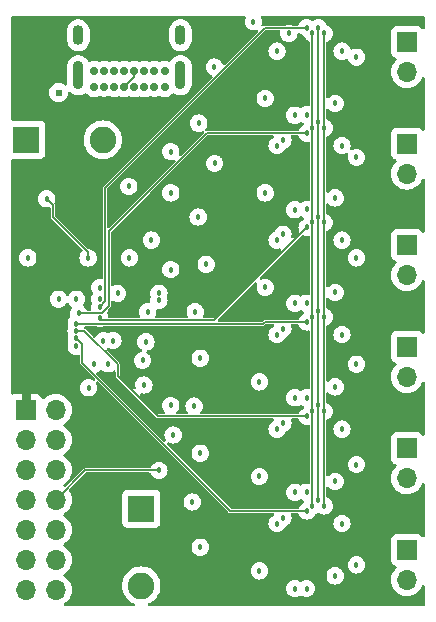
<source format=gbr>
%TF.GenerationSoftware,KiCad,Pcbnew,8.0.6*%
%TF.CreationDate,2024-11-27T12:31:08-05:00*%
%TF.ProjectId,CAN Board,43414e20-426f-4617-9264-2e6b69636164,rev?*%
%TF.SameCoordinates,Original*%
%TF.FileFunction,Copper,L2,Inr*%
%TF.FilePolarity,Positive*%
%FSLAX46Y46*%
G04 Gerber Fmt 4.6, Leading zero omitted, Abs format (unit mm)*
G04 Created by KiCad (PCBNEW 8.0.6) date 2024-11-27 12:31:08*
%MOMM*%
%LPD*%
G01*
G04 APERTURE LIST*
%TA.AperFunction,ComponentPad*%
%ADD10C,0.700000*%
%TD*%
%TA.AperFunction,ComponentPad*%
%ADD11O,0.900000X2.400000*%
%TD*%
%TA.AperFunction,ComponentPad*%
%ADD12O,0.900000X1.700000*%
%TD*%
%TA.AperFunction,ComponentPad*%
%ADD13R,1.700000X1.700000*%
%TD*%
%TA.AperFunction,ComponentPad*%
%ADD14O,1.700000X1.700000*%
%TD*%
%TA.AperFunction,ComponentPad*%
%ADD15R,2.250000X2.250000*%
%TD*%
%TA.AperFunction,ComponentPad*%
%ADD16C,2.250000*%
%TD*%
%TA.AperFunction,ViaPad*%
%ADD17C,0.457200*%
%TD*%
%TA.AperFunction,ViaPad*%
%ADD18C,0.610000*%
%TD*%
%TA.AperFunction,Conductor*%
%ADD19C,0.762000*%
%TD*%
%TA.AperFunction,Conductor*%
%ADD20C,0.152400*%
%TD*%
G04 APERTURE END LIST*
D10*
%TO.N,GND*%
%TO.C,J3*%
X39975000Y-18025000D03*
%TO.N,+5V*%
X39125000Y-18025000D03*
%TO.N,unconnected-(J3-CC1-PadA5)*%
X38275000Y-18025000D03*
%TO.N,D+*%
X37425000Y-18025000D03*
%TO.N,D-*%
X36575000Y-18025000D03*
%TO.N,unconnected-(J3-SBU1-PadA8)*%
X35725000Y-18025000D03*
%TO.N,+5V*%
X34875000Y-18025000D03*
%TO.N,GND*%
X34025000Y-18025000D03*
X34025000Y-16675000D03*
%TO.N,+5V*%
X34875000Y-16675000D03*
%TO.N,unconnected-(J3-CC2-PadB5)*%
X35725000Y-16675000D03*
%TO.N,D+*%
X36575000Y-16675000D03*
%TO.N,D-*%
X37425000Y-16675000D03*
%TO.N,unconnected-(J3-SBU2-PadB8)*%
X38275000Y-16675000D03*
%TO.N,+5V*%
X39125000Y-16675000D03*
%TO.N,GND*%
X39975000Y-16675000D03*
D11*
X41325000Y-17045000D03*
D12*
X41325000Y-13665000D03*
D11*
X32675000Y-17045000D03*
D12*
X32675000Y-13665000D03*
%TD*%
D13*
%TO.N,+5V*%
%TO.C,J1*%
X28225000Y-45375000D03*
D14*
%TO.N,+3V3*%
X30765000Y-45375000D03*
%TO.N,GND*%
X28225000Y-47915000D03*
%TO.N,TX0*%
X30765000Y-47915000D03*
%TO.N,SPI1 TX*%
X28225000Y-50455000D03*
%TO.N,RX0*%
X30765000Y-50455000D03*
%TO.N,SPI1 RX*%
X28225000Y-52995000D03*
%TO.N,ADC 0*%
X30765000Y-52995000D03*
%TO.N,SPI1 CSn*%
X28225000Y-55535000D03*
%TO.N,ADC 1*%
X30765000Y-55535000D03*
%TO.N,SPI1 SCK*%
X28225000Y-58075000D03*
%TO.N,SWCLK*%
X30765000Y-58075000D03*
%TO.N,GPIO 15*%
X28225000Y-60615000D03*
%TO.N,SWD*%
X30765000Y-60615000D03*
%TD*%
D13*
%TO.N,CAN5H*%
%TO.C,J8*%
X60500000Y-48625000D03*
D14*
%TO.N,CAN5L*%
X60500000Y-51165000D03*
%TD*%
D15*
%TO.N,Net-(R5-Pad2)*%
%TO.C,SW2*%
X28250000Y-22500000D03*
D16*
%TO.N,GND*%
X34750000Y-22500000D03*
%TD*%
D13*
%TO.N,CAN4H*%
%TO.C,J7*%
X60500000Y-40025000D03*
D14*
%TO.N,CAN4L*%
X60500000Y-42565000D03*
%TD*%
D13*
%TO.N,CAN3H*%
%TO.C,J6*%
X60500000Y-31425000D03*
D14*
%TO.N,CAN3L*%
X60500000Y-33965000D03*
%TD*%
D13*
%TO.N,CAN6H*%
%TO.C,J9*%
X60500000Y-57225000D03*
D14*
%TO.N,CAN6L*%
X60500000Y-59765000D03*
%TD*%
D13*
%TO.N,CAN2H*%
%TO.C,J5*%
X60500000Y-22825000D03*
D14*
%TO.N,CAN2L*%
X60500000Y-25365000D03*
%TD*%
D13*
%TO.N,CAN1H*%
%TO.C,J4*%
X60500000Y-14225000D03*
D14*
%TO.N,CAN1L*%
X60500000Y-16765000D03*
%TD*%
D15*
%TO.N,RUN*%
%TO.C,SW1*%
X38000000Y-53750000D03*
D16*
%TO.N,GND*%
X38000000Y-60250000D03*
%TD*%
D17*
%TO.N,GND*%
X56225000Y-41500000D03*
X51000000Y-44347600D03*
X43500000Y-33045200D03*
X40500000Y-27000000D03*
X51000000Y-28424800D03*
X48000000Y-43000000D03*
X43000000Y-49045200D03*
X56225000Y-24000000D03*
X56225000Y-15500000D03*
X56225000Y-50000000D03*
X48500000Y-19000000D03*
X33542800Y-43500000D03*
X43000000Y-41000000D03*
X38554802Y-37054802D03*
X44197600Y-16347600D03*
X48500000Y-27000000D03*
X51000000Y-60500000D03*
X51000000Y-52347600D03*
X43000000Y-57000000D03*
X40500000Y-45000000D03*
X51000000Y-36347600D03*
X48000000Y-59000000D03*
X36000000Y-35500000D03*
X48500000Y-35000000D03*
X40704600Y-47500000D03*
X44210100Y-24500000D03*
X56225000Y-58500000D03*
X48000000Y-51000000D03*
X56225000Y-32500000D03*
X51000000Y-20424800D03*
X28400000Y-32500000D03*
%TO.N,+1V1*%
X38857200Y-31000000D03*
X37000000Y-32500000D03*
X38225000Y-43261282D03*
%TO.N,+3V3*%
X47500000Y-12500000D03*
X42818928Y-29043928D03*
X54425700Y-19425700D03*
X54425700Y-35425700D03*
X40500000Y-23500000D03*
X54425700Y-27425700D03*
X42870254Y-21095254D03*
X31000000Y-36000000D03*
X54425700Y-51425700D03*
X36943750Y-26443750D03*
X42326200Y-53173800D03*
X54425700Y-43425700D03*
D18*
X31000000Y-18500000D03*
D17*
X42475263Y-45043928D03*
X40500000Y-33500000D03*
X54425700Y-59425700D03*
%TO.N,+5V*%
X50000000Y-20882000D03*
D18*
X28725000Y-14342515D03*
D17*
X50000000Y-52804800D03*
X50000000Y-44804800D03*
X50029478Y-36542800D03*
X48000000Y-61033400D03*
X50000000Y-28882000D03*
%TO.N,SWCLK*%
X38114400Y-41185936D03*
%TO.N,SWD*%
X38400000Y-39608000D03*
%TO.N,/QSPI_SS*%
X30000000Y-27500000D03*
X33500000Y-32500000D03*
%TO.N,SPI0 RX*%
X52500000Y-13500000D03*
X52500000Y-53500000D03*
X52500000Y-45500000D03*
X52500000Y-29500000D03*
X32500000Y-36000000D03*
X52500000Y-21500000D03*
X52500000Y-37500000D03*
%TO.N,SPI0 6CS*%
X52033401Y-53926161D03*
X32500025Y-39304213D03*
%TO.N,SPI0 2CS*%
X32700000Y-37200000D03*
X52042799Y-21936625D03*
%TO.N,SPI0 SCK*%
X53500000Y-45500000D03*
X34480996Y-35011004D03*
X53500000Y-37500000D03*
X53500000Y-21500000D03*
X53500000Y-13500000D03*
X53500000Y-29500000D03*
X53500000Y-53500000D03*
%TO.N,SPI0 TX*%
X34492000Y-36000000D03*
X53000000Y-45000000D03*
X53000000Y-53000000D03*
X53000000Y-21000000D03*
X53000000Y-29000000D03*
X53000000Y-37000000D03*
X53000000Y-13000000D03*
%TO.N,SPI0 4CS*%
X52042800Y-37923891D03*
%TO.N,SPI0 1CS*%
X52000000Y-13000000D03*
X34492000Y-36650000D03*
%TO.N,SPI0 5CS*%
X32481512Y-38694891D03*
X52042799Y-45923891D03*
%TO.N,SPI0 3CS*%
X52042799Y-29923891D03*
X34492000Y-37600000D03*
%TO.N,Net-(U4-TXCAN)*%
X55000000Y-15000000D03*
X50500000Y-13500000D03*
%TO.N,Net-(U4-RXCAN)*%
X49500000Y-15000000D03*
X52000000Y-20390397D03*
%TO.N,Net-(U5-TXCAN)*%
X55000000Y-23000000D03*
X50000000Y-22500000D03*
%TO.N,Net-(U5-RXCAN)*%
X49500000Y-23000000D03*
X52000000Y-28390397D03*
%TO.N,Net-(U6-RXCAN)*%
X52000000Y-36347600D03*
X49500000Y-31000000D03*
%TO.N,Net-(U6-TXCAN)*%
X55000000Y-31000000D03*
X50000000Y-30500000D03*
%TO.N,Net-(U7-RXCAN)*%
X52000000Y-44347600D03*
X49500000Y-39000000D03*
%TO.N,ADC 1*%
X39500000Y-35500000D03*
%TO.N,Net-(U7-TXCAN)*%
X55000000Y-39000000D03*
X50000000Y-38500000D03*
%TO.N,SPI1 TX*%
X32500000Y-40000000D03*
%TO.N,Net-(U8-RXCAN)*%
X49500000Y-47000000D03*
X52000000Y-52347600D03*
%TO.N,Net-(U8-TXCAN)*%
X55000000Y-47000000D03*
X50000000Y-46500000D03*
%TO.N,Net-(U9-RXCAN)*%
X52000000Y-60500000D03*
X49500000Y-55000000D03*
%TO.N,Net-(U9-TXCAN)*%
X55000000Y-55000000D03*
X50000000Y-54500000D03*
%TO.N,SPI1 SCK*%
X35172039Y-41472039D03*
%TO.N,SPI1 RX*%
X34000000Y-41500000D03*
%TO.N,SPI1 CSn*%
X34800000Y-39500000D03*
%TO.N,ADC 0*%
X39500000Y-36109603D03*
X39500000Y-50500000D03*
%TO.N,GPIO 15*%
X35599999Y-39500000D03*
%TO.N,SPI0 4CS*%
X32500000Y-38066800D03*
%TO.N,+3V3*%
X42573290Y-37073290D03*
%TD*%
D19*
%TO.N,+5V*%
X28225000Y-45375000D02*
X28225000Y-42275000D01*
X28225000Y-42275000D02*
X28500000Y-42000000D01*
D20*
%TO.N,D-*%
X37425000Y-16675000D02*
X37425000Y-17175000D01*
X37425000Y-17175000D02*
X36575000Y-18025000D01*
%TO.N,/QSPI_SS*%
X30500000Y-29000000D02*
X33500000Y-32000000D01*
X30500000Y-28000000D02*
X30500000Y-29000000D01*
X30000000Y-27500000D02*
X30500000Y-28000000D01*
X33500000Y-32000000D02*
X33500000Y-32500000D01*
%TO.N,SPI0 RX*%
X52500000Y-53500000D02*
X52500000Y-13500000D01*
%TO.N,SPI0 6CS*%
X45552872Y-53926161D02*
X33000000Y-41373289D01*
X33000000Y-41373289D02*
X33000000Y-39804188D01*
X33000000Y-39804188D02*
X32500025Y-39304213D01*
X52033401Y-53926161D02*
X45552872Y-53926161D01*
%TO.N,SPI0 2CS*%
X35254000Y-30246000D02*
X43563375Y-21936625D01*
X32700000Y-37200000D02*
X32757200Y-37142800D01*
X34645779Y-37142800D02*
X35254000Y-36534579D01*
X35254000Y-36534579D02*
X35254000Y-30246000D01*
X32757200Y-37142800D02*
X34645779Y-37142800D01*
X43563375Y-21936625D02*
X52042799Y-21936625D01*
%TO.N,SPI0 SCK*%
X53500000Y-53500000D02*
X53500000Y-13500000D01*
%TO.N,SPI0 TX*%
X53000000Y-13000000D02*
X53000000Y-53000000D01*
%TO.N,SPI0 1CS*%
X34492000Y-36650000D02*
X34949200Y-36192800D01*
X34949200Y-26550800D02*
X48500000Y-13000000D01*
X34949200Y-36192800D02*
X34949200Y-26550800D01*
X48500000Y-13000000D02*
X52000000Y-13000000D01*
%TO.N,SPI0 5CS*%
X36000000Y-42500000D02*
X36000000Y-41500000D01*
X36000000Y-41500000D02*
X33194891Y-38694891D01*
X39423891Y-45923891D02*
X36000000Y-42500000D01*
X33194891Y-38694891D02*
X32481512Y-38694891D01*
X52042799Y-45923891D02*
X39423891Y-45923891D01*
%TO.N,SPI0 3CS*%
X34654000Y-37762000D02*
X34492000Y-37600000D01*
X44204690Y-37762000D02*
X34654000Y-37762000D01*
X52042799Y-29923891D02*
X44204690Y-37762000D01*
%TO.N,ADC 0*%
X33260000Y-50500000D02*
X39500000Y-50500000D01*
X30765000Y-52995000D02*
X33260000Y-50500000D01*
%TO.N,SPI0 4CS*%
X48330942Y-38066800D02*
X32500000Y-38066800D01*
X48473851Y-37923891D02*
X48330942Y-38066800D01*
X52042800Y-37923891D02*
X48473851Y-37923891D01*
%TD*%
%TA.AperFunction,Conductor*%
%TO.N,+5V*%
G36*
X46796121Y-12019685D02*
G01*
X46841876Y-12072489D01*
X46851820Y-12141647D01*
X46840802Y-12177802D01*
X46838947Y-12181653D01*
X46784682Y-12336734D01*
X46784681Y-12336738D01*
X46766287Y-12499996D01*
X46766287Y-12500003D01*
X46784681Y-12663261D01*
X46784682Y-12663265D01*
X46838947Y-12818347D01*
X46878257Y-12880908D01*
X46926360Y-12957463D01*
X47042537Y-13073640D01*
X47088633Y-13102604D01*
X47161451Y-13148359D01*
X47181654Y-13161053D01*
X47336733Y-13215317D01*
X47336734Y-13215317D01*
X47336738Y-13215318D01*
X47499996Y-13233713D01*
X47500000Y-13233713D01*
X47500004Y-13233713D01*
X47663261Y-13215318D01*
X47663264Y-13215317D01*
X47663267Y-13215317D01*
X47663268Y-13215316D01*
X47663271Y-13215316D01*
X47743728Y-13187163D01*
X47813507Y-13183601D01*
X47874134Y-13218329D01*
X47906362Y-13280323D01*
X47899957Y-13349898D01*
X47872364Y-13391885D01*
X45095749Y-16168499D01*
X45034426Y-16201984D01*
X44964734Y-16197000D01*
X44908801Y-16155128D01*
X44891026Y-16121772D01*
X44858652Y-16029252D01*
X44790043Y-15920062D01*
X44771240Y-15890137D01*
X44655063Y-15773960D01*
X44606456Y-15743418D01*
X44515947Y-15686547D01*
X44360865Y-15632282D01*
X44360861Y-15632281D01*
X44197604Y-15613887D01*
X44197596Y-15613887D01*
X44034338Y-15632281D01*
X44034334Y-15632282D01*
X43879252Y-15686547D01*
X43740136Y-15773960D01*
X43623960Y-15890136D01*
X43536547Y-16029252D01*
X43482282Y-16184334D01*
X43482281Y-16184338D01*
X43463887Y-16347596D01*
X43463887Y-16347603D01*
X43482281Y-16510861D01*
X43482282Y-16510865D01*
X43536547Y-16665947D01*
X43598786Y-16764999D01*
X43623960Y-16805063D01*
X43740137Y-16921240D01*
X43879254Y-17008653D01*
X43971772Y-17041026D01*
X44028548Y-17081748D01*
X44054296Y-17146700D01*
X44040840Y-17215262D01*
X44018499Y-17245749D01*
X34854772Y-26409478D01*
X34807878Y-26456371D01*
X34782500Y-26517641D01*
X34782500Y-34172506D01*
X34762815Y-34239545D01*
X34710011Y-34285300D01*
X34644617Y-34295726D01*
X34481000Y-34277291D01*
X34480992Y-34277291D01*
X34317734Y-34295685D01*
X34317730Y-34295686D01*
X34162648Y-34349951D01*
X34023532Y-34437364D01*
X33907356Y-34553540D01*
X33819943Y-34692656D01*
X33765678Y-34847738D01*
X33765677Y-34847742D01*
X33747283Y-35011000D01*
X33747283Y-35011007D01*
X33765677Y-35174265D01*
X33765678Y-35174269D01*
X33819943Y-35329351D01*
X33894675Y-35448286D01*
X33913675Y-35515523D01*
X33894675Y-35580230D01*
X33830947Y-35681652D01*
X33776682Y-35836734D01*
X33776681Y-35836738D01*
X33758287Y-35999996D01*
X33758287Y-36000003D01*
X33776681Y-36163261D01*
X33776682Y-36163265D01*
X33818945Y-36284046D01*
X33822506Y-36353825D01*
X33818945Y-36365954D01*
X33776682Y-36486734D01*
X33776681Y-36486738D01*
X33758287Y-36649996D01*
X33758287Y-36650003D01*
X33776681Y-36813261D01*
X33778232Y-36820054D01*
X33776415Y-36820468D01*
X33779503Y-36880920D01*
X33744777Y-36941549D01*
X33682784Y-36973778D01*
X33658899Y-36976100D01*
X33482084Y-36976100D01*
X33415045Y-36956415D01*
X33369290Y-36903611D01*
X33365042Y-36893054D01*
X33364511Y-36891536D01*
X33361053Y-36881654D01*
X33273640Y-36742537D01*
X33157463Y-36626360D01*
X33140700Y-36615827D01*
X33126274Y-36606762D01*
X33079983Y-36554427D01*
X33069336Y-36485373D01*
X33087254Y-36435796D01*
X33125241Y-36375340D01*
X33161053Y-36318346D01*
X33215317Y-36163267D01*
X33215318Y-36163261D01*
X33233713Y-36000003D01*
X33233713Y-35999996D01*
X33215318Y-35836738D01*
X33215317Y-35836734D01*
X33208883Y-35818347D01*
X33161053Y-35681654D01*
X33149498Y-35663265D01*
X33102814Y-35588967D01*
X33073640Y-35542537D01*
X32957463Y-35426360D01*
X32956406Y-35425696D01*
X32818347Y-35338947D01*
X32663265Y-35284682D01*
X32663261Y-35284681D01*
X32500004Y-35266287D01*
X32499996Y-35266287D01*
X32336738Y-35284681D01*
X32336734Y-35284682D01*
X32181652Y-35338947D01*
X32042536Y-35426360D01*
X31926360Y-35542536D01*
X31854994Y-35656115D01*
X31802659Y-35702406D01*
X31733605Y-35713054D01*
X31669757Y-35684679D01*
X31645006Y-35656115D01*
X31593183Y-35573640D01*
X31573640Y-35542537D01*
X31457463Y-35426360D01*
X31456406Y-35425696D01*
X31318347Y-35338947D01*
X31163265Y-35284682D01*
X31163261Y-35284681D01*
X31000004Y-35266287D01*
X30999996Y-35266287D01*
X30836738Y-35284681D01*
X30836734Y-35284682D01*
X30681652Y-35338947D01*
X30542536Y-35426360D01*
X30426360Y-35542536D01*
X30338947Y-35681652D01*
X30284682Y-35836734D01*
X30284681Y-35836738D01*
X30266287Y-35999996D01*
X30266287Y-36000003D01*
X30284681Y-36163261D01*
X30284682Y-36163265D01*
X30338947Y-36318347D01*
X30407815Y-36427949D01*
X30426360Y-36457463D01*
X30542537Y-36573640D01*
X30609676Y-36615826D01*
X30657014Y-36645571D01*
X30681654Y-36661053D01*
X30836733Y-36715317D01*
X30836734Y-36715317D01*
X30836738Y-36715318D01*
X30999996Y-36733713D01*
X31000000Y-36733713D01*
X31000004Y-36733713D01*
X31163261Y-36715318D01*
X31163263Y-36715317D01*
X31163267Y-36715317D01*
X31318346Y-36661053D01*
X31457463Y-36573640D01*
X31573640Y-36457463D01*
X31645006Y-36343883D01*
X31697341Y-36297593D01*
X31766394Y-36286945D01*
X31830243Y-36315320D01*
X31854992Y-36343882D01*
X31926360Y-36457463D01*
X32042537Y-36573640D01*
X32073724Y-36593236D01*
X32120015Y-36645571D01*
X32130663Y-36714625D01*
X32112746Y-36764202D01*
X32038947Y-36881652D01*
X31984682Y-37036734D01*
X31984681Y-37036738D01*
X31966287Y-37199996D01*
X31966287Y-37200003D01*
X31984682Y-37363265D01*
X32007615Y-37428805D01*
X32011176Y-37498584D01*
X31978256Y-37557439D01*
X31926361Y-37609335D01*
X31838947Y-37748452D01*
X31784682Y-37903534D01*
X31784681Y-37903538D01*
X31766287Y-38066796D01*
X31766287Y-38066802D01*
X31784682Y-38230066D01*
X31813867Y-38313475D01*
X31817428Y-38383254D01*
X31813867Y-38395382D01*
X31766194Y-38531624D01*
X31766193Y-38531629D01*
X31747799Y-38694887D01*
X31747799Y-38694894D01*
X31766193Y-38858152D01*
X31766194Y-38858157D01*
X31810596Y-38985051D01*
X31814157Y-39054830D01*
X31810596Y-39066958D01*
X31784707Y-39140946D01*
X31766312Y-39304210D01*
X31766312Y-39304216D01*
X31784706Y-39467474D01*
X31784707Y-39467478D01*
X31834968Y-39611116D01*
X31838529Y-39680895D01*
X31834968Y-39693024D01*
X31784682Y-39836733D01*
X31784681Y-39836738D01*
X31766287Y-39999996D01*
X31766287Y-40000003D01*
X31784681Y-40163261D01*
X31784682Y-40163265D01*
X31838947Y-40318347D01*
X31871237Y-40369736D01*
X31926360Y-40457463D01*
X32042537Y-40573640D01*
X32104058Y-40612296D01*
X32166698Y-40651656D01*
X32181654Y-40661053D01*
X32336733Y-40715317D01*
X32336734Y-40715317D01*
X32336738Y-40715318D01*
X32499996Y-40733713D01*
X32500000Y-40733713D01*
X32500004Y-40733713D01*
X32663261Y-40715318D01*
X32663261Y-40715317D01*
X32663267Y-40715317D01*
X32668339Y-40713541D01*
X32738117Y-40709976D01*
X32798746Y-40744701D01*
X32830977Y-40806693D01*
X32833300Y-40830581D01*
X32833300Y-41340130D01*
X32833300Y-41406448D01*
X32854431Y-41457463D01*
X32858678Y-41467717D01*
X34075160Y-42684199D01*
X34108645Y-42745522D01*
X34103661Y-42815214D01*
X34061789Y-42871147D01*
X33996325Y-42895564D01*
X33928052Y-42880712D01*
X33921507Y-42876874D01*
X33861146Y-42838947D01*
X33861147Y-42838947D01*
X33706065Y-42784682D01*
X33706061Y-42784681D01*
X33542804Y-42766287D01*
X33542796Y-42766287D01*
X33379538Y-42784681D01*
X33379534Y-42784682D01*
X33224452Y-42838947D01*
X33085336Y-42926360D01*
X32969160Y-43042536D01*
X32881747Y-43181652D01*
X32827482Y-43336734D01*
X32827481Y-43336738D01*
X32809087Y-43499996D01*
X32809087Y-43500003D01*
X32827481Y-43663261D01*
X32827482Y-43663265D01*
X32881747Y-43818347D01*
X32951983Y-43930126D01*
X32969160Y-43957463D01*
X33085337Y-44073640D01*
X33224454Y-44161053D01*
X33379533Y-44215317D01*
X33379534Y-44215317D01*
X33379538Y-44215318D01*
X33542796Y-44233713D01*
X33542800Y-44233713D01*
X33542804Y-44233713D01*
X33706061Y-44215318D01*
X33706063Y-44215317D01*
X33706067Y-44215317D01*
X33861146Y-44161053D01*
X34000263Y-44073640D01*
X34116440Y-43957463D01*
X34203853Y-43818346D01*
X34258117Y-43663267D01*
X34258118Y-43663261D01*
X34276513Y-43500003D01*
X34276513Y-43499996D01*
X34258118Y-43336738D01*
X34258117Y-43336734D01*
X34251683Y-43318347D01*
X34203853Y-43181654D01*
X34192298Y-43163265D01*
X34165925Y-43121292D01*
X34146925Y-43054056D01*
X34167293Y-42987220D01*
X34220560Y-42942006D01*
X34289817Y-42932768D01*
X34353073Y-42962440D01*
X34358600Y-42967639D01*
X45458441Y-54067481D01*
X45458442Y-54067481D01*
X45458444Y-54067483D01*
X45519713Y-54092862D01*
X45519714Y-54092862D01*
X45600465Y-54092862D01*
X45600473Y-54092861D01*
X49155116Y-54092861D01*
X49222155Y-54112546D01*
X49267910Y-54165350D01*
X49277854Y-54234508D01*
X49248829Y-54298064D01*
X49196072Y-54333901D01*
X49193039Y-54334962D01*
X49181652Y-54338947D01*
X49181651Y-54338948D01*
X49042536Y-54426360D01*
X48926360Y-54542536D01*
X48838947Y-54681652D01*
X48784682Y-54836734D01*
X48784681Y-54836738D01*
X48766287Y-54999996D01*
X48766287Y-55000003D01*
X48784681Y-55163261D01*
X48784682Y-55163265D01*
X48838947Y-55318347D01*
X48874859Y-55375500D01*
X48926360Y-55457463D01*
X49042537Y-55573640D01*
X49181654Y-55661053D01*
X49336733Y-55715317D01*
X49336734Y-55715317D01*
X49336738Y-55715318D01*
X49499996Y-55733713D01*
X49500000Y-55733713D01*
X49500004Y-55733713D01*
X49663261Y-55715318D01*
X49663263Y-55715317D01*
X49663267Y-55715317D01*
X49818346Y-55661053D01*
X49957463Y-55573640D01*
X50073640Y-55457463D01*
X50161053Y-55318346D01*
X50182102Y-55258189D01*
X50222823Y-55201414D01*
X50258188Y-55182102D01*
X50318346Y-55161053D01*
X50457463Y-55073640D01*
X50531107Y-54999996D01*
X54266287Y-54999996D01*
X54266287Y-55000003D01*
X54284681Y-55163261D01*
X54284682Y-55163265D01*
X54338947Y-55318347D01*
X54374859Y-55375500D01*
X54426360Y-55457463D01*
X54542537Y-55573640D01*
X54681654Y-55661053D01*
X54836733Y-55715317D01*
X54836734Y-55715317D01*
X54836738Y-55715318D01*
X54999996Y-55733713D01*
X55000000Y-55733713D01*
X55000004Y-55733713D01*
X55163261Y-55715318D01*
X55163263Y-55715317D01*
X55163267Y-55715317D01*
X55318346Y-55661053D01*
X55457463Y-55573640D01*
X55573640Y-55457463D01*
X55661053Y-55318346D01*
X55715317Y-55163267D01*
X55715318Y-55163261D01*
X55733713Y-55000003D01*
X55733713Y-54999996D01*
X55715318Y-54836738D01*
X55715317Y-54836734D01*
X55708883Y-54818347D01*
X55661053Y-54681654D01*
X55649498Y-54663265D01*
X55573639Y-54542536D01*
X55457463Y-54426360D01*
X55318347Y-54338947D01*
X55163265Y-54284682D01*
X55163261Y-54284681D01*
X55000004Y-54266287D01*
X54999996Y-54266287D01*
X54836738Y-54284681D01*
X54836734Y-54284682D01*
X54681652Y-54338947D01*
X54542536Y-54426360D01*
X54426360Y-54542536D01*
X54338947Y-54681652D01*
X54284682Y-54836734D01*
X54284681Y-54836738D01*
X54266287Y-54999996D01*
X50531107Y-54999996D01*
X50573640Y-54957463D01*
X50661053Y-54818346D01*
X50715317Y-54663267D01*
X50715318Y-54663261D01*
X50733713Y-54500003D01*
X50733713Y-54499996D01*
X50715318Y-54336738D01*
X50715317Y-54336733D01*
X50687703Y-54257815D01*
X50684142Y-54188036D01*
X50718871Y-54127409D01*
X50780865Y-54095182D01*
X50804745Y-54092861D01*
X51231302Y-54092861D01*
X51298341Y-54112546D01*
X51344096Y-54165350D01*
X51348344Y-54175907D01*
X51372348Y-54244508D01*
X51445523Y-54360965D01*
X51459761Y-54383624D01*
X51575938Y-54499801D01*
X51715055Y-54587214D01*
X51870134Y-54641478D01*
X51870135Y-54641478D01*
X51870139Y-54641479D01*
X52033397Y-54659874D01*
X52033401Y-54659874D01*
X52033405Y-54659874D01*
X52196662Y-54641479D01*
X52196664Y-54641478D01*
X52196668Y-54641478D01*
X52351747Y-54587214D01*
X52490864Y-54499801D01*
X52607041Y-54383624D01*
X52694454Y-54244507D01*
X52694458Y-54244495D01*
X52695395Y-54242552D01*
X52696339Y-54241506D01*
X52698159Y-54238610D01*
X52698666Y-54238928D01*
X52742218Y-54190693D01*
X52766161Y-54179313D01*
X52775895Y-54175907D01*
X52818346Y-54161053D01*
X52934028Y-54088364D01*
X53001264Y-54069365D01*
X53065971Y-54088364D01*
X53181654Y-54161053D01*
X53336733Y-54215317D01*
X53336734Y-54215317D01*
X53336738Y-54215318D01*
X53499996Y-54233713D01*
X53500000Y-54233713D01*
X53500004Y-54233713D01*
X53663261Y-54215318D01*
X53663263Y-54215317D01*
X53663267Y-54215317D01*
X53818346Y-54161053D01*
X53957463Y-54073640D01*
X54073640Y-53957463D01*
X54161053Y-53818346D01*
X54215317Y-53663267D01*
X54221565Y-53607815D01*
X54233713Y-53500003D01*
X54233713Y-53499996D01*
X54215318Y-53336738D01*
X54215317Y-53336734D01*
X54190254Y-53265108D01*
X54161053Y-53181654D01*
X54156115Y-53173796D01*
X54125343Y-53124821D01*
X54073640Y-53042537D01*
X53957463Y-52926360D01*
X53942511Y-52916965D01*
X53818348Y-52838948D01*
X53818345Y-52838946D01*
X53758189Y-52817897D01*
X53701413Y-52777176D01*
X53682101Y-52741807D01*
X53673657Y-52717673D01*
X53666700Y-52676722D01*
X53666700Y-51997165D01*
X53686385Y-51930126D01*
X53739189Y-51884371D01*
X53808347Y-51874427D01*
X53871903Y-51903452D01*
X53878381Y-51909484D01*
X53968237Y-51999340D01*
X54107354Y-52086753D01*
X54262433Y-52141017D01*
X54262434Y-52141017D01*
X54262438Y-52141018D01*
X54425696Y-52159413D01*
X54425700Y-52159413D01*
X54425704Y-52159413D01*
X54588961Y-52141018D01*
X54588963Y-52141017D01*
X54588967Y-52141017D01*
X54744046Y-52086753D01*
X54883163Y-51999340D01*
X54999340Y-51883163D01*
X55086753Y-51744046D01*
X55141017Y-51588967D01*
X55141018Y-51588961D01*
X55159413Y-51425703D01*
X55159413Y-51425696D01*
X55141018Y-51262438D01*
X55141017Y-51262434D01*
X55130967Y-51233713D01*
X55086753Y-51107354D01*
X55065568Y-51073639D01*
X55019298Y-51000000D01*
X54999340Y-50968237D01*
X54883163Y-50852060D01*
X54829509Y-50818347D01*
X54744047Y-50764647D01*
X54588965Y-50710382D01*
X54588961Y-50710381D01*
X54425704Y-50691987D01*
X54425696Y-50691987D01*
X54262438Y-50710381D01*
X54262434Y-50710382D01*
X54107352Y-50764647D01*
X53968236Y-50852060D01*
X53878381Y-50941916D01*
X53817058Y-50975401D01*
X53747366Y-50970417D01*
X53691433Y-50928545D01*
X53667016Y-50863081D01*
X53666700Y-50854235D01*
X53666700Y-49999996D01*
X55491287Y-49999996D01*
X55491287Y-50000003D01*
X55509681Y-50163261D01*
X55509682Y-50163265D01*
X55563947Y-50318347D01*
X55631817Y-50426360D01*
X55651360Y-50457463D01*
X55767537Y-50573640D01*
X55906654Y-50661053D01*
X56061733Y-50715317D01*
X56061734Y-50715317D01*
X56061738Y-50715318D01*
X56224996Y-50733713D01*
X56225000Y-50733713D01*
X56225004Y-50733713D01*
X56388261Y-50715318D01*
X56388263Y-50715317D01*
X56388267Y-50715317D01*
X56543346Y-50661053D01*
X56682463Y-50573640D01*
X56798640Y-50457463D01*
X56886053Y-50318346D01*
X56940317Y-50163267D01*
X56940318Y-50163261D01*
X56958713Y-50000003D01*
X56958713Y-49999996D01*
X56940318Y-49836738D01*
X56940317Y-49836734D01*
X56931936Y-49812783D01*
X56886053Y-49681654D01*
X56798640Y-49542537D01*
X56682463Y-49426360D01*
X56543347Y-49338947D01*
X56388265Y-49284682D01*
X56388261Y-49284681D01*
X56225004Y-49266287D01*
X56224996Y-49266287D01*
X56061738Y-49284681D01*
X56061734Y-49284682D01*
X55906652Y-49338947D01*
X55767536Y-49426360D01*
X55651360Y-49542536D01*
X55563947Y-49681652D01*
X55509682Y-49836734D01*
X55509681Y-49836738D01*
X55491287Y-49999996D01*
X53666700Y-49999996D01*
X53666700Y-46999996D01*
X54266287Y-46999996D01*
X54266287Y-47000003D01*
X54284681Y-47163261D01*
X54284682Y-47163265D01*
X54338947Y-47318347D01*
X54422511Y-47451337D01*
X54426360Y-47457463D01*
X54542537Y-47573640D01*
X54681654Y-47661053D01*
X54836733Y-47715317D01*
X54836734Y-47715317D01*
X54836738Y-47715318D01*
X54999996Y-47733713D01*
X55000000Y-47733713D01*
X55000004Y-47733713D01*
X55163261Y-47715318D01*
X55163263Y-47715317D01*
X55163267Y-47715317D01*
X55318346Y-47661053D01*
X55457463Y-47573640D01*
X55573640Y-47457463D01*
X55661053Y-47318346D01*
X55715317Y-47163267D01*
X55715318Y-47163261D01*
X55733713Y-47000003D01*
X55733713Y-46999996D01*
X55715318Y-46836738D01*
X55715317Y-46836734D01*
X55708883Y-46818347D01*
X55661053Y-46681654D01*
X55652159Y-46667500D01*
X55600285Y-46584943D01*
X55573640Y-46542537D01*
X55457463Y-46426360D01*
X55436993Y-46413498D01*
X55318347Y-46338947D01*
X55163265Y-46284682D01*
X55163261Y-46284681D01*
X55000004Y-46266287D01*
X54999996Y-46266287D01*
X54836738Y-46284681D01*
X54836734Y-46284682D01*
X54681652Y-46338947D01*
X54542536Y-46426360D01*
X54426360Y-46542536D01*
X54338947Y-46681652D01*
X54284682Y-46836734D01*
X54284681Y-46836738D01*
X54266287Y-46999996D01*
X53666700Y-46999996D01*
X53666700Y-46302098D01*
X53686385Y-46235059D01*
X53739189Y-46189304D01*
X53749741Y-46185058D01*
X53818346Y-46161053D01*
X53957463Y-46073640D01*
X54073640Y-45957463D01*
X54161053Y-45818346D01*
X54215317Y-45663267D01*
X54215318Y-45663261D01*
X54233713Y-45500003D01*
X54233713Y-45499996D01*
X54215318Y-45336738D01*
X54215317Y-45336734D01*
X54208883Y-45318347D01*
X54161053Y-45181654D01*
X54149498Y-45163265D01*
X54125343Y-45124821D01*
X54073640Y-45042537D01*
X53957463Y-44926360D01*
X53929954Y-44909075D01*
X53818348Y-44838948D01*
X53818345Y-44838946D01*
X53758189Y-44817897D01*
X53701413Y-44777176D01*
X53682101Y-44741807D01*
X53673657Y-44717673D01*
X53666700Y-44676722D01*
X53666700Y-43997165D01*
X53686385Y-43930126D01*
X53739189Y-43884371D01*
X53808347Y-43874427D01*
X53871903Y-43903452D01*
X53878381Y-43909484D01*
X53968237Y-43999340D01*
X54035621Y-44041680D01*
X54099224Y-44081645D01*
X54107354Y-44086753D01*
X54262433Y-44141017D01*
X54262434Y-44141017D01*
X54262438Y-44141018D01*
X54425696Y-44159413D01*
X54425700Y-44159413D01*
X54425704Y-44159413D01*
X54588961Y-44141018D01*
X54588963Y-44141017D01*
X54588967Y-44141017D01*
X54744046Y-44086753D01*
X54883163Y-43999340D01*
X54999340Y-43883163D01*
X55086753Y-43744046D01*
X55141017Y-43588967D01*
X55141018Y-43588961D01*
X55159413Y-43425703D01*
X55159413Y-43425696D01*
X55141018Y-43262438D01*
X55141017Y-43262434D01*
X55134157Y-43242830D01*
X55086753Y-43107354D01*
X55084094Y-43103123D01*
X55019298Y-43000000D01*
X54999340Y-42968237D01*
X54883163Y-42852060D01*
X54806388Y-42803819D01*
X54744047Y-42764647D01*
X54588965Y-42710382D01*
X54588961Y-42710381D01*
X54425704Y-42691987D01*
X54425696Y-42691987D01*
X54262438Y-42710381D01*
X54262434Y-42710382D01*
X54107352Y-42764647D01*
X53968236Y-42852060D01*
X53878381Y-42941916D01*
X53817058Y-42975401D01*
X53747366Y-42970417D01*
X53691433Y-42928545D01*
X53667016Y-42863081D01*
X53666700Y-42854235D01*
X53666700Y-41499996D01*
X55491287Y-41499996D01*
X55491287Y-41500003D01*
X55509681Y-41663261D01*
X55509682Y-41663265D01*
X55563947Y-41818347D01*
X55633791Y-41929502D01*
X55651360Y-41957463D01*
X55767537Y-42073640D01*
X55811617Y-42101337D01*
X55874171Y-42140643D01*
X55906654Y-42161053D01*
X56061733Y-42215317D01*
X56061734Y-42215317D01*
X56061738Y-42215318D01*
X56224996Y-42233713D01*
X56225000Y-42233713D01*
X56225004Y-42233713D01*
X56388261Y-42215318D01*
X56388263Y-42215317D01*
X56388267Y-42215317D01*
X56543346Y-42161053D01*
X56682463Y-42073640D01*
X56798640Y-41957463D01*
X56886053Y-41818346D01*
X56940317Y-41663267D01*
X56940318Y-41663261D01*
X56958713Y-41500003D01*
X56958713Y-41499996D01*
X56940318Y-41336738D01*
X56940317Y-41336734D01*
X56934040Y-41318796D01*
X56886053Y-41181654D01*
X56874498Y-41163265D01*
X56810564Y-41061514D01*
X56798640Y-41042537D01*
X56682463Y-40926360D01*
X56676918Y-40922876D01*
X56543347Y-40838947D01*
X56388265Y-40784682D01*
X56388261Y-40784681D01*
X56225004Y-40766287D01*
X56224996Y-40766287D01*
X56061738Y-40784681D01*
X56061734Y-40784682D01*
X55906652Y-40838947D01*
X55767536Y-40926360D01*
X55651360Y-41042536D01*
X55563947Y-41181652D01*
X55509682Y-41336734D01*
X55509681Y-41336738D01*
X55491287Y-41499996D01*
X53666700Y-41499996D01*
X53666700Y-38999996D01*
X54266287Y-38999996D01*
X54266287Y-39000003D01*
X54284681Y-39163261D01*
X54284682Y-39163265D01*
X54338947Y-39318347D01*
X54350503Y-39336738D01*
X54426360Y-39457463D01*
X54542537Y-39573640D01*
X54602180Y-39611116D01*
X54667446Y-39652126D01*
X54681654Y-39661053D01*
X54836733Y-39715317D01*
X54836734Y-39715317D01*
X54836738Y-39715318D01*
X54999996Y-39733713D01*
X55000000Y-39733713D01*
X55000004Y-39733713D01*
X55163261Y-39715318D01*
X55163263Y-39715317D01*
X55163267Y-39715317D01*
X55318346Y-39661053D01*
X55457463Y-39573640D01*
X55573640Y-39457463D01*
X55661053Y-39318346D01*
X55715317Y-39163267D01*
X55715344Y-39163026D01*
X55733713Y-39000003D01*
X55733713Y-38999996D01*
X55715318Y-38836738D01*
X55715317Y-38836734D01*
X55708883Y-38818347D01*
X55661053Y-38681654D01*
X55660584Y-38680908D01*
X55573639Y-38542536D01*
X55457463Y-38426360D01*
X55318347Y-38338947D01*
X55163265Y-38284682D01*
X55163261Y-38284681D01*
X55000004Y-38266287D01*
X54999996Y-38266287D01*
X54836738Y-38284681D01*
X54836734Y-38284682D01*
X54681652Y-38338947D01*
X54542536Y-38426360D01*
X54426360Y-38542536D01*
X54338947Y-38681652D01*
X54284682Y-38836734D01*
X54284681Y-38836738D01*
X54266287Y-38999996D01*
X53666700Y-38999996D01*
X53666700Y-38302098D01*
X53686385Y-38235059D01*
X53739189Y-38189304D01*
X53749741Y-38185058D01*
X53818346Y-38161053D01*
X53957463Y-38073640D01*
X54073640Y-37957463D01*
X54161053Y-37818346D01*
X54215317Y-37663267D01*
X54221821Y-37605543D01*
X54233713Y-37500003D01*
X54233713Y-37499996D01*
X54215318Y-37336738D01*
X54215317Y-37336734D01*
X54205970Y-37310022D01*
X54161053Y-37181654D01*
X54073640Y-37042537D01*
X53957463Y-36926360D01*
X53885146Y-36880920D01*
X53818348Y-36838948D01*
X53818345Y-36838946D01*
X53765537Y-36820468D01*
X53758188Y-36817896D01*
X53701413Y-36777176D01*
X53682101Y-36741807D01*
X53673657Y-36717673D01*
X53666700Y-36676722D01*
X53666700Y-35997165D01*
X53686385Y-35930126D01*
X53739189Y-35884371D01*
X53808347Y-35874427D01*
X53871903Y-35903452D01*
X53878381Y-35909484D01*
X53968237Y-35999340D01*
X54107354Y-36086753D01*
X54262433Y-36141017D01*
X54262434Y-36141017D01*
X54262438Y-36141018D01*
X54425696Y-36159413D01*
X54425700Y-36159413D01*
X54425704Y-36159413D01*
X54588961Y-36141018D01*
X54588963Y-36141017D01*
X54588967Y-36141017D01*
X54744046Y-36086753D01*
X54883163Y-35999340D01*
X54999340Y-35883163D01*
X55086753Y-35744046D01*
X55141017Y-35588967D01*
X55141018Y-35588961D01*
X55159413Y-35425703D01*
X55159413Y-35425696D01*
X55141018Y-35262438D01*
X55141017Y-35262434D01*
X55132783Y-35238903D01*
X55086753Y-35107354D01*
X54999340Y-34968237D01*
X54883163Y-34852060D01*
X54858770Y-34836733D01*
X54744047Y-34764647D01*
X54588965Y-34710382D01*
X54588961Y-34710381D01*
X54425704Y-34691987D01*
X54425696Y-34691987D01*
X54262438Y-34710381D01*
X54262434Y-34710382D01*
X54107352Y-34764647D01*
X53968236Y-34852060D01*
X53878381Y-34941916D01*
X53817058Y-34975401D01*
X53747366Y-34970417D01*
X53691433Y-34928545D01*
X53667016Y-34863081D01*
X53666700Y-34854235D01*
X53666700Y-32499996D01*
X55491287Y-32499996D01*
X55491287Y-32500003D01*
X55509681Y-32663261D01*
X55509682Y-32663265D01*
X55563947Y-32818347D01*
X55631817Y-32926360D01*
X55651360Y-32957463D01*
X55767537Y-33073640D01*
X55906654Y-33161053D01*
X56061733Y-33215317D01*
X56061734Y-33215317D01*
X56061738Y-33215318D01*
X56224996Y-33233713D01*
X56225000Y-33233713D01*
X56225004Y-33233713D01*
X56388261Y-33215318D01*
X56388263Y-33215317D01*
X56388267Y-33215317D01*
X56543346Y-33161053D01*
X56682463Y-33073640D01*
X56798640Y-32957463D01*
X56886053Y-32818346D01*
X56940317Y-32663267D01*
X56940318Y-32663261D01*
X56958713Y-32500003D01*
X56958713Y-32499996D01*
X56940318Y-32336738D01*
X56940317Y-32336734D01*
X56937919Y-32329882D01*
X56886053Y-32181654D01*
X56798640Y-32042537D01*
X56682463Y-31926360D01*
X56656130Y-31909814D01*
X56543347Y-31838947D01*
X56388265Y-31784682D01*
X56388261Y-31784681D01*
X56225004Y-31766287D01*
X56224996Y-31766287D01*
X56061738Y-31784681D01*
X56061734Y-31784682D01*
X55906652Y-31838947D01*
X55767536Y-31926360D01*
X55651360Y-32042536D01*
X55563947Y-32181652D01*
X55509682Y-32336734D01*
X55509681Y-32336738D01*
X55491287Y-32499996D01*
X53666700Y-32499996D01*
X53666700Y-30999996D01*
X54266287Y-30999996D01*
X54266287Y-31000003D01*
X54284681Y-31163261D01*
X54284682Y-31163265D01*
X54338947Y-31318347D01*
X54426360Y-31457463D01*
X54542537Y-31573640D01*
X54681654Y-31661053D01*
X54836733Y-31715317D01*
X54836734Y-31715317D01*
X54836738Y-31715318D01*
X54999996Y-31733713D01*
X55000000Y-31733713D01*
X55000004Y-31733713D01*
X55163261Y-31715318D01*
X55163263Y-31715317D01*
X55163267Y-31715317D01*
X55318346Y-31661053D01*
X55457463Y-31573640D01*
X55573640Y-31457463D01*
X55661053Y-31318346D01*
X55715317Y-31163267D01*
X55715318Y-31163261D01*
X55733713Y-31000003D01*
X55733713Y-30999996D01*
X55715318Y-30836738D01*
X55715317Y-30836734D01*
X55705176Y-30807753D01*
X55661053Y-30681654D01*
X55645941Y-30657604D01*
X55596443Y-30578828D01*
X55573640Y-30542537D01*
X55457463Y-30426360D01*
X55318347Y-30338947D01*
X55163265Y-30284682D01*
X55163261Y-30284681D01*
X55000004Y-30266287D01*
X54999996Y-30266287D01*
X54836738Y-30284681D01*
X54836734Y-30284682D01*
X54681652Y-30338947D01*
X54542536Y-30426360D01*
X54426360Y-30542536D01*
X54338947Y-30681652D01*
X54284682Y-30836734D01*
X54284681Y-30836738D01*
X54266287Y-30999996D01*
X53666700Y-30999996D01*
X53666700Y-30302098D01*
X53686385Y-30235059D01*
X53739189Y-30189304D01*
X53749741Y-30185058D01*
X53818346Y-30161053D01*
X53957463Y-30073640D01*
X54073640Y-29957463D01*
X54161053Y-29818346D01*
X54215317Y-29663267D01*
X54220466Y-29617568D01*
X54233713Y-29500003D01*
X54233713Y-29499996D01*
X54215318Y-29336738D01*
X54215317Y-29336734D01*
X54161052Y-29181652D01*
X54100857Y-29085853D01*
X54073640Y-29042537D01*
X53957463Y-28926360D01*
X53887283Y-28882263D01*
X53818348Y-28838948D01*
X53818345Y-28838946D01*
X53758189Y-28817897D01*
X53701413Y-28777176D01*
X53682101Y-28741807D01*
X53673657Y-28717673D01*
X53666700Y-28676722D01*
X53666700Y-27997165D01*
X53686385Y-27930126D01*
X53739189Y-27884371D01*
X53808347Y-27874427D01*
X53871903Y-27903452D01*
X53878381Y-27909484D01*
X53968237Y-27999340D01*
X54107354Y-28086753D01*
X54262433Y-28141017D01*
X54262434Y-28141017D01*
X54262438Y-28141018D01*
X54425696Y-28159413D01*
X54425700Y-28159413D01*
X54425704Y-28159413D01*
X54588961Y-28141018D01*
X54588963Y-28141017D01*
X54588967Y-28141017D01*
X54744046Y-28086753D01*
X54883163Y-27999340D01*
X54999340Y-27883163D01*
X55086753Y-27744046D01*
X55141017Y-27588967D01*
X55151041Y-27500003D01*
X55159413Y-27425703D01*
X55159413Y-27425696D01*
X55141018Y-27262438D01*
X55141017Y-27262434D01*
X55112750Y-27181652D01*
X55086753Y-27107354D01*
X55085149Y-27104802D01*
X55019298Y-27000000D01*
X54999340Y-26968237D01*
X54883163Y-26852060D01*
X54858770Y-26836733D01*
X54744047Y-26764647D01*
X54588965Y-26710382D01*
X54588961Y-26710381D01*
X54425704Y-26691987D01*
X54425696Y-26691987D01*
X54262438Y-26710381D01*
X54262434Y-26710382D01*
X54107352Y-26764647D01*
X53968236Y-26852060D01*
X53878381Y-26941916D01*
X53817058Y-26975401D01*
X53747366Y-26970417D01*
X53691433Y-26928545D01*
X53667016Y-26863081D01*
X53666700Y-26854235D01*
X53666700Y-22999996D01*
X54266287Y-22999996D01*
X54266287Y-23000003D01*
X54284681Y-23163261D01*
X54284682Y-23163265D01*
X54338947Y-23318347D01*
X54406817Y-23426360D01*
X54426360Y-23457463D01*
X54542537Y-23573640D01*
X54624821Y-23625343D01*
X54668767Y-23652956D01*
X54681654Y-23661053D01*
X54836733Y-23715317D01*
X54836734Y-23715317D01*
X54836738Y-23715318D01*
X54999996Y-23733713D01*
X55000000Y-23733713D01*
X55000004Y-23733713D01*
X55163261Y-23715318D01*
X55163263Y-23715317D01*
X55163267Y-23715317D01*
X55318346Y-23661053D01*
X55331233Y-23652956D01*
X55342349Y-23645971D01*
X55409585Y-23626970D01*
X55476421Y-23647337D01*
X55521635Y-23700604D01*
X55530874Y-23769860D01*
X55525364Y-23791918D01*
X55509682Y-23836733D01*
X55509681Y-23836738D01*
X55491287Y-23999996D01*
X55491287Y-24000003D01*
X55509681Y-24163261D01*
X55509682Y-24163265D01*
X55563947Y-24318347D01*
X55651360Y-24457463D01*
X55767537Y-24573640D01*
X55906654Y-24661053D01*
X56061733Y-24715317D01*
X56061734Y-24715317D01*
X56061738Y-24715318D01*
X56224996Y-24733713D01*
X56225000Y-24733713D01*
X56225004Y-24733713D01*
X56388261Y-24715318D01*
X56388263Y-24715317D01*
X56388267Y-24715317D01*
X56543346Y-24661053D01*
X56682463Y-24573640D01*
X56798640Y-24457463D01*
X56886053Y-24318346D01*
X56940317Y-24163267D01*
X56940318Y-24163261D01*
X56958713Y-24000003D01*
X56958713Y-23999996D01*
X56940318Y-23836738D01*
X56940317Y-23836734D01*
X56933883Y-23818347D01*
X56886053Y-23681654D01*
X56874498Y-23663265D01*
X56818183Y-23573640D01*
X56798640Y-23542537D01*
X56682463Y-23426360D01*
X56543347Y-23338947D01*
X56388265Y-23284682D01*
X56388261Y-23284681D01*
X56225004Y-23266287D01*
X56224996Y-23266287D01*
X56061738Y-23284681D01*
X56061734Y-23284682D01*
X55906652Y-23338947D01*
X55906646Y-23338950D01*
X55882646Y-23354030D01*
X55815409Y-23373029D01*
X55748574Y-23352660D01*
X55703362Y-23299390D01*
X55694126Y-23230134D01*
X55699634Y-23208086D01*
X55715317Y-23163267D01*
X55715318Y-23163261D01*
X55733713Y-23000003D01*
X55733713Y-22999996D01*
X55715318Y-22836738D01*
X55715317Y-22836734D01*
X55708883Y-22818347D01*
X55661053Y-22681654D01*
X55649498Y-22663265D01*
X55573639Y-22542536D01*
X55457463Y-22426360D01*
X55318347Y-22338947D01*
X55163265Y-22284682D01*
X55163261Y-22284681D01*
X55000004Y-22266287D01*
X54999996Y-22266287D01*
X54836738Y-22284681D01*
X54836734Y-22284682D01*
X54681652Y-22338947D01*
X54542536Y-22426360D01*
X54426360Y-22542536D01*
X54338947Y-22681652D01*
X54284682Y-22836734D01*
X54284681Y-22836738D01*
X54266287Y-22999996D01*
X53666700Y-22999996D01*
X53666700Y-22302098D01*
X53686385Y-22235059D01*
X53739189Y-22189304D01*
X53749741Y-22185058D01*
X53818346Y-22161053D01*
X53957463Y-22073640D01*
X54073640Y-21957463D01*
X54161053Y-21818346D01*
X54215317Y-21663267D01*
X54215318Y-21663261D01*
X54233713Y-21500003D01*
X54233713Y-21499996D01*
X54215318Y-21336738D01*
X54215317Y-21336734D01*
X54211955Y-21327127D01*
X54161053Y-21181654D01*
X54160565Y-21180878D01*
X54100857Y-21085853D01*
X54073640Y-21042537D01*
X53957463Y-20926360D01*
X53898877Y-20889548D01*
X53818348Y-20838948D01*
X53818345Y-20838946D01*
X53758189Y-20817897D01*
X53701413Y-20777176D01*
X53682101Y-20741807D01*
X53673657Y-20717673D01*
X53666700Y-20676722D01*
X53666700Y-19997165D01*
X53686385Y-19930126D01*
X53739189Y-19884371D01*
X53808347Y-19874427D01*
X53871903Y-19903452D01*
X53878381Y-19909484D01*
X53968237Y-19999340D01*
X54107354Y-20086753D01*
X54262433Y-20141017D01*
X54262434Y-20141017D01*
X54262438Y-20141018D01*
X54425696Y-20159413D01*
X54425700Y-20159413D01*
X54425704Y-20159413D01*
X54588961Y-20141018D01*
X54588963Y-20141017D01*
X54588967Y-20141017D01*
X54744046Y-20086753D01*
X54883163Y-19999340D01*
X54999340Y-19883163D01*
X55086753Y-19744046D01*
X55141017Y-19588967D01*
X55159413Y-19425700D01*
X55147317Y-19318347D01*
X55141018Y-19262438D01*
X55141017Y-19262434D01*
X55106317Y-19163267D01*
X55086753Y-19107354D01*
X54999340Y-18968237D01*
X54883163Y-18852060D01*
X54858770Y-18836733D01*
X54744047Y-18764647D01*
X54588965Y-18710382D01*
X54588961Y-18710381D01*
X54425704Y-18691987D01*
X54425696Y-18691987D01*
X54262438Y-18710381D01*
X54262434Y-18710382D01*
X54107352Y-18764647D01*
X53968236Y-18852060D01*
X53878381Y-18941916D01*
X53817058Y-18975401D01*
X53747366Y-18970417D01*
X53691433Y-18928545D01*
X53667016Y-18863081D01*
X53666700Y-18854235D01*
X53666700Y-14999996D01*
X54266287Y-14999996D01*
X54266287Y-15000003D01*
X54284681Y-15163261D01*
X54284682Y-15163265D01*
X54338947Y-15318347D01*
X54410704Y-15432547D01*
X54426360Y-15457463D01*
X54542537Y-15573640D01*
X54560179Y-15584725D01*
X54659269Y-15646988D01*
X54681654Y-15661053D01*
X54836733Y-15715317D01*
X54836734Y-15715317D01*
X54836738Y-15715318D01*
X54999996Y-15733713D01*
X55000000Y-15733713D01*
X55000004Y-15733713D01*
X55163261Y-15715318D01*
X55163263Y-15715317D01*
X55163267Y-15715317D01*
X55318346Y-15661053D01*
X55342902Y-15645623D01*
X55410137Y-15626622D01*
X55476972Y-15646988D01*
X55522188Y-15700255D01*
X55525917Y-15709662D01*
X55563947Y-15818347D01*
X55636135Y-15933233D01*
X55651360Y-15957463D01*
X55767537Y-16073640D01*
X55906654Y-16161053D01*
X56061733Y-16215317D01*
X56061734Y-16215317D01*
X56061738Y-16215318D01*
X56224996Y-16233713D01*
X56225000Y-16233713D01*
X56225004Y-16233713D01*
X56388261Y-16215318D01*
X56388263Y-16215317D01*
X56388267Y-16215317D01*
X56543346Y-16161053D01*
X56682463Y-16073640D01*
X56798640Y-15957463D01*
X56886053Y-15818346D01*
X56940317Y-15663267D01*
X56940318Y-15663261D01*
X56958713Y-15500003D01*
X56958713Y-15499996D01*
X56940318Y-15336738D01*
X56940317Y-15336734D01*
X56933883Y-15318347D01*
X56886053Y-15181654D01*
X56874498Y-15163265D01*
X56798639Y-15042536D01*
X56682463Y-14926360D01*
X56543347Y-14838947D01*
X56388265Y-14784682D01*
X56388261Y-14784681D01*
X56225004Y-14766287D01*
X56224996Y-14766287D01*
X56061738Y-14784681D01*
X56061734Y-14784682D01*
X55906653Y-14838947D01*
X55882095Y-14854378D01*
X55814858Y-14873377D01*
X55748023Y-14853008D01*
X55702809Y-14799740D01*
X55699082Y-14790337D01*
X55697103Y-14784682D01*
X55661053Y-14681654D01*
X55573640Y-14542537D01*
X55457463Y-14426360D01*
X55318347Y-14338947D01*
X55163265Y-14284682D01*
X55163261Y-14284681D01*
X55000004Y-14266287D01*
X54999996Y-14266287D01*
X54836738Y-14284681D01*
X54836734Y-14284682D01*
X54681652Y-14338947D01*
X54542536Y-14426360D01*
X54426360Y-14542536D01*
X54338947Y-14681652D01*
X54284682Y-14836734D01*
X54284681Y-14836738D01*
X54266287Y-14999996D01*
X53666700Y-14999996D01*
X53666700Y-14302098D01*
X53686385Y-14235059D01*
X53739189Y-14189304D01*
X53749741Y-14185058D01*
X53818346Y-14161053D01*
X53957463Y-14073640D01*
X54073640Y-13957463D01*
X54161053Y-13818346D01*
X54215317Y-13663267D01*
X54215318Y-13663261D01*
X54233713Y-13500003D01*
X54233713Y-13499996D01*
X54215318Y-13336738D01*
X54215317Y-13336734D01*
X54211958Y-13327135D01*
X54161053Y-13181654D01*
X54154599Y-13171383D01*
X54115952Y-13109876D01*
X54073640Y-13042537D01*
X53957463Y-12926360D01*
X53874930Y-12874501D01*
X53818348Y-12838948D01*
X53818345Y-12838946D01*
X53759475Y-12818347D01*
X53758188Y-12817896D01*
X53701413Y-12777176D01*
X53682102Y-12741810D01*
X53661052Y-12681652D01*
X53573639Y-12542536D01*
X53457463Y-12426360D01*
X53318347Y-12338947D01*
X53163265Y-12284682D01*
X53163261Y-12284681D01*
X53000004Y-12266287D01*
X52999996Y-12266287D01*
X52836738Y-12284681D01*
X52836734Y-12284682D01*
X52681652Y-12338947D01*
X52565972Y-12411634D01*
X52498735Y-12430634D01*
X52434028Y-12411634D01*
X52318346Y-12338947D01*
X52318347Y-12338947D01*
X52163265Y-12284682D01*
X52163261Y-12284681D01*
X52000004Y-12266287D01*
X51999996Y-12266287D01*
X51836738Y-12284681D01*
X51836734Y-12284682D01*
X51681652Y-12338947D01*
X51542536Y-12426360D01*
X51426360Y-12542536D01*
X51338947Y-12681652D01*
X51314943Y-12750254D01*
X51274221Y-12807030D01*
X51209268Y-12832778D01*
X51197901Y-12833300D01*
X50823277Y-12833300D01*
X50782323Y-12826342D01*
X50663265Y-12784682D01*
X50663261Y-12784681D01*
X50500004Y-12766287D01*
X50499996Y-12766287D01*
X50336738Y-12784681D01*
X50336734Y-12784682D01*
X50217677Y-12826342D01*
X50176723Y-12833300D01*
X48466841Y-12833300D01*
X48405571Y-12858678D01*
X48391883Y-12872366D01*
X48330559Y-12905850D01*
X48260868Y-12900864D01*
X48204935Y-12858991D01*
X48180520Y-12793526D01*
X48187163Y-12743728D01*
X48215316Y-12663271D01*
X48215318Y-12663261D01*
X48233713Y-12500003D01*
X48233713Y-12499996D01*
X48215318Y-12336738D01*
X48215317Y-12336734D01*
X48197104Y-12284683D01*
X48161053Y-12181654D01*
X48161050Y-12181650D01*
X48159198Y-12177802D01*
X48147846Y-12108861D01*
X48175568Y-12044726D01*
X48233563Y-12005761D01*
X48270918Y-12000000D01*
X61876000Y-12000000D01*
X61943039Y-12019685D01*
X61988794Y-12072489D01*
X62000000Y-12124000D01*
X62000000Y-13035565D01*
X61980315Y-13102604D01*
X61927511Y-13148359D01*
X61858353Y-13158303D01*
X61794797Y-13129278D01*
X61776734Y-13109876D01*
X61707547Y-13017455D01*
X61707544Y-13017452D01*
X61592335Y-12931206D01*
X61592328Y-12931202D01*
X61457482Y-12880908D01*
X61457483Y-12880908D01*
X61397883Y-12874501D01*
X61397881Y-12874500D01*
X61397873Y-12874500D01*
X61397864Y-12874500D01*
X59602129Y-12874500D01*
X59602123Y-12874501D01*
X59542516Y-12880908D01*
X59407671Y-12931202D01*
X59407664Y-12931206D01*
X59292455Y-13017452D01*
X59292452Y-13017455D01*
X59206206Y-13132664D01*
X59206202Y-13132671D01*
X59155908Y-13267517D01*
X59149501Y-13327116D01*
X59149500Y-13327135D01*
X59149500Y-15122870D01*
X59149501Y-15122876D01*
X59155908Y-15182483D01*
X59206202Y-15317328D01*
X59206206Y-15317335D01*
X59292452Y-15432544D01*
X59292455Y-15432547D01*
X59407664Y-15518793D01*
X59407671Y-15518797D01*
X59539081Y-15567810D01*
X59595015Y-15609681D01*
X59619432Y-15675145D01*
X59604580Y-15743418D01*
X59583430Y-15771673D01*
X59461503Y-15893600D01*
X59325965Y-16087169D01*
X59325964Y-16087171D01*
X59226098Y-16301335D01*
X59226094Y-16301344D01*
X59164938Y-16529586D01*
X59164936Y-16529596D01*
X59144341Y-16764999D01*
X59144341Y-16765000D01*
X59164936Y-17000403D01*
X59164938Y-17000413D01*
X59226094Y-17228655D01*
X59226096Y-17228659D01*
X59226097Y-17228663D01*
X59282678Y-17350000D01*
X59325965Y-17442830D01*
X59325967Y-17442834D01*
X59381635Y-17522335D01*
X59461505Y-17636401D01*
X59628599Y-17803495D01*
X59702796Y-17855448D01*
X59822165Y-17939032D01*
X59822167Y-17939033D01*
X59822170Y-17939035D01*
X60036337Y-18038903D01*
X60264592Y-18100063D01*
X60452918Y-18116539D01*
X60499999Y-18120659D01*
X60500000Y-18120659D01*
X60500001Y-18120659D01*
X60539234Y-18117226D01*
X60735408Y-18100063D01*
X60963663Y-18038903D01*
X61177830Y-17939035D01*
X61371401Y-17803495D01*
X61538495Y-17636401D01*
X61674035Y-17442830D01*
X61763619Y-17250716D01*
X61809790Y-17198279D01*
X61876984Y-17179127D01*
X61943865Y-17199343D01*
X61989199Y-17252508D01*
X62000000Y-17303123D01*
X62000000Y-21635565D01*
X61980315Y-21702604D01*
X61927511Y-21748359D01*
X61858353Y-21758303D01*
X61794797Y-21729278D01*
X61776734Y-21709876D01*
X61707547Y-21617455D01*
X61707544Y-21617452D01*
X61592335Y-21531206D01*
X61592328Y-21531202D01*
X61457482Y-21480908D01*
X61457483Y-21480908D01*
X61397883Y-21474501D01*
X61397881Y-21474500D01*
X61397873Y-21474500D01*
X61397864Y-21474500D01*
X59602129Y-21474500D01*
X59602123Y-21474501D01*
X59542516Y-21480908D01*
X59407671Y-21531202D01*
X59407664Y-21531206D01*
X59292455Y-21617452D01*
X59292452Y-21617455D01*
X59206206Y-21732664D01*
X59206202Y-21732671D01*
X59155908Y-21867517D01*
X59149501Y-21927116D01*
X59149500Y-21927135D01*
X59149500Y-23722870D01*
X59149501Y-23722876D01*
X59155908Y-23782483D01*
X59206202Y-23917328D01*
X59206206Y-23917335D01*
X59292452Y-24032544D01*
X59292455Y-24032547D01*
X59407664Y-24118793D01*
X59407671Y-24118797D01*
X59539081Y-24167810D01*
X59595015Y-24209681D01*
X59619432Y-24275145D01*
X59604580Y-24343418D01*
X59583430Y-24371673D01*
X59461503Y-24493600D01*
X59325965Y-24687169D01*
X59325964Y-24687171D01*
X59226098Y-24901335D01*
X59226094Y-24901344D01*
X59164938Y-25129586D01*
X59164936Y-25129596D01*
X59144341Y-25364999D01*
X59144341Y-25365000D01*
X59164936Y-25600403D01*
X59164938Y-25600413D01*
X59226094Y-25828655D01*
X59226096Y-25828659D01*
X59226097Y-25828663D01*
X59325965Y-26042830D01*
X59325967Y-26042834D01*
X59383784Y-26125404D01*
X59461505Y-26236401D01*
X59628599Y-26403495D01*
X59704114Y-26456371D01*
X59822165Y-26539032D01*
X59822167Y-26539033D01*
X59822170Y-26539035D01*
X60036337Y-26638903D01*
X60264592Y-26700063D01*
X60452918Y-26716539D01*
X60499999Y-26720659D01*
X60500000Y-26720659D01*
X60500001Y-26720659D01*
X60539234Y-26717226D01*
X60735408Y-26700063D01*
X60963663Y-26638903D01*
X61177830Y-26539035D01*
X61371401Y-26403495D01*
X61538495Y-26236401D01*
X61674035Y-26042830D01*
X61763619Y-25850716D01*
X61809790Y-25798279D01*
X61876984Y-25779127D01*
X61943865Y-25799343D01*
X61989199Y-25852508D01*
X62000000Y-25903123D01*
X62000000Y-30235565D01*
X61980315Y-30302604D01*
X61927511Y-30348359D01*
X61858353Y-30358303D01*
X61794797Y-30329278D01*
X61776734Y-30309876D01*
X61707547Y-30217455D01*
X61707544Y-30217452D01*
X61592335Y-30131206D01*
X61592328Y-30131202D01*
X61457482Y-30080908D01*
X61457483Y-30080908D01*
X61397883Y-30074501D01*
X61397881Y-30074500D01*
X61397873Y-30074500D01*
X61397864Y-30074500D01*
X59602129Y-30074500D01*
X59602123Y-30074501D01*
X59542516Y-30080908D01*
X59407671Y-30131202D01*
X59407664Y-30131206D01*
X59292455Y-30217452D01*
X59292452Y-30217455D01*
X59206206Y-30332664D01*
X59206202Y-30332671D01*
X59155908Y-30467517D01*
X59149501Y-30527116D01*
X59149500Y-30527135D01*
X59149500Y-32322870D01*
X59149501Y-32322876D01*
X59155908Y-32382483D01*
X59206202Y-32517328D01*
X59206206Y-32517335D01*
X59292452Y-32632544D01*
X59292455Y-32632547D01*
X59407664Y-32718793D01*
X59407671Y-32718797D01*
X59539081Y-32767810D01*
X59595015Y-32809681D01*
X59619432Y-32875145D01*
X59604580Y-32943418D01*
X59583430Y-32971673D01*
X59461503Y-33093600D01*
X59325965Y-33287169D01*
X59325964Y-33287171D01*
X59260819Y-33426876D01*
X59226721Y-33500000D01*
X59226098Y-33501335D01*
X59226094Y-33501344D01*
X59164938Y-33729586D01*
X59164936Y-33729596D01*
X59144341Y-33964999D01*
X59144341Y-33965000D01*
X59164936Y-34200403D01*
X59164938Y-34200413D01*
X59226094Y-34428655D01*
X59226096Y-34428659D01*
X59226097Y-34428663D01*
X59284328Y-34553540D01*
X59325965Y-34642830D01*
X59325967Y-34642834D01*
X59420999Y-34778553D01*
X59461505Y-34836401D01*
X59628599Y-35003495D01*
X59684357Y-35042537D01*
X59822165Y-35139032D01*
X59822167Y-35139033D01*
X59822170Y-35139035D01*
X60036337Y-35238903D01*
X60264592Y-35300063D01*
X60452918Y-35316539D01*
X60499999Y-35320659D01*
X60500000Y-35320659D01*
X60500001Y-35320659D01*
X60539234Y-35317226D01*
X60735408Y-35300063D01*
X60963663Y-35238903D01*
X61177830Y-35139035D01*
X61371401Y-35003495D01*
X61538495Y-34836401D01*
X61674035Y-34642830D01*
X61763619Y-34450716D01*
X61809790Y-34398279D01*
X61876984Y-34379127D01*
X61943865Y-34399343D01*
X61989199Y-34452508D01*
X62000000Y-34503123D01*
X62000000Y-38835565D01*
X61980315Y-38902604D01*
X61927511Y-38948359D01*
X61858353Y-38958303D01*
X61794797Y-38929278D01*
X61776734Y-38909876D01*
X61707547Y-38817455D01*
X61707544Y-38817452D01*
X61592335Y-38731206D01*
X61592328Y-38731202D01*
X61457482Y-38680908D01*
X61457483Y-38680908D01*
X61397883Y-38674501D01*
X61397881Y-38674500D01*
X61397873Y-38674500D01*
X61397864Y-38674500D01*
X59602129Y-38674500D01*
X59602123Y-38674501D01*
X59542516Y-38680908D01*
X59407671Y-38731202D01*
X59407664Y-38731206D01*
X59292455Y-38817452D01*
X59292452Y-38817455D01*
X59206206Y-38932664D01*
X59206202Y-38932671D01*
X59155908Y-39067517D01*
X59149501Y-39127116D01*
X59149500Y-39127135D01*
X59149500Y-40922870D01*
X59149501Y-40922876D01*
X59155908Y-40982483D01*
X59206202Y-41117328D01*
X59206206Y-41117335D01*
X59292452Y-41232544D01*
X59292455Y-41232547D01*
X59407664Y-41318793D01*
X59407671Y-41318797D01*
X59539081Y-41367810D01*
X59595015Y-41409681D01*
X59619432Y-41475145D01*
X59604580Y-41543418D01*
X59583430Y-41571673D01*
X59461503Y-41693600D01*
X59325965Y-41887169D01*
X59325964Y-41887171D01*
X59226098Y-42101335D01*
X59226094Y-42101344D01*
X59164938Y-42329586D01*
X59164936Y-42329596D01*
X59144341Y-42564999D01*
X59144341Y-42565000D01*
X59164936Y-42800403D01*
X59164938Y-42800413D01*
X59226094Y-43028655D01*
X59226096Y-43028659D01*
X59226097Y-43028663D01*
X59269291Y-43121292D01*
X59325965Y-43242830D01*
X59325967Y-43242834D01*
X59391717Y-43336734D01*
X59461505Y-43436401D01*
X59628599Y-43603495D01*
X59680385Y-43639756D01*
X59822165Y-43739032D01*
X59822167Y-43739033D01*
X59822170Y-43739035D01*
X60036337Y-43838903D01*
X60264592Y-43900063D01*
X60452918Y-43916539D01*
X60499999Y-43920659D01*
X60500000Y-43920659D01*
X60500001Y-43920659D01*
X60539234Y-43917226D01*
X60735408Y-43900063D01*
X60963663Y-43838903D01*
X61177830Y-43739035D01*
X61371401Y-43603495D01*
X61538495Y-43436401D01*
X61674035Y-43242830D01*
X61763619Y-43050716D01*
X61809790Y-42998279D01*
X61876984Y-42979127D01*
X61943865Y-42999343D01*
X61989199Y-43052508D01*
X62000000Y-43103123D01*
X62000000Y-47435565D01*
X61980315Y-47502604D01*
X61927511Y-47548359D01*
X61858353Y-47558303D01*
X61794797Y-47529278D01*
X61776734Y-47509876D01*
X61707547Y-47417455D01*
X61707544Y-47417452D01*
X61592335Y-47331206D01*
X61592328Y-47331202D01*
X61457482Y-47280908D01*
X61457483Y-47280908D01*
X61397883Y-47274501D01*
X61397881Y-47274500D01*
X61397873Y-47274500D01*
X61397864Y-47274500D01*
X59602129Y-47274500D01*
X59602123Y-47274501D01*
X59542516Y-47280908D01*
X59407671Y-47331202D01*
X59407664Y-47331206D01*
X59292455Y-47417452D01*
X59292452Y-47417455D01*
X59206206Y-47532664D01*
X59206202Y-47532671D01*
X59155908Y-47667517D01*
X59149501Y-47727116D01*
X59149500Y-47727135D01*
X59149500Y-49522870D01*
X59149501Y-49522876D01*
X59155908Y-49582483D01*
X59206202Y-49717328D01*
X59206206Y-49717335D01*
X59292452Y-49832544D01*
X59292455Y-49832547D01*
X59407664Y-49918793D01*
X59407671Y-49918797D01*
X59539081Y-49967810D01*
X59595015Y-50009681D01*
X59619432Y-50075145D01*
X59604580Y-50143418D01*
X59583430Y-50171673D01*
X59461503Y-50293600D01*
X59325965Y-50487169D01*
X59325964Y-50487171D01*
X59226098Y-50701335D01*
X59226094Y-50701344D01*
X59164938Y-50929586D01*
X59164936Y-50929596D01*
X59144341Y-51164999D01*
X59144341Y-51165000D01*
X59164936Y-51400403D01*
X59164938Y-51400413D01*
X59226094Y-51628655D01*
X59226096Y-51628659D01*
X59226097Y-51628663D01*
X59313686Y-51816497D01*
X59325965Y-51842830D01*
X59325967Y-51842834D01*
X59385762Y-51928229D01*
X59461505Y-52036401D01*
X59628599Y-52203495D01*
X59693888Y-52249211D01*
X59822165Y-52339032D01*
X59822167Y-52339033D01*
X59822170Y-52339035D01*
X60036337Y-52438903D01*
X60036343Y-52438904D01*
X60036344Y-52438905D01*
X60091285Y-52453626D01*
X60264592Y-52500063D01*
X60452918Y-52516539D01*
X60499999Y-52520659D01*
X60500000Y-52520659D01*
X60500001Y-52520659D01*
X60539234Y-52517226D01*
X60735408Y-52500063D01*
X60963663Y-52438903D01*
X61177830Y-52339035D01*
X61371401Y-52203495D01*
X61538495Y-52036401D01*
X61674035Y-51842830D01*
X61763619Y-51650716D01*
X61809790Y-51598279D01*
X61876984Y-51579127D01*
X61943865Y-51599343D01*
X61989199Y-51652508D01*
X62000000Y-51703123D01*
X62000000Y-56035565D01*
X61980315Y-56102604D01*
X61927511Y-56148359D01*
X61858353Y-56158303D01*
X61794797Y-56129278D01*
X61776734Y-56109876D01*
X61707547Y-56017455D01*
X61707544Y-56017452D01*
X61592335Y-55931206D01*
X61592328Y-55931202D01*
X61457482Y-55880908D01*
X61457483Y-55880908D01*
X61397883Y-55874501D01*
X61397881Y-55874500D01*
X61397873Y-55874500D01*
X61397864Y-55874500D01*
X59602129Y-55874500D01*
X59602123Y-55874501D01*
X59542516Y-55880908D01*
X59407671Y-55931202D01*
X59407664Y-55931206D01*
X59292455Y-56017452D01*
X59292452Y-56017455D01*
X59206206Y-56132664D01*
X59206202Y-56132671D01*
X59155908Y-56267517D01*
X59149501Y-56327116D01*
X59149500Y-56327135D01*
X59149500Y-58122870D01*
X59149501Y-58122876D01*
X59155908Y-58182483D01*
X59206202Y-58317328D01*
X59206206Y-58317335D01*
X59292452Y-58432544D01*
X59292455Y-58432547D01*
X59407664Y-58518793D01*
X59407671Y-58518797D01*
X59539081Y-58567810D01*
X59595015Y-58609681D01*
X59619432Y-58675145D01*
X59604580Y-58743418D01*
X59583430Y-58771673D01*
X59461503Y-58893600D01*
X59325965Y-59087169D01*
X59325964Y-59087171D01*
X59226098Y-59301335D01*
X59226094Y-59301344D01*
X59164938Y-59529586D01*
X59164936Y-59529596D01*
X59144341Y-59764999D01*
X59144341Y-59765000D01*
X59164936Y-60000403D01*
X59164938Y-60000413D01*
X59226094Y-60228655D01*
X59226096Y-60228659D01*
X59226097Y-60228663D01*
X59325965Y-60442830D01*
X59325967Y-60442834D01*
X59434281Y-60597521D01*
X59461505Y-60636401D01*
X59628599Y-60803495D01*
X59649810Y-60818347D01*
X59822165Y-60939032D01*
X59822167Y-60939033D01*
X59822170Y-60939035D01*
X60036337Y-61038903D01*
X60264592Y-61100063D01*
X60452918Y-61116539D01*
X60499999Y-61120659D01*
X60500000Y-61120659D01*
X60500001Y-61120659D01*
X60539234Y-61117226D01*
X60735408Y-61100063D01*
X60963663Y-61038903D01*
X61177830Y-60939035D01*
X61371401Y-60803495D01*
X61538495Y-60636401D01*
X61674035Y-60442830D01*
X61763619Y-60250716D01*
X61809790Y-60198279D01*
X61876984Y-60179127D01*
X61943865Y-60199343D01*
X61989199Y-60252508D01*
X62000000Y-60303123D01*
X62000000Y-61876000D01*
X61980315Y-61943039D01*
X61927511Y-61988794D01*
X61876000Y-62000000D01*
X38646150Y-62000000D01*
X38579111Y-61980315D01*
X38533356Y-61927511D01*
X38523412Y-61858353D01*
X38552437Y-61794797D01*
X38598698Y-61761439D01*
X38740239Y-61702811D01*
X38740240Y-61702810D01*
X38740243Y-61702809D01*
X38958399Y-61569123D01*
X39152956Y-61402956D01*
X39319123Y-61208399D01*
X39452809Y-60990243D01*
X39474021Y-60939034D01*
X39510728Y-60850413D01*
X39550722Y-60753860D01*
X39610452Y-60505070D01*
X39610851Y-60499996D01*
X50266287Y-60499996D01*
X50266287Y-60500003D01*
X50284681Y-60663261D01*
X50284682Y-60663265D01*
X50338947Y-60818347D01*
X50359096Y-60850413D01*
X50426360Y-60957463D01*
X50542537Y-61073640D01*
X50681654Y-61161053D01*
X50836733Y-61215317D01*
X50836734Y-61215317D01*
X50836738Y-61215318D01*
X50999996Y-61233713D01*
X51000000Y-61233713D01*
X51000004Y-61233713D01*
X51163261Y-61215318D01*
X51163263Y-61215317D01*
X51163267Y-61215317D01*
X51318346Y-61161053D01*
X51434028Y-61088364D01*
X51501264Y-61069365D01*
X51565971Y-61088364D01*
X51681654Y-61161053D01*
X51836733Y-61215317D01*
X51836734Y-61215317D01*
X51836738Y-61215318D01*
X51999996Y-61233713D01*
X52000000Y-61233713D01*
X52000004Y-61233713D01*
X52163261Y-61215318D01*
X52163263Y-61215317D01*
X52163267Y-61215317D01*
X52318346Y-61161053D01*
X52457463Y-61073640D01*
X52573640Y-60957463D01*
X52661053Y-60818346D01*
X52715317Y-60663267D01*
X52718345Y-60636395D01*
X52733713Y-60500003D01*
X52733713Y-60499996D01*
X52715318Y-60336738D01*
X52715317Y-60336734D01*
X52685845Y-60252508D01*
X52661053Y-60181654D01*
X52573640Y-60042537D01*
X52457463Y-59926360D01*
X52434027Y-59911634D01*
X52318347Y-59838947D01*
X52163265Y-59784682D01*
X52163261Y-59784681D01*
X52000004Y-59766287D01*
X51999996Y-59766287D01*
X51836738Y-59784681D01*
X51836734Y-59784682D01*
X51681652Y-59838947D01*
X51565972Y-59911634D01*
X51498735Y-59930634D01*
X51434028Y-59911634D01*
X51318346Y-59838947D01*
X51318347Y-59838947D01*
X51163265Y-59784682D01*
X51163261Y-59784681D01*
X51000004Y-59766287D01*
X50999996Y-59766287D01*
X50836738Y-59784681D01*
X50836734Y-59784682D01*
X50681652Y-59838947D01*
X50542536Y-59926360D01*
X50426360Y-60042536D01*
X50338947Y-60181652D01*
X50284682Y-60336734D01*
X50284681Y-60336738D01*
X50266287Y-60499996D01*
X39610851Y-60499996D01*
X39630526Y-60250000D01*
X39610452Y-59994930D01*
X39550722Y-59746140D01*
X39549855Y-59744046D01*
X39452811Y-59509760D01*
X39452809Y-59509757D01*
X39335512Y-59318346D01*
X39319123Y-59291601D01*
X39319122Y-59291600D01*
X39319121Y-59291598D01*
X39253970Y-59215317D01*
X39152956Y-59097044D01*
X39039327Y-58999996D01*
X47266287Y-58999996D01*
X47266287Y-59000003D01*
X47284681Y-59163261D01*
X47284682Y-59163265D01*
X47338947Y-59318347D01*
X47406399Y-59425696D01*
X47426360Y-59457463D01*
X47542537Y-59573640D01*
X47681654Y-59661053D01*
X47836733Y-59715317D01*
X47836734Y-59715317D01*
X47836738Y-59715318D01*
X47999996Y-59733713D01*
X48000000Y-59733713D01*
X48000004Y-59733713D01*
X48163261Y-59715318D01*
X48163263Y-59715317D01*
X48163267Y-59715317D01*
X48318346Y-59661053D01*
X48457463Y-59573640D01*
X48573640Y-59457463D01*
X48593601Y-59425696D01*
X53691987Y-59425696D01*
X53691987Y-59425703D01*
X53710381Y-59588961D01*
X53710382Y-59588965D01*
X53764647Y-59744047D01*
X53824277Y-59838947D01*
X53852060Y-59883163D01*
X53968237Y-59999340D01*
X54107354Y-60086753D01*
X54262433Y-60141017D01*
X54262434Y-60141017D01*
X54262438Y-60141018D01*
X54425696Y-60159413D01*
X54425700Y-60159413D01*
X54425704Y-60159413D01*
X54588961Y-60141018D01*
X54588963Y-60141017D01*
X54588967Y-60141017D01*
X54744046Y-60086753D01*
X54883163Y-59999340D01*
X54999340Y-59883163D01*
X55086753Y-59744046D01*
X55141017Y-59588967D01*
X55159413Y-59425700D01*
X55152855Y-59367500D01*
X55141018Y-59262438D01*
X55141017Y-59262434D01*
X55130967Y-59233713D01*
X55086753Y-59107354D01*
X55065568Y-59073639D01*
X55019298Y-59000000D01*
X54999340Y-58968237D01*
X54883163Y-58852060D01*
X54829509Y-58818347D01*
X54744047Y-58764647D01*
X54588965Y-58710382D01*
X54588961Y-58710381D01*
X54425704Y-58691987D01*
X54425696Y-58691987D01*
X54262438Y-58710381D01*
X54262434Y-58710382D01*
X54107352Y-58764647D01*
X53968236Y-58852060D01*
X53852060Y-58968236D01*
X53764647Y-59107352D01*
X53710382Y-59262434D01*
X53710381Y-59262438D01*
X53691987Y-59425696D01*
X48593601Y-59425696D01*
X48661053Y-59318346D01*
X48715317Y-59163267D01*
X48715318Y-59163261D01*
X48733713Y-59000003D01*
X48733713Y-58999996D01*
X48715318Y-58836738D01*
X48715317Y-58836734D01*
X48708883Y-58818347D01*
X48661053Y-58681654D01*
X48649498Y-58663265D01*
X48573639Y-58542536D01*
X48531099Y-58499996D01*
X55491287Y-58499996D01*
X55491287Y-58500003D01*
X55509681Y-58663261D01*
X55509682Y-58663265D01*
X55563947Y-58818347D01*
X55644406Y-58946396D01*
X55651360Y-58957463D01*
X55767537Y-59073640D01*
X55906654Y-59161053D01*
X56061733Y-59215317D01*
X56061734Y-59215317D01*
X56061738Y-59215318D01*
X56224996Y-59233713D01*
X56225000Y-59233713D01*
X56225004Y-59233713D01*
X56388261Y-59215318D01*
X56388263Y-59215317D01*
X56388267Y-59215317D01*
X56543346Y-59161053D01*
X56682463Y-59073640D01*
X56798640Y-58957463D01*
X56886053Y-58818346D01*
X56940317Y-58663267D01*
X56940318Y-58663261D01*
X56958713Y-58500003D01*
X56958713Y-58499996D01*
X56940318Y-58336738D01*
X56940317Y-58336734D01*
X56931105Y-58310408D01*
X56886053Y-58181654D01*
X56798640Y-58042537D01*
X56682463Y-57926360D01*
X56543347Y-57838947D01*
X56388265Y-57784682D01*
X56388261Y-57784681D01*
X56225004Y-57766287D01*
X56224996Y-57766287D01*
X56061738Y-57784681D01*
X56061734Y-57784682D01*
X55906652Y-57838947D01*
X55767536Y-57926360D01*
X55651360Y-58042536D01*
X55563947Y-58181652D01*
X55509682Y-58336734D01*
X55509681Y-58336738D01*
X55491287Y-58499996D01*
X48531099Y-58499996D01*
X48457463Y-58426360D01*
X48318347Y-58338947D01*
X48163265Y-58284682D01*
X48163261Y-58284681D01*
X48000004Y-58266287D01*
X47999996Y-58266287D01*
X47836738Y-58284681D01*
X47836734Y-58284682D01*
X47681652Y-58338947D01*
X47542536Y-58426360D01*
X47426360Y-58542536D01*
X47338947Y-58681652D01*
X47284682Y-58836734D01*
X47284681Y-58836738D01*
X47266287Y-58999996D01*
X39039327Y-58999996D01*
X38958401Y-58930878D01*
X38958396Y-58930875D01*
X38740242Y-58797190D01*
X38740239Y-58797188D01*
X38503864Y-58699279D01*
X38473491Y-58691987D01*
X38255070Y-58639548D01*
X38255067Y-58639547D01*
X38255064Y-58639547D01*
X38000000Y-58619474D01*
X37744935Y-58639547D01*
X37744931Y-58639547D01*
X37744930Y-58639548D01*
X37646160Y-58663261D01*
X37496135Y-58699279D01*
X37259760Y-58797188D01*
X37259757Y-58797190D01*
X37041603Y-58930875D01*
X37041598Y-58930878D01*
X36847044Y-59097044D01*
X36680878Y-59291598D01*
X36680875Y-59291603D01*
X36547190Y-59509757D01*
X36547188Y-59509760D01*
X36449279Y-59746135D01*
X36426997Y-59838947D01*
X36406011Y-59926360D01*
X36389547Y-59994935D01*
X36369474Y-60250000D01*
X36389547Y-60505064D01*
X36389547Y-60505067D01*
X36389548Y-60505070D01*
X36427527Y-60663261D01*
X36449279Y-60753864D01*
X36547188Y-60990239D01*
X36547190Y-60990242D01*
X36680875Y-61208396D01*
X36680878Y-61208401D01*
X36686786Y-61215318D01*
X36847044Y-61402956D01*
X36933177Y-61476520D01*
X37041598Y-61569121D01*
X37041603Y-61569124D01*
X37259757Y-61702809D01*
X37259760Y-61702811D01*
X37401302Y-61761439D01*
X37455706Y-61805280D01*
X37477771Y-61871574D01*
X37460492Y-61939273D01*
X37409355Y-61986884D01*
X37353850Y-62000000D01*
X31534819Y-62000000D01*
X31467780Y-61980315D01*
X31422025Y-61927511D01*
X31412081Y-61858353D01*
X31441106Y-61794797D01*
X31463695Y-61774425D01*
X31482241Y-61761439D01*
X31636401Y-61653495D01*
X31803495Y-61486401D01*
X31939035Y-61292830D01*
X32038903Y-61078663D01*
X32100063Y-60850408D01*
X32120659Y-60615000D01*
X32100063Y-60379592D01*
X32038903Y-60151337D01*
X31939035Y-59937171D01*
X31933425Y-59929158D01*
X31803494Y-59743597D01*
X31636402Y-59576506D01*
X31636396Y-59576501D01*
X31450842Y-59446575D01*
X31407217Y-59391998D01*
X31400023Y-59322500D01*
X31431546Y-59260145D01*
X31450842Y-59243425D01*
X31565322Y-59163265D01*
X31636401Y-59113495D01*
X31803495Y-58946401D01*
X31939035Y-58752830D01*
X32038903Y-58538663D01*
X32100063Y-58310408D01*
X32120659Y-58075000D01*
X32100063Y-57839592D01*
X32038903Y-57611337D01*
X31939035Y-57397171D01*
X31933425Y-57389158D01*
X31803494Y-57203597D01*
X31636402Y-57036506D01*
X31636396Y-57036501D01*
X31584261Y-56999996D01*
X42266287Y-56999996D01*
X42266287Y-57000003D01*
X42284681Y-57163261D01*
X42284682Y-57163265D01*
X42338947Y-57318347D01*
X42415373Y-57439977D01*
X42426360Y-57457463D01*
X42542537Y-57573640D01*
X42681654Y-57661053D01*
X42836733Y-57715317D01*
X42836734Y-57715317D01*
X42836738Y-57715318D01*
X42999996Y-57733713D01*
X43000000Y-57733713D01*
X43000004Y-57733713D01*
X43163261Y-57715318D01*
X43163263Y-57715317D01*
X43163267Y-57715317D01*
X43318346Y-57661053D01*
X43457463Y-57573640D01*
X43573640Y-57457463D01*
X43661053Y-57318346D01*
X43715317Y-57163267D01*
X43729600Y-57036505D01*
X43733713Y-57000003D01*
X43733713Y-56999996D01*
X43715318Y-56836738D01*
X43715317Y-56836734D01*
X43661052Y-56681652D01*
X43573639Y-56542536D01*
X43457463Y-56426360D01*
X43318347Y-56338947D01*
X43163265Y-56284682D01*
X43163261Y-56284681D01*
X43000004Y-56266287D01*
X42999996Y-56266287D01*
X42836738Y-56284681D01*
X42836734Y-56284682D01*
X42681652Y-56338947D01*
X42542536Y-56426360D01*
X42426360Y-56542536D01*
X42338947Y-56681652D01*
X42284682Y-56836734D01*
X42284681Y-56836738D01*
X42266287Y-56999996D01*
X31584261Y-56999996D01*
X31450842Y-56906575D01*
X31407217Y-56851998D01*
X31400023Y-56782500D01*
X31431546Y-56720145D01*
X31450842Y-56703425D01*
X31481937Y-56681652D01*
X31636401Y-56573495D01*
X31803495Y-56406401D01*
X31939035Y-56212830D01*
X32038903Y-55998663D01*
X32100063Y-55770408D01*
X32120659Y-55535000D01*
X32100063Y-55299592D01*
X32038903Y-55071337D01*
X31939035Y-54857171D01*
X31933425Y-54849158D01*
X31803494Y-54663597D01*
X31636402Y-54496506D01*
X31636396Y-54496501D01*
X31450842Y-54366575D01*
X31407217Y-54311998D01*
X31400023Y-54242500D01*
X31431546Y-54180145D01*
X31450842Y-54163425D01*
X31502278Y-54127409D01*
X31636401Y-54033495D01*
X31803495Y-53866401D01*
X31939035Y-53672830D01*
X32038903Y-53458663D01*
X32100063Y-53230408D01*
X32120659Y-52995000D01*
X32100063Y-52759592D01*
X32051174Y-52577135D01*
X36374500Y-52577135D01*
X36374500Y-54922870D01*
X36374501Y-54922876D01*
X36380908Y-54982483D01*
X36431202Y-55117328D01*
X36431206Y-55117335D01*
X36517452Y-55232544D01*
X36517455Y-55232547D01*
X36632664Y-55318793D01*
X36632671Y-55318797D01*
X36767517Y-55369091D01*
X36767516Y-55369091D01*
X36774444Y-55369835D01*
X36827127Y-55375500D01*
X39172872Y-55375499D01*
X39232483Y-55369091D01*
X39367331Y-55318796D01*
X39482546Y-55232546D01*
X39568796Y-55117331D01*
X39619091Y-54982483D01*
X39625500Y-54922873D01*
X39625499Y-53173796D01*
X41592487Y-53173796D01*
X41592487Y-53173803D01*
X41610881Y-53337061D01*
X41610882Y-53337065D01*
X41665147Y-53492147D01*
X41737825Y-53607813D01*
X41752560Y-53631263D01*
X41868737Y-53747440D01*
X42007854Y-53834853D01*
X42162933Y-53889117D01*
X42162934Y-53889117D01*
X42162938Y-53889118D01*
X42326196Y-53907513D01*
X42326200Y-53907513D01*
X42326204Y-53907513D01*
X42489461Y-53889118D01*
X42489463Y-53889117D01*
X42489467Y-53889117D01*
X42644546Y-53834853D01*
X42783663Y-53747440D01*
X42899840Y-53631263D01*
X42987253Y-53492146D01*
X43041517Y-53337067D01*
X43051291Y-53250321D01*
X43059913Y-53173803D01*
X43059913Y-53173796D01*
X43041518Y-53010538D01*
X43041517Y-53010534D01*
X43040858Y-53008652D01*
X42987253Y-52855454D01*
X42976880Y-52838946D01*
X42899839Y-52716336D01*
X42783663Y-52600160D01*
X42644547Y-52512747D01*
X42489465Y-52458482D01*
X42489461Y-52458481D01*
X42326204Y-52440087D01*
X42326196Y-52440087D01*
X42162938Y-52458481D01*
X42162934Y-52458482D01*
X42007852Y-52512747D01*
X41868736Y-52600160D01*
X41752560Y-52716336D01*
X41665147Y-52855452D01*
X41610882Y-53010534D01*
X41610881Y-53010538D01*
X41592487Y-53173796D01*
X39625499Y-53173796D01*
X39625499Y-52577128D01*
X39619091Y-52517517D01*
X39616608Y-52510861D01*
X39568797Y-52382671D01*
X39568793Y-52382664D01*
X39482547Y-52267455D01*
X39482544Y-52267452D01*
X39367335Y-52181206D01*
X39367328Y-52181202D01*
X39232482Y-52130908D01*
X39232483Y-52130908D01*
X39172883Y-52124501D01*
X39172881Y-52124500D01*
X39172873Y-52124500D01*
X39172864Y-52124500D01*
X36827129Y-52124500D01*
X36827123Y-52124501D01*
X36767516Y-52130908D01*
X36632671Y-52181202D01*
X36632664Y-52181206D01*
X36517455Y-52267452D01*
X36517452Y-52267455D01*
X36431206Y-52382664D01*
X36431202Y-52382671D01*
X36380908Y-52517517D01*
X36379422Y-52531344D01*
X36374501Y-52577123D01*
X36374500Y-52577135D01*
X32051174Y-52577135D01*
X32038903Y-52531337D01*
X31939035Y-52317171D01*
X31891447Y-52249209D01*
X31869121Y-52183005D01*
X31886131Y-52115237D01*
X31905338Y-52090410D01*
X33292731Y-50703019D01*
X33354054Y-50669534D01*
X33380412Y-50666700D01*
X38697901Y-50666700D01*
X38764940Y-50686385D01*
X38810695Y-50739189D01*
X38814943Y-50749746D01*
X38838947Y-50818347D01*
X38908844Y-50929586D01*
X38926360Y-50957463D01*
X39042537Y-51073640D01*
X39181654Y-51161053D01*
X39336733Y-51215317D01*
X39336734Y-51215317D01*
X39336738Y-51215318D01*
X39499996Y-51233713D01*
X39500000Y-51233713D01*
X39500004Y-51233713D01*
X39663261Y-51215318D01*
X39663263Y-51215317D01*
X39663267Y-51215317D01*
X39818346Y-51161053D01*
X39957463Y-51073640D01*
X40073640Y-50957463D01*
X40161053Y-50818346D01*
X40215317Y-50663267D01*
X40215318Y-50663261D01*
X40233713Y-50500003D01*
X40233713Y-50499996D01*
X40215318Y-50336738D01*
X40215317Y-50336734D01*
X40214115Y-50333300D01*
X40161053Y-50181654D01*
X40149498Y-50163265D01*
X40073639Y-50042536D01*
X39957463Y-49926360D01*
X39818347Y-49838947D01*
X39663265Y-49784682D01*
X39663261Y-49784681D01*
X39500004Y-49766287D01*
X39499996Y-49766287D01*
X39336738Y-49784681D01*
X39336734Y-49784682D01*
X39181652Y-49838947D01*
X39042536Y-49926360D01*
X38926360Y-50042536D01*
X38838947Y-50181652D01*
X38814943Y-50250254D01*
X38774221Y-50307030D01*
X38709268Y-50332778D01*
X38697901Y-50333300D01*
X33307601Y-50333300D01*
X33307593Y-50333299D01*
X33293159Y-50333299D01*
X33226841Y-50333299D01*
X33226840Y-50333299D01*
X33165569Y-50358679D01*
X31669592Y-51854656D01*
X31608269Y-51888141D01*
X31538577Y-51883157D01*
X31510791Y-51868551D01*
X31450839Y-51826573D01*
X31407216Y-51771998D01*
X31400022Y-51702500D01*
X31431545Y-51640145D01*
X31450837Y-51623428D01*
X31636401Y-51493495D01*
X31803495Y-51326401D01*
X31939035Y-51132830D01*
X32038903Y-50918663D01*
X32100063Y-50690408D01*
X32120659Y-50455000D01*
X32100063Y-50219592D01*
X32038903Y-49991337D01*
X31939035Y-49777171D01*
X31933425Y-49769158D01*
X31803494Y-49583597D01*
X31636402Y-49416506D01*
X31636396Y-49416501D01*
X31450842Y-49286575D01*
X31407217Y-49231998D01*
X31400023Y-49162500D01*
X31431546Y-49100145D01*
X31450842Y-49083425D01*
X31473026Y-49067891D01*
X31636401Y-48953495D01*
X31803495Y-48786401D01*
X31939035Y-48592830D01*
X32038903Y-48378663D01*
X32100063Y-48150408D01*
X32120659Y-47915000D01*
X32100063Y-47679592D01*
X32051941Y-47499996D01*
X32038905Y-47451344D01*
X32038904Y-47451343D01*
X32038903Y-47451337D01*
X31939035Y-47237171D01*
X31933425Y-47229158D01*
X31803494Y-47043597D01*
X31636402Y-46876506D01*
X31636396Y-46876501D01*
X31450842Y-46746575D01*
X31407217Y-46691998D01*
X31400023Y-46622500D01*
X31431546Y-46560145D01*
X31450842Y-46543425D01*
X31559865Y-46467086D01*
X31636401Y-46413495D01*
X31803495Y-46246401D01*
X31939035Y-46052830D01*
X32038903Y-45838663D01*
X32100063Y-45610408D01*
X32120659Y-45375000D01*
X32100063Y-45139592D01*
X32042928Y-44926360D01*
X32038905Y-44911344D01*
X32038904Y-44911343D01*
X32038903Y-44911337D01*
X31939035Y-44697171D01*
X31917172Y-44665946D01*
X31803494Y-44503597D01*
X31636402Y-44336506D01*
X31636395Y-44336501D01*
X31442834Y-44200967D01*
X31442830Y-44200965D01*
X31407165Y-44184334D01*
X31228663Y-44101097D01*
X31228659Y-44101096D01*
X31228655Y-44101094D01*
X31000413Y-44039938D01*
X31000403Y-44039936D01*
X30765001Y-44019341D01*
X30764999Y-44019341D01*
X30529596Y-44039936D01*
X30529586Y-44039938D01*
X30301344Y-44101094D01*
X30301335Y-44101098D01*
X30087171Y-44200964D01*
X30087169Y-44200965D01*
X29893600Y-44336503D01*
X29771284Y-44458819D01*
X29709961Y-44492303D01*
X29640269Y-44487319D01*
X29584336Y-44445447D01*
X29567421Y-44414470D01*
X29518354Y-44282913D01*
X29518350Y-44282906D01*
X29432190Y-44167812D01*
X29432187Y-44167809D01*
X29317093Y-44081649D01*
X29317086Y-44081645D01*
X29182379Y-44031403D01*
X29182372Y-44031401D01*
X29122844Y-44025000D01*
X28475000Y-44025000D01*
X28475000Y-44941988D01*
X28417993Y-44909075D01*
X28290826Y-44875000D01*
X28159174Y-44875000D01*
X28032007Y-44909075D01*
X27975000Y-44941988D01*
X27975000Y-44025000D01*
X27327155Y-44025000D01*
X27267627Y-44031401D01*
X27267616Y-44031403D01*
X27167332Y-44068807D01*
X27097640Y-44073791D01*
X27036318Y-44040305D01*
X27002833Y-43978982D01*
X27000000Y-43952625D01*
X27000000Y-32499996D01*
X27666287Y-32499996D01*
X27666287Y-32500003D01*
X27684681Y-32663261D01*
X27684682Y-32663265D01*
X27738947Y-32818347D01*
X27806817Y-32926360D01*
X27826360Y-32957463D01*
X27942537Y-33073640D01*
X28081654Y-33161053D01*
X28236733Y-33215317D01*
X28236734Y-33215317D01*
X28236738Y-33215318D01*
X28399996Y-33233713D01*
X28400000Y-33233713D01*
X28400004Y-33233713D01*
X28563261Y-33215318D01*
X28563263Y-33215317D01*
X28563267Y-33215317D01*
X28718346Y-33161053D01*
X28857463Y-33073640D01*
X28973640Y-32957463D01*
X29061053Y-32818346D01*
X29115317Y-32663267D01*
X29115318Y-32663261D01*
X29133713Y-32500003D01*
X29133713Y-32499996D01*
X29115318Y-32336738D01*
X29115317Y-32336734D01*
X29112919Y-32329882D01*
X29061053Y-32181654D01*
X28973640Y-32042537D01*
X28857463Y-31926360D01*
X28831130Y-31909814D01*
X28718347Y-31838947D01*
X28563265Y-31784682D01*
X28563261Y-31784681D01*
X28400004Y-31766287D01*
X28399996Y-31766287D01*
X28236738Y-31784681D01*
X28236734Y-31784682D01*
X28081652Y-31838947D01*
X27942536Y-31926360D01*
X27826360Y-32042536D01*
X27738947Y-32181652D01*
X27684682Y-32336734D01*
X27684681Y-32336738D01*
X27666287Y-32499996D01*
X27000000Y-32499996D01*
X27000000Y-27499996D01*
X29266287Y-27499996D01*
X29266287Y-27500003D01*
X29284681Y-27663261D01*
X29284682Y-27663265D01*
X29338947Y-27818347D01*
X29396213Y-27909484D01*
X29426360Y-27957463D01*
X29542537Y-28073640D01*
X29565692Y-28088189D01*
X29666698Y-28151656D01*
X29681654Y-28161053D01*
X29836733Y-28215317D01*
X29836734Y-28215317D01*
X29836738Y-28215318D01*
X29999996Y-28233713D01*
X30000000Y-28233713D01*
X30000004Y-28233713D01*
X30163261Y-28215318D01*
X30163261Y-28215317D01*
X30163267Y-28215317D01*
X30168339Y-28213541D01*
X30238117Y-28209976D01*
X30298746Y-28244701D01*
X30330977Y-28306693D01*
X30333300Y-28330581D01*
X30333300Y-28966841D01*
X30333300Y-29033159D01*
X30355125Y-29085849D01*
X30358678Y-29094428D01*
X33028892Y-31764642D01*
X33062377Y-31825965D01*
X33057393Y-31895657D01*
X33028893Y-31940004D01*
X32926359Y-32042538D01*
X32838947Y-32181652D01*
X32784682Y-32336734D01*
X32784681Y-32336738D01*
X32766287Y-32499996D01*
X32766287Y-32500003D01*
X32784681Y-32663261D01*
X32784682Y-32663265D01*
X32838947Y-32818347D01*
X32906817Y-32926360D01*
X32926360Y-32957463D01*
X33042537Y-33073640D01*
X33181654Y-33161053D01*
X33336733Y-33215317D01*
X33336734Y-33215317D01*
X33336738Y-33215318D01*
X33499996Y-33233713D01*
X33500000Y-33233713D01*
X33500004Y-33233713D01*
X33663261Y-33215318D01*
X33663263Y-33215317D01*
X33663267Y-33215317D01*
X33818346Y-33161053D01*
X33957463Y-33073640D01*
X34073640Y-32957463D01*
X34161053Y-32818346D01*
X34215317Y-32663267D01*
X34215318Y-32663261D01*
X34233713Y-32500003D01*
X34233713Y-32499996D01*
X34215318Y-32336738D01*
X34215317Y-32336734D01*
X34212919Y-32329882D01*
X34161053Y-32181654D01*
X34073640Y-32042537D01*
X33957463Y-31926360D01*
X33931130Y-31909814D01*
X33818348Y-31838948D01*
X33818347Y-31838947D01*
X33818346Y-31838947D01*
X33781119Y-31825920D01*
X33663264Y-31784681D01*
X33545411Y-31771403D01*
X33480997Y-31744336D01*
X33471614Y-31735864D01*
X30703019Y-28967269D01*
X30669534Y-28905946D01*
X30666700Y-28879588D01*
X30666700Y-28047601D01*
X30666701Y-28047592D01*
X30666701Y-27966842D01*
X30666699Y-27966836D01*
X30651901Y-27931110D01*
X30644431Y-27861641D01*
X30658668Y-27824916D01*
X30658035Y-27824612D01*
X30661052Y-27818347D01*
X30661053Y-27818346D01*
X30715317Y-27663267D01*
X30715318Y-27663261D01*
X30733713Y-27500003D01*
X30733713Y-27499996D01*
X30715318Y-27336738D01*
X30715317Y-27336734D01*
X30708883Y-27318347D01*
X30661053Y-27181654D01*
X30649498Y-27163265D01*
X30573639Y-27042536D01*
X30457463Y-26926360D01*
X30318347Y-26838947D01*
X30163265Y-26784682D01*
X30163261Y-26784681D01*
X30000004Y-26766287D01*
X29999996Y-26766287D01*
X29836738Y-26784681D01*
X29836734Y-26784682D01*
X29681652Y-26838947D01*
X29542536Y-26926360D01*
X29426360Y-27042536D01*
X29338947Y-27181652D01*
X29284682Y-27336734D01*
X29284681Y-27336738D01*
X29266287Y-27499996D01*
X27000000Y-27499996D01*
X27000000Y-24249499D01*
X27019685Y-24182460D01*
X27072489Y-24136705D01*
X27123995Y-24125499D01*
X29422872Y-24125499D01*
X29482483Y-24119091D01*
X29617331Y-24068796D01*
X29732546Y-23982546D01*
X29818796Y-23867331D01*
X29869091Y-23732483D01*
X29875500Y-23672873D01*
X29875499Y-22500000D01*
X33119474Y-22500000D01*
X33139547Y-22755064D01*
X33139547Y-22755067D01*
X33139548Y-22755070D01*
X33180672Y-22926360D01*
X33199279Y-23003864D01*
X33297188Y-23240239D01*
X33297190Y-23240242D01*
X33430875Y-23458396D01*
X33430878Y-23458401D01*
X33466410Y-23500003D01*
X33597044Y-23652956D01*
X33721579Y-23759319D01*
X33791598Y-23819121D01*
X33791600Y-23819122D01*
X33791601Y-23819123D01*
X33933124Y-23905848D01*
X34009757Y-23952809D01*
X34009760Y-23952811D01*
X34246135Y-24050720D01*
X34246140Y-24050722D01*
X34494930Y-24110452D01*
X34750000Y-24130526D01*
X35005070Y-24110452D01*
X35253860Y-24050722D01*
X35376323Y-23999996D01*
X35490239Y-23952811D01*
X35490240Y-23952810D01*
X35490243Y-23952809D01*
X35708399Y-23819123D01*
X35902956Y-23652956D01*
X36069123Y-23458399D01*
X36202809Y-23240243D01*
X36206997Y-23230134D01*
X36271818Y-23073640D01*
X36300722Y-23003860D01*
X36360452Y-22755070D01*
X36380526Y-22500000D01*
X36360452Y-22244930D01*
X36300722Y-21996140D01*
X36289304Y-21968574D01*
X36202811Y-21759760D01*
X36202809Y-21759757D01*
X36147128Y-21668894D01*
X36069123Y-21541601D01*
X36069122Y-21541600D01*
X36069121Y-21541598D01*
X36009319Y-21471579D01*
X35902956Y-21347044D01*
X35766415Y-21230427D01*
X35708401Y-21180878D01*
X35708396Y-21180875D01*
X35490242Y-21047190D01*
X35490239Y-21047188D01*
X35253864Y-20949279D01*
X35209804Y-20938701D01*
X35005070Y-20889548D01*
X35005067Y-20889547D01*
X35005064Y-20889547D01*
X34750000Y-20869474D01*
X34494935Y-20889547D01*
X34494931Y-20889547D01*
X34494930Y-20889548D01*
X34370535Y-20919413D01*
X34246135Y-20949279D01*
X34009760Y-21047188D01*
X34009757Y-21047190D01*
X33791603Y-21180875D01*
X33791598Y-21180878D01*
X33597044Y-21347044D01*
X33430878Y-21541598D01*
X33430875Y-21541603D01*
X33297190Y-21759757D01*
X33297188Y-21759760D01*
X33199279Y-21996135D01*
X33199278Y-21996140D01*
X33154740Y-22181654D01*
X33139547Y-22244935D01*
X33119474Y-22500000D01*
X29875499Y-22500000D01*
X29875499Y-21327128D01*
X29869091Y-21267517D01*
X29865733Y-21258515D01*
X29818797Y-21132671D01*
X29818793Y-21132664D01*
X29732547Y-21017455D01*
X29732544Y-21017452D01*
X29617335Y-20931206D01*
X29617328Y-20931202D01*
X29482482Y-20880908D01*
X29482483Y-20880908D01*
X29422883Y-20874501D01*
X29422881Y-20874500D01*
X29422873Y-20874500D01*
X29422865Y-20874500D01*
X27124000Y-20874500D01*
X27056961Y-20854815D01*
X27011206Y-20802011D01*
X27000000Y-20750500D01*
X27000000Y-18499996D01*
X30189403Y-18499996D01*
X30189403Y-18500003D01*
X30209724Y-18680369D01*
X30209725Y-18680374D01*
X30269677Y-18851706D01*
X30366249Y-19005398D01*
X30494601Y-19133750D01*
X30541573Y-19163265D01*
X30648295Y-19230323D01*
X30819625Y-19290274D01*
X30819630Y-19290275D01*
X30999996Y-19310597D01*
X31000000Y-19310597D01*
X31000004Y-19310597D01*
X31180369Y-19290275D01*
X31180372Y-19290274D01*
X31180375Y-19290274D01*
X31351705Y-19230323D01*
X31505399Y-19133750D01*
X31633750Y-19005399D01*
X31730323Y-18851705D01*
X31790274Y-18680375D01*
X31792511Y-18660526D01*
X31804571Y-18553482D01*
X31831637Y-18489067D01*
X31889231Y-18449512D01*
X31959068Y-18447373D01*
X32015472Y-18479683D01*
X32069088Y-18533299D01*
X32069092Y-18533302D01*
X32224762Y-18637318D01*
X32224768Y-18637321D01*
X32224769Y-18637322D01*
X32397749Y-18708973D01*
X32581379Y-18745499D01*
X32581383Y-18745500D01*
X32581384Y-18745500D01*
X32768617Y-18745500D01*
X32768618Y-18745499D01*
X32952251Y-18708973D01*
X33125231Y-18637322D01*
X33227458Y-18569015D01*
X33294135Y-18548138D01*
X33361515Y-18566622D01*
X33388498Y-18589145D01*
X33452770Y-18660526D01*
X33597407Y-18765612D01*
X33760733Y-18838329D01*
X33935609Y-18875500D01*
X33935610Y-18875500D01*
X34114389Y-18875500D01*
X34114391Y-18875500D01*
X34289267Y-18838329D01*
X34400179Y-18788947D01*
X34469428Y-18779663D01*
X34501050Y-18788947D01*
X34610891Y-18837851D01*
X34785661Y-18875000D01*
X34964339Y-18875000D01*
X35139110Y-18837851D01*
X35139111Y-18837851D01*
X35248946Y-18788948D01*
X35318196Y-18779662D01*
X35349818Y-18788947D01*
X35457148Y-18836733D01*
X35460733Y-18838329D01*
X35635609Y-18875500D01*
X35635610Y-18875500D01*
X35814389Y-18875500D01*
X35814391Y-18875500D01*
X35989267Y-18838329D01*
X36099565Y-18789220D01*
X36168814Y-18779937D01*
X36200432Y-18789219D01*
X36310733Y-18838329D01*
X36485609Y-18875500D01*
X36485610Y-18875500D01*
X36664389Y-18875500D01*
X36664391Y-18875500D01*
X36839267Y-18838329D01*
X36949565Y-18789220D01*
X37018814Y-18779937D01*
X37050432Y-18789219D01*
X37160733Y-18838329D01*
X37335609Y-18875500D01*
X37335610Y-18875500D01*
X37514389Y-18875500D01*
X37514391Y-18875500D01*
X37689267Y-18838329D01*
X37799565Y-18789220D01*
X37868814Y-18779937D01*
X37900432Y-18789219D01*
X38010733Y-18838329D01*
X38185609Y-18875500D01*
X38185610Y-18875500D01*
X38364389Y-18875500D01*
X38364391Y-18875500D01*
X38539267Y-18838329D01*
X38650179Y-18788947D01*
X38719428Y-18779663D01*
X38751050Y-18788947D01*
X38860891Y-18837851D01*
X39035661Y-18875000D01*
X39214339Y-18875000D01*
X39389110Y-18837851D01*
X39389111Y-18837851D01*
X39498946Y-18788948D01*
X39568196Y-18779662D01*
X39599818Y-18788947D01*
X39707148Y-18836733D01*
X39710733Y-18838329D01*
X39885609Y-18875500D01*
X39885610Y-18875500D01*
X40064389Y-18875500D01*
X40064391Y-18875500D01*
X40239267Y-18838329D01*
X40402593Y-18765612D01*
X40547230Y-18660526D01*
X40611501Y-18589145D01*
X40670987Y-18552498D01*
X40740844Y-18553827D01*
X40772542Y-18569016D01*
X40874762Y-18637318D01*
X40874768Y-18637321D01*
X40874769Y-18637322D01*
X41047749Y-18708973D01*
X41231379Y-18745499D01*
X41231383Y-18745500D01*
X41231384Y-18745500D01*
X41418617Y-18745500D01*
X41418618Y-18745499D01*
X41602251Y-18708973D01*
X41775231Y-18637322D01*
X41930908Y-18533302D01*
X42063302Y-18400908D01*
X42167322Y-18245231D01*
X42238973Y-18072251D01*
X42275500Y-17888616D01*
X42275500Y-16201384D01*
X42238973Y-16017749D01*
X42174521Y-15862148D01*
X42167323Y-15844771D01*
X42167318Y-15844762D01*
X42063302Y-15689092D01*
X42063299Y-15689088D01*
X41930911Y-15556700D01*
X41930907Y-15556697D01*
X41775237Y-15452681D01*
X41775228Y-15452676D01*
X41602251Y-15381027D01*
X41602243Y-15381025D01*
X41418620Y-15344500D01*
X41418616Y-15344500D01*
X41231384Y-15344500D01*
X41231379Y-15344500D01*
X41047756Y-15381025D01*
X41047748Y-15381027D01*
X40874771Y-15452676D01*
X40874762Y-15452681D01*
X40719092Y-15556697D01*
X40719088Y-15556700D01*
X40586700Y-15689088D01*
X40586697Y-15689092D01*
X40479293Y-15849834D01*
X40478183Y-15849092D01*
X40433997Y-15894060D01*
X40365857Y-15909510D01*
X40323184Y-15899033D01*
X40277488Y-15878688D01*
X40239267Y-15861671D01*
X40239265Y-15861670D01*
X40111594Y-15834533D01*
X40064391Y-15824500D01*
X39885609Y-15824500D01*
X39848439Y-15832400D01*
X39710734Y-15861670D01*
X39710729Y-15861672D01*
X39599818Y-15911052D01*
X39530568Y-15920336D01*
X39498949Y-15911052D01*
X39389110Y-15862148D01*
X39214339Y-15825000D01*
X39035661Y-15825000D01*
X38860890Y-15862148D01*
X38860887Y-15862149D01*
X38751048Y-15911052D01*
X38681798Y-15920336D01*
X38650179Y-15911052D01*
X38539265Y-15861670D01*
X38411594Y-15834533D01*
X38364391Y-15824500D01*
X38185609Y-15824500D01*
X38148439Y-15832400D01*
X38010734Y-15861670D01*
X38010729Y-15861672D01*
X37900434Y-15910778D01*
X37831184Y-15920062D01*
X37799566Y-15910778D01*
X37689270Y-15861672D01*
X37689265Y-15861670D01*
X37561594Y-15834533D01*
X37514391Y-15824500D01*
X37335609Y-15824500D01*
X37298439Y-15832400D01*
X37160734Y-15861670D01*
X37160729Y-15861672D01*
X37050434Y-15910778D01*
X36981184Y-15920062D01*
X36949566Y-15910778D01*
X36839270Y-15861672D01*
X36839265Y-15861670D01*
X36711594Y-15834533D01*
X36664391Y-15824500D01*
X36485609Y-15824500D01*
X36448439Y-15832400D01*
X36310734Y-15861670D01*
X36310729Y-15861672D01*
X36200434Y-15910778D01*
X36131184Y-15920062D01*
X36099566Y-15910778D01*
X35989270Y-15861672D01*
X35989265Y-15861670D01*
X35861594Y-15834533D01*
X35814391Y-15824500D01*
X35635609Y-15824500D01*
X35598439Y-15832400D01*
X35460734Y-15861670D01*
X35460729Y-15861672D01*
X35349818Y-15911052D01*
X35280568Y-15920336D01*
X35248949Y-15911052D01*
X35139110Y-15862148D01*
X34964339Y-15825000D01*
X34785661Y-15825000D01*
X34610890Y-15862148D01*
X34610887Y-15862149D01*
X34501048Y-15911052D01*
X34431798Y-15920336D01*
X34400179Y-15911052D01*
X34289265Y-15861670D01*
X34161594Y-15834533D01*
X34114391Y-15824500D01*
X33935609Y-15824500D01*
X33904954Y-15831015D01*
X33760733Y-15861670D01*
X33760732Y-15861670D01*
X33676815Y-15899033D01*
X33607565Y-15908317D01*
X33544288Y-15878688D01*
X33521207Y-15849499D01*
X33520707Y-15849834D01*
X33413302Y-15689092D01*
X33413299Y-15689088D01*
X33280911Y-15556700D01*
X33280907Y-15556697D01*
X33125237Y-15452681D01*
X33125228Y-15452676D01*
X32952251Y-15381027D01*
X32952243Y-15381025D01*
X32768620Y-15344500D01*
X32768616Y-15344500D01*
X32581384Y-15344500D01*
X32581379Y-15344500D01*
X32397756Y-15381025D01*
X32397748Y-15381027D01*
X32224771Y-15452676D01*
X32224762Y-15452681D01*
X32069092Y-15556697D01*
X32069088Y-15556700D01*
X31936700Y-15689088D01*
X31936697Y-15689092D01*
X31832681Y-15844762D01*
X31832676Y-15844771D01*
X31761027Y-16017748D01*
X31761025Y-16017756D01*
X31724500Y-16201379D01*
X31724500Y-17785989D01*
X31704815Y-17853028D01*
X31652011Y-17898783D01*
X31582853Y-17908727D01*
X31519297Y-17879702D01*
X31512819Y-17873670D01*
X31505398Y-17866249D01*
X31351706Y-17769677D01*
X31180374Y-17709725D01*
X31180369Y-17709724D01*
X31000004Y-17689403D01*
X30999996Y-17689403D01*
X30819630Y-17709724D01*
X30819625Y-17709725D01*
X30648293Y-17769677D01*
X30494601Y-17866249D01*
X30366249Y-17994601D01*
X30269677Y-18148293D01*
X30209725Y-18319625D01*
X30209724Y-18319630D01*
X30189403Y-18499996D01*
X27000000Y-18499996D01*
X27000000Y-13171379D01*
X31724500Y-13171379D01*
X31724500Y-14158620D01*
X31761025Y-14342243D01*
X31761027Y-14342251D01*
X31832676Y-14515228D01*
X31832681Y-14515237D01*
X31936697Y-14670907D01*
X31936700Y-14670911D01*
X32069088Y-14803299D01*
X32069092Y-14803302D01*
X32224762Y-14907318D01*
X32224768Y-14907321D01*
X32224769Y-14907322D01*
X32397749Y-14978973D01*
X32581379Y-15015499D01*
X32581383Y-15015500D01*
X32581384Y-15015500D01*
X32768617Y-15015500D01*
X32768618Y-15015499D01*
X32952251Y-14978973D01*
X33125231Y-14907322D01*
X33280908Y-14803302D01*
X33413302Y-14670908D01*
X33517322Y-14515231D01*
X33588973Y-14342251D01*
X33625500Y-14158616D01*
X33625500Y-13171384D01*
X33625499Y-13171379D01*
X40374500Y-13171379D01*
X40374500Y-14158620D01*
X40411025Y-14342243D01*
X40411027Y-14342251D01*
X40482676Y-14515228D01*
X40482681Y-14515237D01*
X40586697Y-14670907D01*
X40586700Y-14670911D01*
X40719088Y-14803299D01*
X40719092Y-14803302D01*
X40874762Y-14907318D01*
X40874768Y-14907321D01*
X40874769Y-14907322D01*
X41047749Y-14978973D01*
X41231379Y-15015499D01*
X41231383Y-15015500D01*
X41231384Y-15015500D01*
X41418617Y-15015500D01*
X41418618Y-15015499D01*
X41602251Y-14978973D01*
X41775231Y-14907322D01*
X41930908Y-14803302D01*
X42063302Y-14670908D01*
X42167322Y-14515231D01*
X42238973Y-14342251D01*
X42275500Y-14158616D01*
X42275500Y-13171384D01*
X42238973Y-12987749D01*
X42177337Y-12838947D01*
X42167323Y-12814771D01*
X42167318Y-12814762D01*
X42063302Y-12659092D01*
X42063299Y-12659088D01*
X41930911Y-12526700D01*
X41930907Y-12526697D01*
X41775237Y-12422681D01*
X41775228Y-12422676D01*
X41602251Y-12351027D01*
X41602243Y-12351025D01*
X41418620Y-12314500D01*
X41418616Y-12314500D01*
X41231384Y-12314500D01*
X41231379Y-12314500D01*
X41047756Y-12351025D01*
X41047748Y-12351027D01*
X40874771Y-12422676D01*
X40874762Y-12422681D01*
X40719092Y-12526697D01*
X40719088Y-12526700D01*
X40586700Y-12659088D01*
X40586697Y-12659092D01*
X40482681Y-12814762D01*
X40482676Y-12814771D01*
X40411027Y-12987748D01*
X40411025Y-12987756D01*
X40374500Y-13171379D01*
X33625499Y-13171379D01*
X33588973Y-12987749D01*
X33527337Y-12838947D01*
X33517323Y-12814771D01*
X33517318Y-12814762D01*
X33413302Y-12659092D01*
X33413299Y-12659088D01*
X33280911Y-12526700D01*
X33280907Y-12526697D01*
X33125237Y-12422681D01*
X33125228Y-12422676D01*
X32952251Y-12351027D01*
X32952243Y-12351025D01*
X32768620Y-12314500D01*
X32768616Y-12314500D01*
X32581384Y-12314500D01*
X32581379Y-12314500D01*
X32397756Y-12351025D01*
X32397748Y-12351027D01*
X32224771Y-12422676D01*
X32224762Y-12422681D01*
X32069092Y-12526697D01*
X32069088Y-12526700D01*
X31936700Y-12659088D01*
X31936697Y-12659092D01*
X31832681Y-12814762D01*
X31832676Y-12814771D01*
X31761027Y-12987748D01*
X31761025Y-12987756D01*
X31724500Y-13171379D01*
X27000000Y-13171379D01*
X27000000Y-12124000D01*
X27019685Y-12056961D01*
X27072489Y-12011206D01*
X27124000Y-12000000D01*
X46729082Y-12000000D01*
X46796121Y-12019685D01*
G37*
%TD.AperFunction*%
%TA.AperFunction,Conductor*%
G36*
X34643334Y-41990283D02*
G01*
X34687681Y-42018784D01*
X34714576Y-42045679D01*
X34759074Y-42073639D01*
X34833794Y-42120589D01*
X34853693Y-42133092D01*
X35008772Y-42187356D01*
X35008773Y-42187356D01*
X35008777Y-42187357D01*
X35172035Y-42205752D01*
X35172039Y-42205752D01*
X35172043Y-42205752D01*
X35335300Y-42187357D01*
X35335302Y-42187356D01*
X35335306Y-42187356D01*
X35490385Y-42133092D01*
X35629502Y-42045679D01*
X35629509Y-42045671D01*
X35631980Y-42043702D01*
X35633887Y-42042922D01*
X35635398Y-42041974D01*
X35635564Y-42042238D01*
X35696664Y-42017288D01*
X35765360Y-42030039D01*
X35816258Y-42077906D01*
X35833300Y-42140643D01*
X35833300Y-42466841D01*
X35833300Y-42533159D01*
X35858678Y-42594428D01*
X39282569Y-46018319D01*
X39329463Y-46065213D01*
X39390732Y-46090591D01*
X49161604Y-46090591D01*
X49228643Y-46110276D01*
X49274398Y-46163080D01*
X49284342Y-46232238D01*
X49255317Y-46295794D01*
X49202559Y-46331632D01*
X49181654Y-46338946D01*
X49181651Y-46338948D01*
X49042536Y-46426360D01*
X48926360Y-46542536D01*
X48838947Y-46681652D01*
X48784682Y-46836734D01*
X48784681Y-46836738D01*
X48766287Y-46999996D01*
X48766287Y-47000003D01*
X48784681Y-47163261D01*
X48784682Y-47163265D01*
X48838947Y-47318347D01*
X48922511Y-47451337D01*
X48926360Y-47457463D01*
X49042537Y-47573640D01*
X49181654Y-47661053D01*
X49336733Y-47715317D01*
X49336734Y-47715317D01*
X49336738Y-47715318D01*
X49499996Y-47733713D01*
X49500000Y-47733713D01*
X49500004Y-47733713D01*
X49663261Y-47715318D01*
X49663263Y-47715317D01*
X49663267Y-47715317D01*
X49818346Y-47661053D01*
X49957463Y-47573640D01*
X50073640Y-47457463D01*
X50161053Y-47318346D01*
X50182102Y-47258189D01*
X50222823Y-47201414D01*
X50258188Y-47182102D01*
X50318346Y-47161053D01*
X50457463Y-47073640D01*
X50573640Y-46957463D01*
X50661053Y-46818346D01*
X50715317Y-46663267D01*
X50715955Y-46657604D01*
X50733713Y-46500003D01*
X50733713Y-46499996D01*
X50715318Y-46336738D01*
X50715316Y-46336728D01*
X50686909Y-46255546D01*
X50683347Y-46185767D01*
X50718075Y-46125140D01*
X50780069Y-46092912D01*
X50803950Y-46090591D01*
X51240700Y-46090591D01*
X51307739Y-46110276D01*
X51353494Y-46163080D01*
X51357742Y-46173637D01*
X51381746Y-46242238D01*
X51469159Y-46381354D01*
X51585336Y-46497531D01*
X51656961Y-46542536D01*
X51684985Y-46560145D01*
X51724453Y-46584944D01*
X51879532Y-46639208D01*
X51879533Y-46639208D01*
X51879537Y-46639209D01*
X52042795Y-46657604D01*
X52042799Y-46657604D01*
X52042801Y-46657604D01*
X52195416Y-46640408D01*
X52264238Y-46652462D01*
X52315617Y-46699811D01*
X52333300Y-46763628D01*
X52333300Y-51517018D01*
X52313615Y-51584057D01*
X52260811Y-51629812D01*
X52191653Y-51639756D01*
X52168347Y-51634060D01*
X52163269Y-51632283D01*
X52163261Y-51632281D01*
X52000004Y-51613887D01*
X51999996Y-51613887D01*
X51836738Y-51632281D01*
X51836734Y-51632282D01*
X51681652Y-51686547D01*
X51565972Y-51759234D01*
X51498735Y-51778234D01*
X51434028Y-51759234D01*
X51318346Y-51686547D01*
X51318347Y-51686547D01*
X51163265Y-51632282D01*
X51163261Y-51632281D01*
X51000004Y-51613887D01*
X50999996Y-51613887D01*
X50836738Y-51632281D01*
X50836734Y-51632282D01*
X50681652Y-51686547D01*
X50542536Y-51773960D01*
X50426360Y-51890136D01*
X50338947Y-52029252D01*
X50284682Y-52184334D01*
X50284681Y-52184338D01*
X50266287Y-52347596D01*
X50266287Y-52347603D01*
X50284681Y-52510861D01*
X50284682Y-52510865D01*
X50338947Y-52665947D01*
X50397791Y-52759596D01*
X50426360Y-52805063D01*
X50542537Y-52921240D01*
X50681654Y-53008653D01*
X50836733Y-53062917D01*
X50836734Y-53062917D01*
X50836738Y-53062918D01*
X50999996Y-53081313D01*
X51000000Y-53081313D01*
X51000004Y-53081313D01*
X51163261Y-53062918D01*
X51163263Y-53062917D01*
X51163267Y-53062917D01*
X51318346Y-53008653D01*
X51434028Y-52935964D01*
X51501264Y-52916965D01*
X51565971Y-52935964D01*
X51681654Y-53008653D01*
X51730321Y-53025682D01*
X51787097Y-53066404D01*
X51812845Y-53131356D01*
X51799389Y-53199918D01*
X51751002Y-53250321D01*
X51730326Y-53259764D01*
X51715054Y-53265108D01*
X51715052Y-53265109D01*
X51575937Y-53352521D01*
X51459761Y-53468697D01*
X51372348Y-53607813D01*
X51348344Y-53676415D01*
X51307622Y-53733191D01*
X51242669Y-53758939D01*
X51231302Y-53759461D01*
X45673284Y-53759461D01*
X45606245Y-53739776D01*
X45585603Y-53723142D01*
X42862457Y-50999996D01*
X47266287Y-50999996D01*
X47266287Y-51000003D01*
X47284681Y-51163261D01*
X47284682Y-51163265D01*
X47338947Y-51318347D01*
X47390507Y-51400403D01*
X47426360Y-51457463D01*
X47542537Y-51573640D01*
X47566927Y-51588965D01*
X47668054Y-51652508D01*
X47681654Y-51661053D01*
X47836733Y-51715317D01*
X47836734Y-51715317D01*
X47836738Y-51715318D01*
X47999996Y-51733713D01*
X48000000Y-51733713D01*
X48000004Y-51733713D01*
X48163261Y-51715318D01*
X48163263Y-51715317D01*
X48163267Y-51715317D01*
X48318346Y-51661053D01*
X48457463Y-51573640D01*
X48573640Y-51457463D01*
X48661053Y-51318346D01*
X48715317Y-51163267D01*
X48715318Y-51163261D01*
X48733713Y-51000003D01*
X48733713Y-50999996D01*
X48715318Y-50836738D01*
X48715317Y-50836734D01*
X48708883Y-50818347D01*
X48661053Y-50681654D01*
X48653437Y-50669534D01*
X48593183Y-50573640D01*
X48573640Y-50542537D01*
X48457463Y-50426360D01*
X48318347Y-50338947D01*
X48163265Y-50284682D01*
X48163261Y-50284681D01*
X48000004Y-50266287D01*
X47999996Y-50266287D01*
X47836738Y-50284681D01*
X47836734Y-50284682D01*
X47681652Y-50338947D01*
X47542536Y-50426360D01*
X47426360Y-50542536D01*
X47338947Y-50681652D01*
X47284682Y-50836734D01*
X47284681Y-50836738D01*
X47266287Y-50999996D01*
X42862457Y-50999996D01*
X40907657Y-49045196D01*
X42266287Y-49045196D01*
X42266287Y-49045203D01*
X42284681Y-49208461D01*
X42284682Y-49208465D01*
X42338947Y-49363547D01*
X42406302Y-49470741D01*
X42426360Y-49502663D01*
X42542537Y-49618840D01*
X42681654Y-49706253D01*
X42836733Y-49760517D01*
X42836734Y-49760517D01*
X42836738Y-49760518D01*
X42999996Y-49778913D01*
X43000000Y-49778913D01*
X43000004Y-49778913D01*
X43163261Y-49760518D01*
X43163263Y-49760517D01*
X43163267Y-49760517D01*
X43318346Y-49706253D01*
X43457463Y-49618840D01*
X43573640Y-49502663D01*
X43661053Y-49363546D01*
X43715317Y-49208467D01*
X43717961Y-49185000D01*
X43733713Y-49045203D01*
X43733713Y-49045196D01*
X43715318Y-48881938D01*
X43715317Y-48881934D01*
X43690698Y-48811577D01*
X43661053Y-48726854D01*
X43573640Y-48587737D01*
X43457463Y-48471560D01*
X43318347Y-48384147D01*
X43163265Y-48329882D01*
X43163261Y-48329881D01*
X43000004Y-48311487D01*
X42999996Y-48311487D01*
X42836738Y-48329881D01*
X42836734Y-48329882D01*
X42681652Y-48384147D01*
X42542536Y-48471560D01*
X42426360Y-48587736D01*
X42338947Y-48726852D01*
X42284682Y-48881934D01*
X42284681Y-48881938D01*
X42266287Y-49045196D01*
X40907657Y-49045196D01*
X40188442Y-48325981D01*
X40154957Y-48264658D01*
X40159941Y-48194966D01*
X40201813Y-48139033D01*
X40267277Y-48114616D01*
X40335550Y-48129468D01*
X40342096Y-48133307D01*
X40374273Y-48153525D01*
X40386254Y-48161053D01*
X40541333Y-48215317D01*
X40541334Y-48215317D01*
X40541338Y-48215318D01*
X40704596Y-48233713D01*
X40704600Y-48233713D01*
X40704604Y-48233713D01*
X40867861Y-48215318D01*
X40867863Y-48215317D01*
X40867867Y-48215317D01*
X41022946Y-48161053D01*
X41162063Y-48073640D01*
X41278240Y-47957463D01*
X41365653Y-47818346D01*
X41419917Y-47663267D01*
X41419918Y-47663261D01*
X41438313Y-47500003D01*
X41438313Y-47499996D01*
X41419918Y-47336738D01*
X41419917Y-47336734D01*
X41417981Y-47331202D01*
X41365653Y-47181654D01*
X41354098Y-47163265D01*
X41297783Y-47073640D01*
X41278240Y-47042537D01*
X41162063Y-46926360D01*
X41082721Y-46876506D01*
X41022947Y-46838947D01*
X40867865Y-46784682D01*
X40867861Y-46784681D01*
X40704604Y-46766287D01*
X40704596Y-46766287D01*
X40541338Y-46784681D01*
X40541334Y-46784682D01*
X40386252Y-46838947D01*
X40247136Y-46926360D01*
X40130960Y-47042536D01*
X40043547Y-47181652D01*
X39989282Y-47336734D01*
X39989281Y-47336738D01*
X39970887Y-47499996D01*
X39970887Y-47500003D01*
X39989281Y-47663261D01*
X39989282Y-47663265D01*
X40043547Y-47818347D01*
X40071293Y-47862504D01*
X40090293Y-47929741D01*
X40069925Y-47996576D01*
X40016657Y-48041790D01*
X39947401Y-48051027D01*
X39884145Y-48021356D01*
X39878618Y-48016157D01*
X34239482Y-42377021D01*
X34205997Y-42315698D01*
X34210981Y-42246006D01*
X34252853Y-42190073D01*
X34286209Y-42172298D01*
X34318346Y-42161053D01*
X34457463Y-42073640D01*
X34512319Y-42018784D01*
X34573642Y-41985299D01*
X34643334Y-41990283D01*
G37*
%TD.AperFunction*%
%TA.AperFunction,Conductor*%
G36*
X49228643Y-38110276D02*
G01*
X49274398Y-38163080D01*
X49284342Y-38232238D01*
X49255317Y-38295794D01*
X49202559Y-38331632D01*
X49181654Y-38338946D01*
X49181651Y-38338948D01*
X49042536Y-38426360D01*
X48926360Y-38542536D01*
X48838947Y-38681652D01*
X48784682Y-38836734D01*
X48784681Y-38836738D01*
X48766287Y-38999996D01*
X48766287Y-39000003D01*
X48784681Y-39163261D01*
X48784682Y-39163265D01*
X48838947Y-39318347D01*
X48850503Y-39336738D01*
X48926360Y-39457463D01*
X49042537Y-39573640D01*
X49102180Y-39611116D01*
X49167446Y-39652126D01*
X49181654Y-39661053D01*
X49336733Y-39715317D01*
X49336734Y-39715317D01*
X49336738Y-39715318D01*
X49499996Y-39733713D01*
X49500000Y-39733713D01*
X49500004Y-39733713D01*
X49663261Y-39715318D01*
X49663263Y-39715317D01*
X49663267Y-39715317D01*
X49818346Y-39661053D01*
X49957463Y-39573640D01*
X50073640Y-39457463D01*
X50161053Y-39318346D01*
X50182102Y-39258189D01*
X50222823Y-39201414D01*
X50258188Y-39182102D01*
X50318346Y-39161053D01*
X50457463Y-39073640D01*
X50573640Y-38957463D01*
X50661053Y-38818346D01*
X50715317Y-38663267D01*
X50715955Y-38657604D01*
X50733713Y-38500003D01*
X50733713Y-38499996D01*
X50715318Y-38336738D01*
X50715316Y-38336728D01*
X50686909Y-38255546D01*
X50683347Y-38185767D01*
X50718075Y-38125140D01*
X50780069Y-38092912D01*
X50803950Y-38090591D01*
X51240701Y-38090591D01*
X51307740Y-38110276D01*
X51353495Y-38163080D01*
X51357743Y-38173637D01*
X51381747Y-38242238D01*
X51456196Y-38360722D01*
X51469160Y-38381354D01*
X51585337Y-38497531D01*
X51724454Y-38584944D01*
X51879533Y-38639208D01*
X51879534Y-38639208D01*
X51879538Y-38639209D01*
X52042796Y-38657604D01*
X52042800Y-38657604D01*
X52042802Y-38657604D01*
X52150393Y-38645480D01*
X52195416Y-38640408D01*
X52264238Y-38652462D01*
X52315617Y-38699811D01*
X52333300Y-38763628D01*
X52333300Y-43517018D01*
X52313615Y-43584057D01*
X52260811Y-43629812D01*
X52191653Y-43639756D01*
X52168347Y-43634060D01*
X52163269Y-43632283D01*
X52163261Y-43632281D01*
X52000004Y-43613887D01*
X51999996Y-43613887D01*
X51836738Y-43632281D01*
X51836734Y-43632282D01*
X51681652Y-43686547D01*
X51565972Y-43759234D01*
X51498735Y-43778234D01*
X51434028Y-43759234D01*
X51318346Y-43686547D01*
X51318347Y-43686547D01*
X51163265Y-43632282D01*
X51163261Y-43632281D01*
X51000004Y-43613887D01*
X50999996Y-43613887D01*
X50836738Y-43632281D01*
X50836734Y-43632282D01*
X50681652Y-43686547D01*
X50542536Y-43773960D01*
X50426360Y-43890136D01*
X50338947Y-44029252D01*
X50284682Y-44184334D01*
X50284681Y-44184338D01*
X50266287Y-44347596D01*
X50266287Y-44347603D01*
X50284681Y-44510861D01*
X50284682Y-44510865D01*
X50338947Y-44665947D01*
X50408837Y-44777176D01*
X50426360Y-44805063D01*
X50542537Y-44921240D01*
X50565972Y-44935965D01*
X50667887Y-45000003D01*
X50681654Y-45008653D01*
X50836733Y-45062917D01*
X50836734Y-45062917D01*
X50836738Y-45062918D01*
X50999996Y-45081313D01*
X51000000Y-45081313D01*
X51000004Y-45081313D01*
X51163261Y-45062918D01*
X51163263Y-45062917D01*
X51163267Y-45062917D01*
X51318346Y-45008653D01*
X51434028Y-44935964D01*
X51501264Y-44916965D01*
X51565972Y-44935965D01*
X51681653Y-45008653D01*
X51709134Y-45018268D01*
X51731776Y-45026191D01*
X51788553Y-45066912D01*
X51814301Y-45131864D01*
X51800845Y-45200426D01*
X51752459Y-45250830D01*
X51731784Y-45260272D01*
X51724456Y-45262836D01*
X51724450Y-45262839D01*
X51585335Y-45350251D01*
X51469159Y-45466427D01*
X51381746Y-45605543D01*
X51357742Y-45674145D01*
X51317020Y-45730921D01*
X51252067Y-45756669D01*
X51240700Y-45757191D01*
X43092465Y-45757191D01*
X43025426Y-45737506D01*
X42979671Y-45684702D01*
X42969727Y-45615544D01*
X42998752Y-45551988D01*
X43004784Y-45545510D01*
X43048903Y-45501391D01*
X43136316Y-45362274D01*
X43190580Y-45207195D01*
X43195530Y-45163265D01*
X43208976Y-45043931D01*
X43208976Y-45043924D01*
X43190581Y-44880666D01*
X43190580Y-44880662D01*
X43175983Y-44838947D01*
X43136316Y-44725582D01*
X43131346Y-44717673D01*
X43048902Y-44586464D01*
X42932726Y-44470288D01*
X42793610Y-44382875D01*
X42638528Y-44328610D01*
X42638524Y-44328609D01*
X42475267Y-44310215D01*
X42475259Y-44310215D01*
X42312001Y-44328609D01*
X42311997Y-44328610D01*
X42156915Y-44382875D01*
X42017799Y-44470288D01*
X41901623Y-44586464D01*
X41814210Y-44725580D01*
X41759945Y-44880662D01*
X41759944Y-44880666D01*
X41741550Y-45043924D01*
X41741550Y-45043931D01*
X41759944Y-45207189D01*
X41759945Y-45207193D01*
X41814210Y-45362275D01*
X41901623Y-45501391D01*
X41945742Y-45545510D01*
X41979227Y-45606833D01*
X41974243Y-45676525D01*
X41932371Y-45732458D01*
X41866907Y-45756875D01*
X41858061Y-45757191D01*
X41073274Y-45757191D01*
X41006235Y-45737506D01*
X40960480Y-45684702D01*
X40950536Y-45615544D01*
X40979561Y-45551988D01*
X40985593Y-45545510D01*
X41073640Y-45457463D01*
X41161053Y-45318346D01*
X41215317Y-45163267D01*
X41217985Y-45139592D01*
X41233713Y-45000003D01*
X41233713Y-44999996D01*
X41215318Y-44836738D01*
X41215317Y-44836734D01*
X41201824Y-44798174D01*
X41161053Y-44681654D01*
X41073640Y-44542537D01*
X40957463Y-44426360D01*
X40938540Y-44414470D01*
X40818347Y-44338947D01*
X40663265Y-44284682D01*
X40663261Y-44284681D01*
X40500004Y-44266287D01*
X40499996Y-44266287D01*
X40336738Y-44284681D01*
X40336734Y-44284682D01*
X40181652Y-44338947D01*
X40042536Y-44426360D01*
X39926360Y-44542536D01*
X39838947Y-44681652D01*
X39784682Y-44836734D01*
X39784681Y-44836738D01*
X39766287Y-44999996D01*
X39766287Y-45000003D01*
X39784681Y-45163261D01*
X39784682Y-45163265D01*
X39838947Y-45318347D01*
X39926360Y-45457463D01*
X40014407Y-45545510D01*
X40047892Y-45606833D01*
X40042908Y-45676525D01*
X40001036Y-45732458D01*
X39935572Y-45756875D01*
X39926726Y-45757191D01*
X39544303Y-45757191D01*
X39477264Y-45737506D01*
X39456622Y-45720872D01*
X37908445Y-44172695D01*
X37874960Y-44111372D01*
X37879944Y-44041680D01*
X37921816Y-43985747D01*
X37987280Y-43961330D01*
X38037080Y-43967972D01*
X38048852Y-43972091D01*
X38061732Y-43976599D01*
X38061738Y-43976600D01*
X38224996Y-43994995D01*
X38225000Y-43994995D01*
X38225004Y-43994995D01*
X38388261Y-43976600D01*
X38388263Y-43976599D01*
X38388267Y-43976599D01*
X38543346Y-43922335D01*
X38682463Y-43834922D01*
X38798640Y-43718745D01*
X38886053Y-43579628D01*
X38940317Y-43424549D01*
X38950211Y-43336738D01*
X38958713Y-43261285D01*
X38958713Y-43261278D01*
X38940318Y-43098020D01*
X38940317Y-43098016D01*
X38924393Y-43052508D01*
X38906019Y-42999996D01*
X47266287Y-42999996D01*
X47266287Y-43000003D01*
X47284681Y-43163261D01*
X47284682Y-43163265D01*
X47338947Y-43318347D01*
X47405679Y-43424549D01*
X47426360Y-43457463D01*
X47542537Y-43573640D01*
X47681654Y-43661053D01*
X47836733Y-43715317D01*
X47836734Y-43715317D01*
X47836738Y-43715318D01*
X47999996Y-43733713D01*
X48000000Y-43733713D01*
X48000004Y-43733713D01*
X48163261Y-43715318D01*
X48163263Y-43715317D01*
X48163267Y-43715317D01*
X48318346Y-43661053D01*
X48457463Y-43573640D01*
X48573640Y-43457463D01*
X48661053Y-43318346D01*
X48715317Y-43163267D01*
X48721617Y-43107354D01*
X48733713Y-43000003D01*
X48733713Y-42999996D01*
X48715318Y-42836738D01*
X48715317Y-42836734D01*
X48703799Y-42803818D01*
X48661053Y-42681654D01*
X48573640Y-42542537D01*
X48457463Y-42426360D01*
X48318347Y-42338947D01*
X48163265Y-42284682D01*
X48163261Y-42284681D01*
X48000004Y-42266287D01*
X47999996Y-42266287D01*
X47836738Y-42284681D01*
X47836734Y-42284682D01*
X47681652Y-42338947D01*
X47542536Y-42426360D01*
X47426360Y-42542536D01*
X47338947Y-42681652D01*
X47284682Y-42836734D01*
X47284681Y-42836738D01*
X47266287Y-42999996D01*
X38906019Y-42999996D01*
X38886053Y-42942936D01*
X38798640Y-42803819D01*
X38682463Y-42687642D01*
X38543347Y-42600229D01*
X38388265Y-42545964D01*
X38388261Y-42545963D01*
X38225004Y-42527569D01*
X38224996Y-42527569D01*
X38061738Y-42545963D01*
X38061734Y-42545964D01*
X37906652Y-42600229D01*
X37767536Y-42687642D01*
X37651360Y-42803818D01*
X37563947Y-42942934D01*
X37509682Y-43098016D01*
X37509681Y-43098020D01*
X37491287Y-43261278D01*
X37491287Y-43261285D01*
X37509681Y-43424543D01*
X37509682Y-43424547D01*
X37518309Y-43449201D01*
X37521870Y-43518980D01*
X37487141Y-43579607D01*
X37425148Y-43611834D01*
X37355572Y-43605429D01*
X37313586Y-43577836D01*
X36203019Y-42467269D01*
X36169534Y-42405946D01*
X36166700Y-42379588D01*
X36166700Y-41466842D01*
X36166700Y-41466841D01*
X36141322Y-41405572D01*
X36094428Y-41358678D01*
X35921682Y-41185932D01*
X37380687Y-41185932D01*
X37380687Y-41185939D01*
X37399081Y-41349197D01*
X37399082Y-41349201D01*
X37453347Y-41504283D01*
X37540760Y-41643399D01*
X37656937Y-41759576D01*
X37705969Y-41790385D01*
X37750470Y-41818347D01*
X37796054Y-41846989D01*
X37951133Y-41901253D01*
X37951134Y-41901253D01*
X37951138Y-41901254D01*
X38114396Y-41919649D01*
X38114400Y-41919649D01*
X38114404Y-41919649D01*
X38277661Y-41901254D01*
X38277663Y-41901253D01*
X38277667Y-41901253D01*
X38432746Y-41846989D01*
X38571863Y-41759576D01*
X38688040Y-41643399D01*
X38775453Y-41504282D01*
X38829717Y-41349203D01*
X38829718Y-41349197D01*
X38848113Y-41185939D01*
X38848113Y-41185932D01*
X38829718Y-41022674D01*
X38829717Y-41022670D01*
X38821783Y-40999996D01*
X42266287Y-40999996D01*
X42266287Y-41000003D01*
X42284681Y-41163261D01*
X42284682Y-41163265D01*
X42338947Y-41318347D01*
X42398777Y-41413565D01*
X42426360Y-41457463D01*
X42542537Y-41573640D01*
X42681654Y-41661053D01*
X42836733Y-41715317D01*
X42836734Y-41715317D01*
X42836738Y-41715318D01*
X42999996Y-41733713D01*
X43000000Y-41733713D01*
X43000004Y-41733713D01*
X43163261Y-41715318D01*
X43163263Y-41715317D01*
X43163267Y-41715317D01*
X43318346Y-41661053D01*
X43457463Y-41573640D01*
X43573640Y-41457463D01*
X43661053Y-41318346D01*
X43715317Y-41163267D01*
X43717925Y-41140123D01*
X43733713Y-41000003D01*
X43733713Y-40999996D01*
X43715318Y-40836738D01*
X43715317Y-40836734D01*
X43706307Y-40810986D01*
X43661053Y-40681654D01*
X43573640Y-40542537D01*
X43457463Y-40426360D01*
X43454024Y-40424199D01*
X43318347Y-40338947D01*
X43163265Y-40284682D01*
X43163261Y-40284681D01*
X43000004Y-40266287D01*
X42999996Y-40266287D01*
X42836738Y-40284681D01*
X42836734Y-40284682D01*
X42681652Y-40338947D01*
X42542536Y-40426360D01*
X42426360Y-40542536D01*
X42338947Y-40681652D01*
X42284682Y-40836734D01*
X42284681Y-40836738D01*
X42266287Y-40999996D01*
X38821783Y-40999996D01*
X38805428Y-40953256D01*
X38775453Y-40867590D01*
X38757455Y-40838947D01*
X38705013Y-40755486D01*
X38688040Y-40728473D01*
X38571863Y-40612296D01*
X38480634Y-40554973D01*
X38434343Y-40502638D01*
X38423695Y-40433584D01*
X38452070Y-40369736D01*
X38510460Y-40331364D01*
X38532723Y-40326759D01*
X38563261Y-40323318D01*
X38563263Y-40323317D01*
X38563267Y-40323317D01*
X38718346Y-40269053D01*
X38857463Y-40181640D01*
X38973640Y-40065463D01*
X39061053Y-39926346D01*
X39115317Y-39771267D01*
X39115318Y-39771261D01*
X39133713Y-39608003D01*
X39133713Y-39607996D01*
X39115318Y-39444738D01*
X39115317Y-39444734D01*
X39077526Y-39336733D01*
X39061053Y-39289654D01*
X39054440Y-39279130D01*
X38995955Y-39186051D01*
X38973640Y-39150537D01*
X38857463Y-39034360D01*
X38823846Y-39013237D01*
X38718347Y-38946947D01*
X38563265Y-38892682D01*
X38563261Y-38892681D01*
X38400004Y-38874287D01*
X38399996Y-38874287D01*
X38236738Y-38892681D01*
X38236734Y-38892682D01*
X38081652Y-38946947D01*
X37942536Y-39034360D01*
X37826360Y-39150536D01*
X37738947Y-39289652D01*
X37684682Y-39444734D01*
X37684681Y-39444738D01*
X37666287Y-39607996D01*
X37666287Y-39608003D01*
X37684681Y-39771261D01*
X37684682Y-39771265D01*
X37738947Y-39926347D01*
X37826360Y-40065463D01*
X37942537Y-40181640D01*
X38033765Y-40238962D01*
X38080056Y-40291297D01*
X38090704Y-40360350D01*
X38062329Y-40424199D01*
X38003940Y-40462571D01*
X37981679Y-40467176D01*
X37951137Y-40470617D01*
X37951134Y-40470618D01*
X37796052Y-40524883D01*
X37656936Y-40612296D01*
X37540760Y-40728472D01*
X37453347Y-40867588D01*
X37399082Y-41022670D01*
X37399081Y-41022674D01*
X37380687Y-41185932D01*
X35921682Y-41185932D01*
X35092240Y-40356490D01*
X35058755Y-40295167D01*
X35063739Y-40225475D01*
X35105611Y-40169542D01*
X35113946Y-40163817D01*
X35118342Y-40161054D01*
X35118346Y-40161053D01*
X35134026Y-40151199D01*
X35201259Y-40132199D01*
X35265970Y-40151199D01*
X35273655Y-40156027D01*
X35281653Y-40161053D01*
X35436732Y-40215317D01*
X35436733Y-40215317D01*
X35436737Y-40215318D01*
X35599995Y-40233713D01*
X35599999Y-40233713D01*
X35600003Y-40233713D01*
X35763260Y-40215318D01*
X35763262Y-40215317D01*
X35763266Y-40215317D01*
X35918345Y-40161053D01*
X36057462Y-40073640D01*
X36173639Y-39957463D01*
X36261052Y-39818346D01*
X36315316Y-39663267D01*
X36315317Y-39663261D01*
X36333712Y-39500003D01*
X36333712Y-39499996D01*
X36315317Y-39336738D01*
X36315316Y-39336734D01*
X36308882Y-39318347D01*
X36261052Y-39181654D01*
X36249497Y-39163265D01*
X36193182Y-39073640D01*
X36173639Y-39042537D01*
X36057462Y-38926360D01*
X36019655Y-38902604D01*
X35918346Y-38838947D01*
X35763264Y-38784682D01*
X35763260Y-38784681D01*
X35600003Y-38766287D01*
X35599995Y-38766287D01*
X35436737Y-38784681D01*
X35436733Y-38784682D01*
X35281653Y-38838946D01*
X35265968Y-38848802D01*
X35198730Y-38867800D01*
X35134026Y-38848799D01*
X35118348Y-38838947D01*
X34963265Y-38784682D01*
X34963261Y-38784681D01*
X34800004Y-38766287D01*
X34799996Y-38766287D01*
X34636738Y-38784681D01*
X34636734Y-38784682D01*
X34481652Y-38838947D01*
X34342536Y-38926360D01*
X34226358Y-39042538D01*
X34136183Y-39186051D01*
X34083849Y-39232341D01*
X34014795Y-39242989D01*
X33950947Y-39214614D01*
X33943509Y-39207759D01*
X33289316Y-38553566D01*
X33241396Y-38533718D01*
X33186992Y-38489878D01*
X33171809Y-38460118D01*
X33167646Y-38448223D01*
X33164080Y-38378445D01*
X33167639Y-38366323D01*
X33179778Y-38331632D01*
X33185059Y-38316542D01*
X33225782Y-38259767D01*
X33290735Y-38234022D01*
X33302099Y-38233500D01*
X34094079Y-38233500D01*
X34160051Y-38252506D01*
X34164890Y-38255546D01*
X34173654Y-38261053D01*
X34328733Y-38315317D01*
X34328734Y-38315317D01*
X34328738Y-38315318D01*
X34491996Y-38333713D01*
X34492000Y-38333713D01*
X34492004Y-38333713D01*
X34655261Y-38315318D01*
X34655263Y-38315317D01*
X34655267Y-38315317D01*
X34810346Y-38261053D01*
X34819110Y-38255546D01*
X34823949Y-38252506D01*
X34889921Y-38233500D01*
X48364099Y-38233500D01*
X48364101Y-38233500D01*
X48425370Y-38208122D01*
X48506582Y-38126910D01*
X48567905Y-38093425D01*
X48594263Y-38090591D01*
X49161604Y-38090591D01*
X49228643Y-38110276D01*
G37*
%TD.AperFunction*%
%TA.AperFunction,Conductor*%
G36*
X51718760Y-30582952D02*
G01*
X51724453Y-30584944D01*
X51879532Y-30639208D01*
X51879533Y-30639208D01*
X51879537Y-30639209D01*
X52042795Y-30657604D01*
X52042799Y-30657604D01*
X52042801Y-30657604D01*
X52195416Y-30640408D01*
X52264238Y-30652462D01*
X52315617Y-30699811D01*
X52333300Y-30763628D01*
X52333300Y-35517018D01*
X52313615Y-35584057D01*
X52260811Y-35629812D01*
X52191653Y-35639756D01*
X52168347Y-35634060D01*
X52163269Y-35632283D01*
X52163261Y-35632281D01*
X52000004Y-35613887D01*
X51999996Y-35613887D01*
X51836738Y-35632281D01*
X51836734Y-35632282D01*
X51681652Y-35686547D01*
X51565972Y-35759234D01*
X51498735Y-35778234D01*
X51434028Y-35759234D01*
X51318346Y-35686547D01*
X51318347Y-35686547D01*
X51163265Y-35632282D01*
X51163261Y-35632281D01*
X51000004Y-35613887D01*
X50999996Y-35613887D01*
X50836738Y-35632281D01*
X50836734Y-35632282D01*
X50681652Y-35686547D01*
X50542536Y-35773960D01*
X50426360Y-35890136D01*
X50338947Y-36029252D01*
X50284682Y-36184334D01*
X50284681Y-36184338D01*
X50266287Y-36347596D01*
X50266287Y-36347603D01*
X50284681Y-36510861D01*
X50284682Y-36510865D01*
X50338947Y-36665947D01*
X50408837Y-36777176D01*
X50426360Y-36805063D01*
X50542537Y-36921240D01*
X50681654Y-37008653D01*
X50836733Y-37062917D01*
X50836734Y-37062917D01*
X50836738Y-37062918D01*
X50999996Y-37081313D01*
X51000000Y-37081313D01*
X51000004Y-37081313D01*
X51163261Y-37062918D01*
X51163263Y-37062917D01*
X51163267Y-37062917D01*
X51318346Y-37008653D01*
X51434028Y-36935964D01*
X51501264Y-36916965D01*
X51565972Y-36935965D01*
X51681653Y-37008653D01*
X51709134Y-37018268D01*
X51731776Y-37026191D01*
X51788553Y-37066912D01*
X51814301Y-37131864D01*
X51800845Y-37200426D01*
X51752459Y-37250830D01*
X51731787Y-37260271D01*
X51724458Y-37262836D01*
X51724451Y-37262839D01*
X51585336Y-37350251D01*
X51469160Y-37466427D01*
X51381747Y-37605543D01*
X51357743Y-37674145D01*
X51317021Y-37730921D01*
X51252068Y-37756669D01*
X51240701Y-37757191D01*
X48521452Y-37757191D01*
X48521444Y-37757190D01*
X48507010Y-37757190D01*
X48440692Y-37757190D01*
X48440691Y-37757190D01*
X48379422Y-37782569D01*
X48343646Y-37818346D01*
X48298209Y-37863782D01*
X48236889Y-37897266D01*
X48210530Y-37900100D01*
X44601702Y-37900100D01*
X44534663Y-37880415D01*
X44488908Y-37827611D01*
X44478964Y-37758453D01*
X44507989Y-37694897D01*
X44514021Y-37688419D01*
X46061423Y-36141017D01*
X47626045Y-34576394D01*
X47687367Y-34542910D01*
X47757059Y-34547894D01*
X47812992Y-34589766D01*
X47837409Y-34655230D01*
X47830767Y-34705030D01*
X47784682Y-34836733D01*
X47784681Y-34836738D01*
X47766287Y-34999996D01*
X47766287Y-35000003D01*
X47784681Y-35163261D01*
X47784682Y-35163265D01*
X47838947Y-35318347D01*
X47850503Y-35336738D01*
X47926360Y-35457463D01*
X48042537Y-35573640D01*
X48181654Y-35661053D01*
X48336733Y-35715317D01*
X48336734Y-35715317D01*
X48336738Y-35715318D01*
X48499996Y-35733713D01*
X48500000Y-35733713D01*
X48500004Y-35733713D01*
X48663261Y-35715318D01*
X48663263Y-35715317D01*
X48663267Y-35715317D01*
X48818346Y-35661053D01*
X48957463Y-35573640D01*
X49073640Y-35457463D01*
X49161053Y-35318346D01*
X49215317Y-35163267D01*
X49215318Y-35163261D01*
X49233713Y-35000003D01*
X49233713Y-34999996D01*
X49215318Y-34836738D01*
X49215317Y-34836734D01*
X49215200Y-34836401D01*
X49161053Y-34681654D01*
X49073640Y-34542537D01*
X48957463Y-34426360D01*
X48914466Y-34399343D01*
X48818347Y-34338947D01*
X48663265Y-34284682D01*
X48663261Y-34284681D01*
X48500004Y-34266287D01*
X48499996Y-34266287D01*
X48336738Y-34284681D01*
X48336733Y-34284682D01*
X48205030Y-34330767D01*
X48135251Y-34334328D01*
X48074624Y-34299599D01*
X48042397Y-34237605D01*
X48048803Y-34168030D01*
X48076395Y-34126044D01*
X49819956Y-32382483D01*
X51590127Y-30612311D01*
X51651448Y-30578828D01*
X51718760Y-30582952D01*
G37*
%TD.AperFunction*%
%TA.AperFunction,Conductor*%
G36*
X49194687Y-22123010D02*
G01*
X49240442Y-22175814D01*
X49250386Y-22244972D01*
X49221361Y-22308528D01*
X49187184Y-22334659D01*
X49187550Y-22335242D01*
X49042536Y-22426360D01*
X48926360Y-22542536D01*
X48838947Y-22681652D01*
X48784682Y-22836734D01*
X48784681Y-22836738D01*
X48766287Y-22999996D01*
X48766287Y-23000003D01*
X48784681Y-23163261D01*
X48784682Y-23163265D01*
X48838947Y-23318347D01*
X48906817Y-23426360D01*
X48926360Y-23457463D01*
X49042537Y-23573640D01*
X49124821Y-23625343D01*
X49168767Y-23652956D01*
X49181654Y-23661053D01*
X49336733Y-23715317D01*
X49336734Y-23715317D01*
X49336738Y-23715318D01*
X49499996Y-23733713D01*
X49500000Y-23733713D01*
X49500004Y-23733713D01*
X49663261Y-23715318D01*
X49663263Y-23715317D01*
X49663267Y-23715317D01*
X49818346Y-23661053D01*
X49957463Y-23573640D01*
X50073640Y-23457463D01*
X50161053Y-23318346D01*
X50182102Y-23258189D01*
X50222823Y-23201414D01*
X50258188Y-23182102D01*
X50318346Y-23161053D01*
X50457463Y-23073640D01*
X50573640Y-22957463D01*
X50661053Y-22818346D01*
X50715317Y-22663267D01*
X50716593Y-22651942D01*
X50733713Y-22500003D01*
X50733713Y-22499996D01*
X50715318Y-22336738D01*
X50715317Y-22336734D01*
X50707396Y-22314098D01*
X50691363Y-22268278D01*
X50687803Y-22198501D01*
X50722532Y-22137873D01*
X50784525Y-22105646D01*
X50808406Y-22103325D01*
X51240700Y-22103325D01*
X51307739Y-22123010D01*
X51353494Y-22175814D01*
X51357742Y-22186371D01*
X51381746Y-22254972D01*
X51469159Y-22394088D01*
X51585336Y-22510265D01*
X51724453Y-22597678D01*
X51879532Y-22651942D01*
X51879533Y-22651942D01*
X51879537Y-22651943D01*
X52042795Y-22670338D01*
X52042799Y-22670338D01*
X52042801Y-22670338D01*
X52195416Y-22653142D01*
X52264238Y-22665196D01*
X52315617Y-22712545D01*
X52333300Y-22776362D01*
X52333300Y-27559815D01*
X52313615Y-27626854D01*
X52260811Y-27672609D01*
X52191653Y-27682553D01*
X52168347Y-27676857D01*
X52163269Y-27675080D01*
X52163261Y-27675078D01*
X52000004Y-27656684D01*
X51999996Y-27656684D01*
X51836738Y-27675078D01*
X51836734Y-27675079D01*
X51681652Y-27729344D01*
X51538596Y-27819233D01*
X51471359Y-27838233D01*
X51406652Y-27819233D01*
X51318346Y-27763747D01*
X51318347Y-27763747D01*
X51163265Y-27709482D01*
X51163261Y-27709481D01*
X51000004Y-27691087D01*
X50999996Y-27691087D01*
X50836738Y-27709481D01*
X50836734Y-27709482D01*
X50681652Y-27763747D01*
X50542536Y-27851160D01*
X50426360Y-27967336D01*
X50338947Y-28106452D01*
X50284682Y-28261534D01*
X50284681Y-28261538D01*
X50266287Y-28424796D01*
X50266287Y-28424803D01*
X50284681Y-28588061D01*
X50284682Y-28588065D01*
X50338947Y-28743147D01*
X50360329Y-28777176D01*
X50426360Y-28882263D01*
X50542537Y-28998440D01*
X50597792Y-29033159D01*
X50681647Y-29085849D01*
X50681654Y-29085853D01*
X50836733Y-29140117D01*
X50836734Y-29140117D01*
X50836738Y-29140118D01*
X50999996Y-29158513D01*
X51000000Y-29158513D01*
X51000004Y-29158513D01*
X51163261Y-29140118D01*
X51163263Y-29140117D01*
X51163267Y-29140117D01*
X51318346Y-29085853D01*
X51318349Y-29085850D01*
X51318353Y-29085849D01*
X51461404Y-28995964D01*
X51528640Y-28976963D01*
X51593348Y-28995963D01*
X51669683Y-29043928D01*
X51681651Y-29051448D01*
X51681651Y-29051449D01*
X51682183Y-29051635D01*
X51682479Y-29051847D01*
X51687927Y-29054471D01*
X51687467Y-29055424D01*
X51738961Y-29092352D01*
X51764713Y-29157303D01*
X51751262Y-29225866D01*
X51707209Y-29273672D01*
X51585337Y-29350249D01*
X51469159Y-29466427D01*
X51381746Y-29605543D01*
X51327481Y-29760625D01*
X51327480Y-29760629D01*
X51309086Y-29923887D01*
X51309086Y-29923894D01*
X51327480Y-30087152D01*
X51327481Y-30087156D01*
X51383737Y-30247927D01*
X51387298Y-30317706D01*
X51354376Y-30376562D01*
X50909814Y-30821124D01*
X50848491Y-30854609D01*
X50778799Y-30849625D01*
X50722866Y-30807753D01*
X50698449Y-30742289D01*
X50705091Y-30692490D01*
X50715317Y-30663267D01*
X50715955Y-30657604D01*
X50733713Y-30500003D01*
X50733713Y-30499996D01*
X50715318Y-30336738D01*
X50715317Y-30336734D01*
X50713895Y-30332671D01*
X50661053Y-30181654D01*
X50573640Y-30042537D01*
X50457463Y-29926360D01*
X50452588Y-29923297D01*
X50318347Y-29838947D01*
X50163265Y-29784682D01*
X50163261Y-29784681D01*
X50000004Y-29766287D01*
X49999996Y-29766287D01*
X49836738Y-29784681D01*
X49836734Y-29784682D01*
X49681652Y-29838947D01*
X49542536Y-29926360D01*
X49426360Y-30042536D01*
X49338948Y-30181651D01*
X49317896Y-30241812D01*
X49277173Y-30298587D01*
X49241812Y-30317896D01*
X49181651Y-30338948D01*
X49042536Y-30426360D01*
X48926360Y-30542536D01*
X48838947Y-30681652D01*
X48784682Y-30836734D01*
X48784681Y-30836738D01*
X48766287Y-30999996D01*
X48766287Y-31000003D01*
X48784681Y-31163261D01*
X48784682Y-31163265D01*
X48838947Y-31318347D01*
X48926360Y-31457463D01*
X49042537Y-31573640D01*
X49181654Y-31661053D01*
X49336733Y-31715317D01*
X49336734Y-31715317D01*
X49336738Y-31715318D01*
X49499996Y-31733713D01*
X49500000Y-31733713D01*
X49500004Y-31733713D01*
X49663261Y-31715318D01*
X49663262Y-31715317D01*
X49663267Y-31715317D01*
X49692489Y-31705091D01*
X49762265Y-31701529D01*
X49822893Y-31736257D01*
X49855121Y-31798250D01*
X49848718Y-31867825D01*
X49821124Y-31909814D01*
X44171959Y-37558981D01*
X44110636Y-37592466D01*
X44084278Y-37595300D01*
X43330734Y-37595300D01*
X43263695Y-37575615D01*
X43217940Y-37522811D01*
X43207996Y-37453653D01*
X43225740Y-37405328D01*
X43234342Y-37391637D01*
X43234343Y-37391636D01*
X43288607Y-37236557D01*
X43288608Y-37236551D01*
X43307003Y-37073293D01*
X43307003Y-37073286D01*
X43288608Y-36910028D01*
X43288607Y-36910024D01*
X43282139Y-36891540D01*
X43234343Y-36754944D01*
X43226088Y-36741807D01*
X43184677Y-36675901D01*
X43146930Y-36615827D01*
X43030753Y-36499650D01*
X42963613Y-36457463D01*
X42891637Y-36412237D01*
X42736555Y-36357972D01*
X42736551Y-36357971D01*
X42573294Y-36339577D01*
X42573286Y-36339577D01*
X42410028Y-36357971D01*
X42410024Y-36357972D01*
X42254942Y-36412237D01*
X42115826Y-36499650D01*
X41999650Y-36615826D01*
X41912237Y-36754942D01*
X41857972Y-36910024D01*
X41857971Y-36910028D01*
X41839577Y-37073286D01*
X41839577Y-37073293D01*
X41857971Y-37236551D01*
X41857972Y-37236555D01*
X41912237Y-37391637D01*
X41920840Y-37405328D01*
X41939840Y-37472565D01*
X41919472Y-37539400D01*
X41866204Y-37584614D01*
X41815846Y-37595300D01*
X39300629Y-37595300D01*
X39233590Y-37575615D01*
X39187835Y-37522811D01*
X39177891Y-37453653D01*
X39195636Y-37405328D01*
X39215851Y-37373155D01*
X39215854Y-37373149D01*
X39215855Y-37373148D01*
X39270119Y-37218069D01*
X39272155Y-37200000D01*
X39288515Y-37054805D01*
X39288515Y-37054799D01*
X39279070Y-36970975D01*
X39291124Y-36902153D01*
X39338473Y-36850774D01*
X39406083Y-36833149D01*
X39416174Y-36833871D01*
X39499998Y-36843316D01*
X39500000Y-36843316D01*
X39500004Y-36843316D01*
X39663261Y-36824921D01*
X39663263Y-36824920D01*
X39663267Y-36824920D01*
X39818346Y-36770656D01*
X39957463Y-36683243D01*
X40073640Y-36567066D01*
X40161053Y-36427949D01*
X40215317Y-36272870D01*
X40215318Y-36272864D01*
X40233713Y-36109606D01*
X40233713Y-36109599D01*
X40215317Y-35946336D01*
X40215317Y-35946333D01*
X40180123Y-35845756D01*
X40176561Y-35775977D01*
X40180117Y-35763860D01*
X40215317Y-35663267D01*
X40215318Y-35663259D01*
X40233713Y-35500003D01*
X40233713Y-35499996D01*
X40215318Y-35336738D01*
X40215317Y-35336734D01*
X40212733Y-35329350D01*
X40161053Y-35181654D01*
X40149498Y-35163265D01*
X40073639Y-35042536D01*
X39957463Y-34926360D01*
X39818347Y-34838947D01*
X39663265Y-34784682D01*
X39663261Y-34784681D01*
X39500004Y-34766287D01*
X39499996Y-34766287D01*
X39336738Y-34784681D01*
X39336734Y-34784682D01*
X39181652Y-34838947D01*
X39042536Y-34926360D01*
X38926360Y-35042536D01*
X38838947Y-35181652D01*
X38784682Y-35336734D01*
X38784681Y-35336738D01*
X38766287Y-35499996D01*
X38766287Y-35500002D01*
X38784682Y-35663266D01*
X38819876Y-35763848D01*
X38823437Y-35833627D01*
X38819876Y-35845754D01*
X38784682Y-35946336D01*
X38766287Y-36109600D01*
X38766287Y-36109607D01*
X38775731Y-36193430D01*
X38763676Y-36262252D01*
X38716327Y-36313631D01*
X38648716Y-36331255D01*
X38638628Y-36330533D01*
X38554806Y-36321089D01*
X38554798Y-36321089D01*
X38391540Y-36339483D01*
X38391536Y-36339484D01*
X38236454Y-36393749D01*
X38097338Y-36481162D01*
X37981162Y-36597338D01*
X37893749Y-36736454D01*
X37839484Y-36891536D01*
X37839483Y-36891540D01*
X37821089Y-37054798D01*
X37821089Y-37054805D01*
X37839483Y-37218063D01*
X37839484Y-37218067D01*
X37893749Y-37373149D01*
X37893752Y-37373155D01*
X37913968Y-37405328D01*
X37932969Y-37472564D01*
X37912602Y-37539399D01*
X37859334Y-37584614D01*
X37808975Y-37595300D01*
X35335996Y-37595300D01*
X35268957Y-37575615D01*
X35223202Y-37522811D01*
X35212776Y-37485182D01*
X35207318Y-37436735D01*
X35177056Y-37350251D01*
X35153053Y-37281654D01*
X35124715Y-37236555D01*
X35096073Y-37190971D01*
X35077073Y-37123735D01*
X35096073Y-37059028D01*
X35153053Y-36968346D01*
X35195954Y-36845737D01*
X35225312Y-36799014D01*
X35330986Y-36693341D01*
X35330989Y-36693339D01*
X35348427Y-36675901D01*
X35348428Y-36675901D01*
X35395322Y-36629007D01*
X35420700Y-36567738D01*
X35420700Y-36221446D01*
X35440385Y-36154407D01*
X35493189Y-36108652D01*
X35562347Y-36098708D01*
X35610671Y-36116451D01*
X35681654Y-36161053D01*
X35836733Y-36215317D01*
X35836734Y-36215317D01*
X35836738Y-36215318D01*
X35999996Y-36233713D01*
X36000000Y-36233713D01*
X36000004Y-36233713D01*
X36163261Y-36215318D01*
X36163263Y-36215317D01*
X36163267Y-36215317D01*
X36318346Y-36161053D01*
X36457463Y-36073640D01*
X36573640Y-35957463D01*
X36661053Y-35818346D01*
X36715317Y-35663267D01*
X36715318Y-35663259D01*
X36733713Y-35500003D01*
X36733713Y-35499996D01*
X36715318Y-35336738D01*
X36715317Y-35336734D01*
X36712733Y-35329350D01*
X36661053Y-35181654D01*
X36649498Y-35163265D01*
X36573639Y-35042536D01*
X36457463Y-34926360D01*
X36318347Y-34838947D01*
X36163265Y-34784682D01*
X36163261Y-34784681D01*
X36000004Y-34766287D01*
X35999996Y-34766287D01*
X35836738Y-34784681D01*
X35836734Y-34784682D01*
X35681652Y-34838947D01*
X35681648Y-34838949D01*
X35610671Y-34883547D01*
X35543434Y-34902547D01*
X35476599Y-34882179D01*
X35431386Y-34828911D01*
X35420700Y-34778553D01*
X35420700Y-33499996D01*
X39766287Y-33499996D01*
X39766287Y-33500003D01*
X39784681Y-33663261D01*
X39784682Y-33663265D01*
X39838947Y-33818347D01*
X39926360Y-33957463D01*
X40042537Y-34073640D01*
X40181654Y-34161053D01*
X40336733Y-34215317D01*
X40336734Y-34215317D01*
X40336738Y-34215318D01*
X40499996Y-34233713D01*
X40500000Y-34233713D01*
X40500004Y-34233713D01*
X40663261Y-34215318D01*
X40663263Y-34215317D01*
X40663267Y-34215317D01*
X40818346Y-34161053D01*
X40957463Y-34073640D01*
X41073640Y-33957463D01*
X41161053Y-33818346D01*
X41215317Y-33663267D01*
X41228123Y-33549614D01*
X41233713Y-33500003D01*
X41233713Y-33499996D01*
X41215318Y-33336738D01*
X41215317Y-33336734D01*
X41197974Y-33287171D01*
X41161053Y-33181654D01*
X41075311Y-33045196D01*
X42766287Y-33045196D01*
X42766287Y-33045203D01*
X42784681Y-33208461D01*
X42784682Y-33208465D01*
X42838947Y-33363547D01*
X42878740Y-33426876D01*
X42926360Y-33502663D01*
X43042537Y-33618840D01*
X43181654Y-33706253D01*
X43336733Y-33760517D01*
X43336734Y-33760517D01*
X43336738Y-33760518D01*
X43499996Y-33778913D01*
X43500000Y-33778913D01*
X43500004Y-33778913D01*
X43663261Y-33760518D01*
X43663263Y-33760517D01*
X43663267Y-33760517D01*
X43818346Y-33706253D01*
X43957463Y-33618840D01*
X44073640Y-33502663D01*
X44161053Y-33363546D01*
X44215317Y-33208467D01*
X44218338Y-33181654D01*
X44233713Y-33045203D01*
X44233713Y-33045196D01*
X44215318Y-32881938D01*
X44215317Y-32881934D01*
X44212941Y-32875145D01*
X44161053Y-32726854D01*
X44155990Y-32718797D01*
X44090415Y-32614434D01*
X44073640Y-32587737D01*
X43957463Y-32471560D01*
X43818347Y-32384147D01*
X43663265Y-32329882D01*
X43663261Y-32329881D01*
X43500004Y-32311487D01*
X43499996Y-32311487D01*
X43336738Y-32329881D01*
X43336734Y-32329882D01*
X43181652Y-32384147D01*
X43042536Y-32471560D01*
X42926360Y-32587736D01*
X42838947Y-32726852D01*
X42784682Y-32881934D01*
X42784681Y-32881938D01*
X42766287Y-33045196D01*
X41075311Y-33045196D01*
X41073640Y-33042537D01*
X40957463Y-32926360D01*
X40886766Y-32881938D01*
X40818347Y-32838947D01*
X40663265Y-32784682D01*
X40663261Y-32784681D01*
X40500004Y-32766287D01*
X40499996Y-32766287D01*
X40336738Y-32784681D01*
X40336734Y-32784682D01*
X40181652Y-32838947D01*
X40042536Y-32926360D01*
X39926360Y-33042536D01*
X39838947Y-33181652D01*
X39784682Y-33336734D01*
X39784681Y-33336738D01*
X39766287Y-33499996D01*
X35420700Y-33499996D01*
X35420700Y-32499996D01*
X36266287Y-32499996D01*
X36266287Y-32500003D01*
X36284681Y-32663261D01*
X36284682Y-32663265D01*
X36338947Y-32818347D01*
X36406817Y-32926360D01*
X36426360Y-32957463D01*
X36542537Y-33073640D01*
X36681654Y-33161053D01*
X36836733Y-33215317D01*
X36836734Y-33215317D01*
X36836738Y-33215318D01*
X36999996Y-33233713D01*
X37000000Y-33233713D01*
X37000004Y-33233713D01*
X37163261Y-33215318D01*
X37163263Y-33215317D01*
X37163267Y-33215317D01*
X37318346Y-33161053D01*
X37457463Y-33073640D01*
X37573640Y-32957463D01*
X37661053Y-32818346D01*
X37715317Y-32663267D01*
X37715318Y-32663261D01*
X37733713Y-32500003D01*
X37733713Y-32499996D01*
X37715318Y-32336738D01*
X37715317Y-32336734D01*
X37712919Y-32329882D01*
X37661053Y-32181654D01*
X37573640Y-32042537D01*
X37457463Y-31926360D01*
X37431130Y-31909814D01*
X37318347Y-31838947D01*
X37163265Y-31784682D01*
X37163261Y-31784681D01*
X37000004Y-31766287D01*
X36999996Y-31766287D01*
X36836738Y-31784681D01*
X36836734Y-31784682D01*
X36681652Y-31838947D01*
X36542536Y-31926360D01*
X36426360Y-32042536D01*
X36338947Y-32181652D01*
X36284682Y-32336734D01*
X36284681Y-32336738D01*
X36266287Y-32499996D01*
X35420700Y-32499996D01*
X35420700Y-30999996D01*
X38123487Y-30999996D01*
X38123487Y-31000003D01*
X38141881Y-31163261D01*
X38141882Y-31163265D01*
X38196147Y-31318347D01*
X38283560Y-31457463D01*
X38399737Y-31573640D01*
X38538854Y-31661053D01*
X38693933Y-31715317D01*
X38693934Y-31715317D01*
X38693938Y-31715318D01*
X38857196Y-31733713D01*
X38857200Y-31733713D01*
X38857204Y-31733713D01*
X39020461Y-31715318D01*
X39020463Y-31715317D01*
X39020467Y-31715317D01*
X39175546Y-31661053D01*
X39314663Y-31573640D01*
X39430840Y-31457463D01*
X39518253Y-31318346D01*
X39572517Y-31163267D01*
X39572518Y-31163261D01*
X39590913Y-31000003D01*
X39590913Y-30999996D01*
X39572518Y-30836738D01*
X39572517Y-30836734D01*
X39562376Y-30807753D01*
X39518253Y-30681654D01*
X39503141Y-30657604D01*
X39453643Y-30578828D01*
X39430840Y-30542537D01*
X39314663Y-30426360D01*
X39175547Y-30338947D01*
X39020465Y-30284682D01*
X39020461Y-30284681D01*
X38857204Y-30266287D01*
X38857196Y-30266287D01*
X38693938Y-30284681D01*
X38693934Y-30284682D01*
X38538852Y-30338947D01*
X38399736Y-30426360D01*
X38283560Y-30542536D01*
X38196147Y-30681652D01*
X38141882Y-30836734D01*
X38141881Y-30836738D01*
X38123487Y-30999996D01*
X35420700Y-30999996D01*
X35420700Y-30366412D01*
X35440385Y-30299373D01*
X35457019Y-30278731D01*
X36691826Y-29043924D01*
X42085215Y-29043924D01*
X42085215Y-29043931D01*
X42103609Y-29207189D01*
X42103610Y-29207193D01*
X42157875Y-29362275D01*
X42223319Y-29466427D01*
X42245288Y-29501391D01*
X42361465Y-29617568D01*
X42500582Y-29704981D01*
X42655661Y-29759245D01*
X42655662Y-29759245D01*
X42655666Y-29759246D01*
X42818924Y-29777641D01*
X42818928Y-29777641D01*
X42818932Y-29777641D01*
X42982189Y-29759246D01*
X42982191Y-29759245D01*
X42982195Y-29759245D01*
X43137274Y-29704981D01*
X43276391Y-29617568D01*
X43392568Y-29501391D01*
X43479981Y-29362274D01*
X43534245Y-29207195D01*
X43537123Y-29181652D01*
X43552641Y-29043931D01*
X43552641Y-29043924D01*
X43534246Y-28880666D01*
X43534245Y-28880662D01*
X43533869Y-28879588D01*
X43479981Y-28725582D01*
X43475011Y-28717673D01*
X43444271Y-28668749D01*
X43392568Y-28586465D01*
X43276391Y-28470288D01*
X43137275Y-28382875D01*
X42982193Y-28328610D01*
X42982189Y-28328609D01*
X42818932Y-28310215D01*
X42818924Y-28310215D01*
X42655666Y-28328609D01*
X42655662Y-28328610D01*
X42500580Y-28382875D01*
X42361464Y-28470288D01*
X42245288Y-28586464D01*
X42157875Y-28725580D01*
X42103610Y-28880662D01*
X42103609Y-28880666D01*
X42085215Y-29043924D01*
X36691826Y-29043924D01*
X38735754Y-26999996D01*
X39766287Y-26999996D01*
X39766287Y-27000003D01*
X39784681Y-27163261D01*
X39784682Y-27163265D01*
X39838947Y-27318347D01*
X39850503Y-27336738D01*
X39926360Y-27457463D01*
X40042537Y-27573640D01*
X40066927Y-27588965D01*
X40174700Y-27656684D01*
X40181654Y-27661053D01*
X40336733Y-27715317D01*
X40336734Y-27715317D01*
X40336738Y-27715318D01*
X40499996Y-27733713D01*
X40500000Y-27733713D01*
X40500004Y-27733713D01*
X40663261Y-27715318D01*
X40663263Y-27715317D01*
X40663267Y-27715317D01*
X40818346Y-27661053D01*
X40957463Y-27573640D01*
X41073640Y-27457463D01*
X41161053Y-27318346D01*
X41215317Y-27163267D01*
X41215790Y-27159068D01*
X41233713Y-27000003D01*
X41233713Y-26999996D01*
X47766287Y-26999996D01*
X47766287Y-27000003D01*
X47784681Y-27163261D01*
X47784682Y-27163265D01*
X47838947Y-27318347D01*
X47850503Y-27336738D01*
X47926360Y-27457463D01*
X48042537Y-27573640D01*
X48066927Y-27588965D01*
X48174700Y-27656684D01*
X48181654Y-27661053D01*
X48336733Y-27715317D01*
X48336734Y-27715317D01*
X48336738Y-27715318D01*
X48499996Y-27733713D01*
X48500000Y-27733713D01*
X48500004Y-27733713D01*
X48663261Y-27715318D01*
X48663263Y-27715317D01*
X48663267Y-27715317D01*
X48818346Y-27661053D01*
X48957463Y-27573640D01*
X49073640Y-27457463D01*
X49161053Y-27318346D01*
X49215317Y-27163267D01*
X49215790Y-27159068D01*
X49233713Y-27000003D01*
X49233713Y-26999996D01*
X49215318Y-26836738D01*
X49215317Y-26836734D01*
X49197103Y-26784682D01*
X49161053Y-26681654D01*
X49073640Y-26542537D01*
X48957463Y-26426360D01*
X48818347Y-26338947D01*
X48663265Y-26284682D01*
X48663261Y-26284681D01*
X48500004Y-26266287D01*
X48499996Y-26266287D01*
X48336738Y-26284681D01*
X48336734Y-26284682D01*
X48181652Y-26338947D01*
X48042536Y-26426360D01*
X47926360Y-26542536D01*
X47838947Y-26681652D01*
X47784682Y-26836734D01*
X47784681Y-26836738D01*
X47766287Y-26999996D01*
X41233713Y-26999996D01*
X41215318Y-26836738D01*
X41215317Y-26836734D01*
X41197103Y-26784682D01*
X41161053Y-26681654D01*
X41073640Y-26542537D01*
X40957463Y-26426360D01*
X40818347Y-26338947D01*
X40663265Y-26284682D01*
X40663261Y-26284681D01*
X40500004Y-26266287D01*
X40499996Y-26266287D01*
X40336738Y-26284681D01*
X40336734Y-26284682D01*
X40181652Y-26338947D01*
X40042536Y-26426360D01*
X39926360Y-26542536D01*
X39838947Y-26681652D01*
X39784682Y-26836734D01*
X39784681Y-26836738D01*
X39766287Y-26999996D01*
X38735754Y-26999996D01*
X41235754Y-24499996D01*
X43476387Y-24499996D01*
X43476387Y-24500003D01*
X43494781Y-24663261D01*
X43494782Y-24663265D01*
X43549047Y-24818347D01*
X43625280Y-24939670D01*
X43636460Y-24957463D01*
X43752637Y-25073640D01*
X43891754Y-25161053D01*
X44046833Y-25215317D01*
X44046834Y-25215317D01*
X44046838Y-25215318D01*
X44210096Y-25233713D01*
X44210100Y-25233713D01*
X44210104Y-25233713D01*
X44373361Y-25215318D01*
X44373363Y-25215317D01*
X44373367Y-25215317D01*
X44528446Y-25161053D01*
X44667563Y-25073640D01*
X44783740Y-24957463D01*
X44871153Y-24818346D01*
X44925417Y-24663267D01*
X44925418Y-24663261D01*
X44943813Y-24500003D01*
X44943813Y-24499996D01*
X44925418Y-24336738D01*
X44925417Y-24336734D01*
X44918983Y-24318347D01*
X44871153Y-24181654D01*
X44859598Y-24163265D01*
X44803283Y-24073640D01*
X44783740Y-24042537D01*
X44667563Y-23926360D01*
X44653200Y-23917335D01*
X44528447Y-23838947D01*
X44373365Y-23784682D01*
X44373361Y-23784681D01*
X44210104Y-23766287D01*
X44210096Y-23766287D01*
X44046838Y-23784681D01*
X44046834Y-23784682D01*
X43891752Y-23838947D01*
X43752636Y-23926360D01*
X43636460Y-24042536D01*
X43549047Y-24181652D01*
X43494782Y-24336734D01*
X43494781Y-24336738D01*
X43476387Y-24499996D01*
X41235754Y-24499996D01*
X43596106Y-22139644D01*
X43657429Y-22106159D01*
X43683787Y-22103325D01*
X49127648Y-22103325D01*
X49194687Y-22123010D01*
G37*
%TD.AperFunction*%
%TA.AperFunction,Conductor*%
G36*
X49736457Y-13186385D02*
G01*
X49782212Y-13239189D01*
X49792156Y-13308347D01*
X49786460Y-13331653D01*
X49784683Y-13336730D01*
X49784681Y-13336738D01*
X49766287Y-13499996D01*
X49766287Y-13500003D01*
X49784681Y-13663261D01*
X49784682Y-13663265D01*
X49838947Y-13818347D01*
X49838948Y-13818348D01*
X49926360Y-13957463D01*
X50042537Y-14073640D01*
X50124821Y-14125343D01*
X50177775Y-14158616D01*
X50181654Y-14161053D01*
X50336733Y-14215317D01*
X50336734Y-14215317D01*
X50336738Y-14215318D01*
X50499996Y-14233713D01*
X50500000Y-14233713D01*
X50500004Y-14233713D01*
X50663261Y-14215318D01*
X50663263Y-14215317D01*
X50663267Y-14215317D01*
X50818346Y-14161053D01*
X50957463Y-14073640D01*
X51073640Y-13957463D01*
X51161053Y-13818346D01*
X51215317Y-13663267D01*
X51215567Y-13661053D01*
X51228699Y-13544501D01*
X51255765Y-13480087D01*
X51313360Y-13440532D01*
X51383197Y-13438394D01*
X51439600Y-13470703D01*
X51542537Y-13573640D01*
X51681654Y-13661053D01*
X51741811Y-13682102D01*
X51798586Y-13722823D01*
X51817897Y-13758189D01*
X51838946Y-13818345D01*
X51838948Y-13818348D01*
X51926360Y-13957463D01*
X52042537Y-14073640D01*
X52181654Y-14161053D01*
X52250253Y-14185056D01*
X52307030Y-14225777D01*
X52332778Y-14290729D01*
X52333300Y-14302098D01*
X52333300Y-19559815D01*
X52313615Y-19626854D01*
X52260811Y-19672609D01*
X52191653Y-19682553D01*
X52168347Y-19676857D01*
X52163269Y-19675080D01*
X52163261Y-19675078D01*
X52000004Y-19656684D01*
X51999996Y-19656684D01*
X51836738Y-19675078D01*
X51836734Y-19675079D01*
X51681652Y-19729344D01*
X51538596Y-19819233D01*
X51471359Y-19838233D01*
X51406652Y-19819233D01*
X51318346Y-19763747D01*
X51318347Y-19763747D01*
X51163265Y-19709482D01*
X51163261Y-19709481D01*
X51000004Y-19691087D01*
X50999996Y-19691087D01*
X50836738Y-19709481D01*
X50836734Y-19709482D01*
X50681652Y-19763747D01*
X50542536Y-19851160D01*
X50426360Y-19967336D01*
X50338947Y-20106452D01*
X50284682Y-20261534D01*
X50284681Y-20261538D01*
X50266287Y-20424796D01*
X50266287Y-20424803D01*
X50284681Y-20588061D01*
X50284682Y-20588065D01*
X50338947Y-20743147D01*
X50360161Y-20776908D01*
X50426360Y-20882263D01*
X50542537Y-20998440D01*
X50612715Y-21042536D01*
X50681647Y-21085849D01*
X50681654Y-21085853D01*
X50836733Y-21140117D01*
X50836734Y-21140117D01*
X50836738Y-21140118D01*
X50999996Y-21158513D01*
X51000000Y-21158513D01*
X51000004Y-21158513D01*
X51163261Y-21140118D01*
X51163263Y-21140117D01*
X51163267Y-21140117D01*
X51318346Y-21085853D01*
X51318349Y-21085850D01*
X51318353Y-21085849D01*
X51461404Y-20995964D01*
X51528640Y-20976963D01*
X51593348Y-20995963D01*
X51667469Y-21042537D01*
X51681651Y-21051448D01*
X51681653Y-21051450D01*
X51695206Y-21056192D01*
X51751982Y-21096912D01*
X51777731Y-21161865D01*
X51764276Y-21230427D01*
X51720225Y-21278227D01*
X51585341Y-21362980D01*
X51585335Y-21362985D01*
X51469159Y-21479161D01*
X51381746Y-21618277D01*
X51357742Y-21686879D01*
X51317020Y-21743655D01*
X51252067Y-21769403D01*
X51240700Y-21769925D01*
X50039250Y-21769925D01*
X50025365Y-21769145D01*
X50000001Y-21766287D01*
X49999999Y-21766287D01*
X49974635Y-21769145D01*
X49960750Y-21769925D01*
X43610976Y-21769925D01*
X43610968Y-21769924D01*
X43596534Y-21769924D01*
X43530216Y-21769924D01*
X43526049Y-21769924D01*
X43459010Y-21750239D01*
X43413255Y-21697435D01*
X43403311Y-21628277D01*
X43432336Y-21564721D01*
X43438368Y-21558243D01*
X43443894Y-21552717D01*
X43531307Y-21413600D01*
X43585571Y-21258521D01*
X43585572Y-21258515D01*
X43603967Y-21095257D01*
X43603967Y-21095250D01*
X43585572Y-20931992D01*
X43585571Y-20931988D01*
X43585297Y-20931206D01*
X43531307Y-20776908D01*
X43443894Y-20637791D01*
X43327717Y-20521614D01*
X43188601Y-20434201D01*
X43033519Y-20379936D01*
X43033515Y-20379935D01*
X42870258Y-20361541D01*
X42870250Y-20361541D01*
X42706992Y-20379935D01*
X42706988Y-20379936D01*
X42551906Y-20434201D01*
X42412790Y-20521614D01*
X42296614Y-20637790D01*
X42209201Y-20776906D01*
X42154936Y-20931988D01*
X42154935Y-20931992D01*
X42136541Y-21095250D01*
X42136541Y-21095257D01*
X42154935Y-21258515D01*
X42154936Y-21258519D01*
X42209201Y-21413601D01*
X42283095Y-21531202D01*
X42296614Y-21552717D01*
X42412791Y-21668894D01*
X42495075Y-21720597D01*
X42542250Y-21750239D01*
X42551908Y-21756307D01*
X42706987Y-21810571D01*
X42706988Y-21810571D01*
X42706992Y-21810572D01*
X42870250Y-21828967D01*
X42870254Y-21828967D01*
X42870258Y-21828967D01*
X43033515Y-21810572D01*
X43033516Y-21810572D01*
X43033517Y-21810571D01*
X43033521Y-21810571D01*
X43167040Y-21763850D01*
X43236817Y-21760290D01*
X43297445Y-21795019D01*
X43329672Y-21857012D01*
X43323267Y-21926587D01*
X43295674Y-21968574D01*
X41391885Y-23872363D01*
X41330562Y-23905848D01*
X41260870Y-23900864D01*
X41204937Y-23858992D01*
X41180520Y-23793528D01*
X41187163Y-23743727D01*
X41215316Y-23663270D01*
X41215318Y-23663261D01*
X41233713Y-23500003D01*
X41233713Y-23499996D01*
X41215318Y-23336738D01*
X41215317Y-23336734D01*
X41208883Y-23318347D01*
X41161053Y-23181654D01*
X41149498Y-23163265D01*
X41093183Y-23073640D01*
X41073640Y-23042537D01*
X40957463Y-22926360D01*
X40818347Y-22838947D01*
X40663265Y-22784682D01*
X40663261Y-22784681D01*
X40500004Y-22766287D01*
X40499996Y-22766287D01*
X40336738Y-22784681D01*
X40336734Y-22784682D01*
X40181652Y-22838947D01*
X40042536Y-22926360D01*
X39926360Y-23042536D01*
X39838947Y-23181652D01*
X39784682Y-23336734D01*
X39784681Y-23336738D01*
X39766287Y-23499996D01*
X39766287Y-23500003D01*
X39784681Y-23663261D01*
X39784682Y-23663265D01*
X39838947Y-23818347D01*
X39923436Y-23952809D01*
X39926360Y-23957463D01*
X40042537Y-24073640D01*
X40101123Y-24110452D01*
X40133070Y-24130526D01*
X40181654Y-24161053D01*
X40336733Y-24215317D01*
X40336734Y-24215317D01*
X40336738Y-24215318D01*
X40499996Y-24233713D01*
X40500000Y-24233713D01*
X40500004Y-24233713D01*
X40663261Y-24215318D01*
X40663263Y-24215317D01*
X40663267Y-24215317D01*
X40743727Y-24187162D01*
X40813506Y-24183601D01*
X40874133Y-24218329D01*
X40906361Y-24280322D01*
X40899956Y-24349898D01*
X40872363Y-24391885D01*
X35327581Y-29936668D01*
X35266258Y-29970153D01*
X35196566Y-29965169D01*
X35140633Y-29923297D01*
X35116216Y-29857833D01*
X35115900Y-29848987D01*
X35115900Y-26671212D01*
X35135585Y-26604173D01*
X35152219Y-26583531D01*
X35292004Y-26443746D01*
X36210037Y-26443746D01*
X36210037Y-26443753D01*
X36228431Y-26607011D01*
X36228432Y-26607015D01*
X36282697Y-26762097D01*
X36339225Y-26852060D01*
X36370110Y-26901213D01*
X36486287Y-27017390D01*
X36625404Y-27104803D01*
X36780483Y-27159067D01*
X36780484Y-27159067D01*
X36780488Y-27159068D01*
X36943746Y-27177463D01*
X36943750Y-27177463D01*
X36943754Y-27177463D01*
X37107011Y-27159068D01*
X37107013Y-27159067D01*
X37107017Y-27159067D01*
X37262096Y-27104803D01*
X37401213Y-27017390D01*
X37517390Y-26901213D01*
X37604803Y-26762096D01*
X37659067Y-26607017D01*
X37659068Y-26607011D01*
X37677463Y-26443753D01*
X37677463Y-26443746D01*
X37659068Y-26280488D01*
X37659067Y-26280484D01*
X37654099Y-26266287D01*
X37604803Y-26125404D01*
X37517390Y-25986287D01*
X37401213Y-25870110D01*
X37370351Y-25850718D01*
X37262097Y-25782697D01*
X37107015Y-25728432D01*
X37107011Y-25728431D01*
X36943754Y-25710037D01*
X36943746Y-25710037D01*
X36780488Y-25728431D01*
X36780484Y-25728432D01*
X36625402Y-25782697D01*
X36486286Y-25870110D01*
X36370110Y-25986286D01*
X36282697Y-26125402D01*
X36228432Y-26280484D01*
X36228431Y-26280488D01*
X36210037Y-26443746D01*
X35292004Y-26443746D01*
X42735754Y-18999996D01*
X47766287Y-18999996D01*
X47766287Y-19000003D01*
X47784681Y-19163261D01*
X47784682Y-19163265D01*
X47838947Y-19318347D01*
X47906399Y-19425696D01*
X47926360Y-19457463D01*
X48042537Y-19573640D01*
X48066927Y-19588965D01*
X48174700Y-19656684D01*
X48181654Y-19661053D01*
X48336733Y-19715317D01*
X48336734Y-19715317D01*
X48336738Y-19715318D01*
X48499996Y-19733713D01*
X48500000Y-19733713D01*
X48500004Y-19733713D01*
X48663261Y-19715318D01*
X48663263Y-19715317D01*
X48663267Y-19715317D01*
X48818346Y-19661053D01*
X48957463Y-19573640D01*
X49073640Y-19457463D01*
X49161053Y-19318346D01*
X49215317Y-19163267D01*
X49221617Y-19107354D01*
X49233713Y-19000003D01*
X49233713Y-18999996D01*
X49215318Y-18836738D01*
X49215317Y-18836734D01*
X49195347Y-18779663D01*
X49161053Y-18681654D01*
X49160249Y-18680375D01*
X49090278Y-18569016D01*
X49073640Y-18542537D01*
X48957463Y-18426360D01*
X48916961Y-18400911D01*
X48818347Y-18338947D01*
X48663265Y-18284682D01*
X48663261Y-18284681D01*
X48500004Y-18266287D01*
X48499996Y-18266287D01*
X48336738Y-18284681D01*
X48336734Y-18284682D01*
X48181652Y-18338947D01*
X48042536Y-18426360D01*
X47926360Y-18542536D01*
X47838947Y-18681652D01*
X47784682Y-18836734D01*
X47784681Y-18836738D01*
X47766287Y-18999996D01*
X42735754Y-18999996D01*
X46735754Y-14999996D01*
X48766287Y-14999996D01*
X48766287Y-15000003D01*
X48784681Y-15163261D01*
X48784682Y-15163265D01*
X48838947Y-15318347D01*
X48910704Y-15432547D01*
X48926360Y-15457463D01*
X49042537Y-15573640D01*
X49060179Y-15584725D01*
X49159269Y-15646988D01*
X49181654Y-15661053D01*
X49336733Y-15715317D01*
X49336734Y-15715317D01*
X49336738Y-15715318D01*
X49499996Y-15733713D01*
X49500000Y-15733713D01*
X49500004Y-15733713D01*
X49663261Y-15715318D01*
X49663263Y-15715317D01*
X49663267Y-15715317D01*
X49818346Y-15661053D01*
X49957463Y-15573640D01*
X50073640Y-15457463D01*
X50161053Y-15318346D01*
X50215317Y-15163267D01*
X50219868Y-15122876D01*
X50233713Y-15000003D01*
X50233713Y-14999996D01*
X50215318Y-14836738D01*
X50215317Y-14836734D01*
X50202372Y-14799740D01*
X50161053Y-14681654D01*
X50073640Y-14542537D01*
X49957463Y-14426360D01*
X49818347Y-14338947D01*
X49663265Y-14284682D01*
X49663261Y-14284681D01*
X49500004Y-14266287D01*
X49499996Y-14266287D01*
X49336738Y-14284681D01*
X49336734Y-14284682D01*
X49181652Y-14338947D01*
X49042536Y-14426360D01*
X48926360Y-14542536D01*
X48838947Y-14681652D01*
X48784682Y-14836734D01*
X48784681Y-14836738D01*
X48766287Y-14999996D01*
X46735754Y-14999996D01*
X48532731Y-13203019D01*
X48594054Y-13169534D01*
X48620412Y-13166700D01*
X49669418Y-13166700D01*
X49736457Y-13186385D01*
G37*
%TD.AperFunction*%
%TD*%
M02*

</source>
